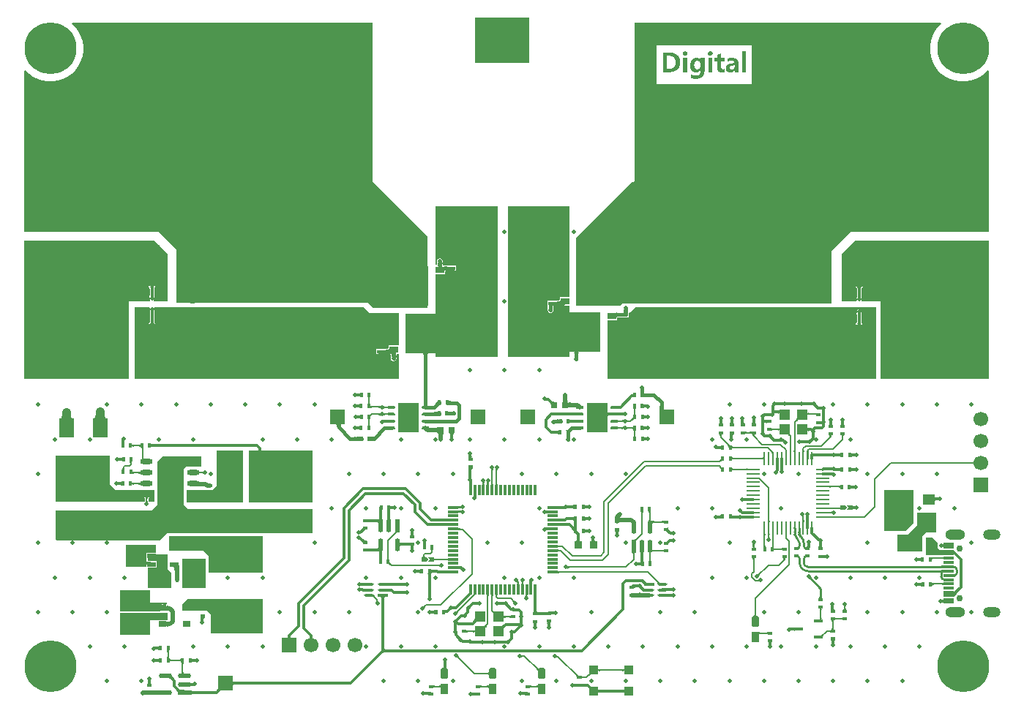
<source format=gtl>
G04*
G04 #@! TF.GenerationSoftware,Altium Limited,Altium Designer,24.7.2 (38)*
G04*
G04 Layer_Physical_Order=1*
G04 Layer_Color=255*
%FSLAX44Y44*%
%MOMM*%
G71*
G04*
G04 #@! TF.SameCoordinates,1A42ED2C-D2DC-4C4E-9266-FAA71F5D9F86*
G04*
G04*
G04 #@! TF.FilePolarity,Positive*
G04*
G01*
G75*
%ADD14C,0.2000*%
%ADD16C,1.0000*%
%ADD22O,0.2500X1.5500*%
%ADD23O,1.5500X0.2500*%
%ADD24R,0.5000X0.4000*%
%ADD25R,1.3000X1.2000*%
%ADD26R,0.4000X0.5000*%
%ADD27R,1.3500X1.2000*%
%ADD28R,0.8500X1.8000*%
%ADD29R,1.1500X0.3000*%
%ADD30R,1.1481X0.2997*%
%ADD31R,0.9140X1.2190*%
%ADD32R,1.0000X0.4500*%
%ADD33R,0.8890X1.2700*%
G04:AMPARAMS|DCode=34|XSize=1.27mm|YSize=0.889mm|CornerRadius=0mm|HoleSize=0mm|Usage=FLASHONLY|Rotation=90.000|XOffset=0mm|YOffset=0mm|HoleType=Round|Shape=Octagon|*
%AMOCTAGOND34*
4,1,8,0.2223,0.6350,-0.2223,0.6350,-0.4445,0.4128,-0.4445,-0.4128,-0.2223,-0.6350,0.2223,-0.6350,0.4445,-0.4128,0.4445,0.4128,0.2223,0.6350,0.0*
%
%ADD34OCTAGOND34*%

%ADD35R,1.1000X1.0000*%
%ADD36R,0.5721X1.5052*%
G04:AMPARAMS|DCode=37|XSize=1.5052mm|YSize=0.5721mm|CornerRadius=0.2861mm|HoleSize=0mm|Usage=FLASHONLY|Rotation=270.000|XOffset=0mm|YOffset=0mm|HoleType=Round|Shape=RoundedRectangle|*
%AMROUNDEDRECTD37*
21,1,1.5052,0.0000,0,0,270.0*
21,1,0.9331,0.5721,0,0,270.0*
1,1,0.5721,0.0000,-0.4666*
1,1,0.5721,0.0000,0.4666*
1,1,0.5721,0.0000,0.4666*
1,1,0.5721,0.0000,-0.4666*
%
%ADD37ROUNDEDRECTD37*%
%ADD38R,1.1640X0.3358*%
G04:AMPARAMS|DCode=39|XSize=1.164mm|YSize=0.3358mm|CornerRadius=0.1679mm|HoleSize=0mm|Usage=FLASHONLY|Rotation=180.000|XOffset=0mm|YOffset=0mm|HoleType=Round|Shape=RoundedRectangle|*
%AMROUNDEDRECTD39*
21,1,1.1640,0.0000,0,0,180.0*
21,1,0.8281,0.3358,0,0,180.0*
1,1,0.3358,-0.4141,0.0000*
1,1,0.3358,0.4141,0.0000*
1,1,0.3358,0.4141,0.0000*
1,1,0.3358,-0.4141,0.0000*
%
%ADD39ROUNDEDRECTD39*%
%ADD40R,0.8890X0.8890*%
%ADD41R,0.7620X0.7620*%
%ADD42R,1.2000X0.3000*%
%ADD43R,0.3000X1.2000*%
G04:AMPARAMS|DCode=44|XSize=1.5052mm|YSize=0.5721mm|CornerRadius=0.2861mm|HoleSize=0mm|Usage=FLASHONLY|Rotation=180.000|XOffset=0mm|YOffset=0mm|HoleType=Round|Shape=RoundedRectangle|*
%AMROUNDEDRECTD44*
21,1,1.5052,0.0000,0,0,180.0*
21,1,0.9331,0.5721,0,0,180.0*
1,1,0.5721,-0.4666,0.0000*
1,1,0.5721,0.4666,0.0000*
1,1,0.5721,0.4666,0.0000*
1,1,0.5721,-0.4666,0.0000*
%
%ADD44ROUNDEDRECTD44*%
%ADD45R,1.5052X0.5721*%
%ADD46R,0.9500X0.6500*%
%ADD47R,1.8000X1.4000*%
%ADD48R,1.2700X0.8890*%
%ADD49R,1.1800X4.7000*%
%ADD50R,1.0500X0.6000*%
%ADD51R,2.3000X2.3000*%
%ADD52O,1.4500X0.6000*%
%ADD53R,1.5748X1.3970*%
%ADD54R,1.7500X2.2000*%
%ADD55R,3.2000X1.6500*%
%ADD56R,6.3500X5.2800*%
%ADD57R,5.3300X5.5900*%
%ADD58R,1.0000X0.8000*%
%ADD61R,2.4500X3.3800*%
%ADD62C,0.3150*%
%ADD63R,1.7000X1.7000*%
%ADD64C,1.7000*%
%ADD65C,0.7500*%
%ADD66O,2.0000X1.2000*%
%ADD67O,2.3000X1.2000*%
%ADD68R,1.7000X1.7000*%
%ADD69C,10.0000*%
%ADD70R,2.5000X2.5000*%
%ADD71C,2.5000*%
%ADD72C,6.0000*%
%ADD73C,0.3000*%
%ADD74C,0.2840*%
%AMCUSTOMSHAPE75*
4,1,5,0.2400,0.2750,-0.2400,0.2750,-0.2400,-0.2750,0.2400,-0.2750,0.5150,0.0000,0.2400,0.2750,0.0*%
%ADD75CUSTOMSHAPE75*%

%AMCUSTOMSHAPE76*
4,1,5,-0.5250,-0.2750,0.2400,-0.2750,0.2400,0.2750,-0.5050,0.2750,-0.2400,0.0100,-0.5250,-0.2750,0.0*%
%ADD76CUSTOMSHAPE76*%

%AMCUSTOMSHAPE77*
4,1,16,2.2500,-2.3000,2.2500,2.3000,-2.2500,2.3000,-2.2500,1.5000,-1.4000,1.5000,-1.4000,1.0300,-2.2500,1.0300,-2.2500,0.2300,-1.4000,0.2300,-1.4000,-0.2400,-2.2500,-0.2400,-2.2500,-1.0400,-1.4000,-1.0400,-1.4000,-1.5100,-2.2500,-1.5100,-2.2500,-2.3000,2.2500,-2.3000,0.0*%
%ADD77CUSTOMSHAPE77*%

%AMCUSTOMSHAPE78*
4,1,16,-2.2500,2.3000,-2.2500,-2.3000,2.2500,-2.3000,2.2500,-1.5000,1.4000,-1.5000,1.4000,-1.0300,2.2500,-1.0300,2.2500,-0.2300,1.4000,-0.2300,1.4000,0.2400,2.2500,0.2400,2.2500,1.0400,1.4000,1.0400,1.4000,1.5100,2.2500,1.5100,2.2500,2.3000,-2.2500,2.3000,0.0*%
%ADD78CUSTOMSHAPE78*%

%ADD79C,0.5000*%
%ADD80C,0.4000*%
%ADD81C,0.5000*%
%ADD82C,0.6000*%
G36*
X484918Y677000D02*
X485235Y676235D01*
X486000Y675918D01*
X486082D01*
X549000Y613000D01*
Y530000D01*
X486000Y530000D01*
X480000Y536000D01*
X258000D01*
Y598000D01*
X238000Y618000D01*
X82597D01*
Y804796D01*
X83867Y805293D01*
X87745Y801415D01*
X92584Y797899D01*
X97913Y795184D01*
X103602Y793336D01*
X109509Y792400D01*
X115491D01*
X121398Y793336D01*
X127087Y795184D01*
X132416Y797899D01*
X137255Y801415D01*
X141485Y805645D01*
X145000Y810484D01*
X147716Y815813D01*
X149564Y821502D01*
X150500Y827409D01*
Y833391D01*
X149564Y839298D01*
X147716Y844987D01*
X145000Y850316D01*
X141485Y855155D01*
X137607Y859033D01*
X138104Y860303D01*
X484918D01*
Y677000D01*
D02*
G37*
G36*
X564960Y581504D02*
X565020Y580818D01*
X565120Y580214D01*
X565260Y579690D01*
X565440Y579247D01*
X565660Y578884D01*
X565920Y578602D01*
X566220Y578400D01*
X566560Y578279D01*
X566940Y578239D01*
X558940D01*
X559320Y578279D01*
X559660Y578400D01*
X559960Y578602D01*
X560220Y578884D01*
X560440Y579247D01*
X560620Y579690D01*
X560760Y580214D01*
X560860Y580818D01*
X560920Y581504D01*
X560940Y582270D01*
X564940D01*
X564960Y581504D01*
D02*
G37*
G36*
X571850Y578259D02*
Y574259D01*
X571090Y574239D01*
X570410Y574179D01*
X569809Y574079D01*
X569290Y573939D01*
X568849Y573759D01*
X568489Y573539D01*
X568209Y573279D01*
X568009Y572979D01*
X567890Y572639D01*
X567850Y572259D01*
Y578270D01*
X571850Y578259D01*
D02*
G37*
G36*
X232715Y554940D02*
X232460Y554849D01*
X232235Y554697D01*
X232040Y554485D01*
X231875Y554212D01*
X231740Y553879D01*
X231635Y553485D01*
X231560Y553030D01*
X231515Y552515D01*
X231500Y551939D01*
X228500D01*
X228485Y552515D01*
X228440Y553030D01*
X228365Y553485D01*
X228260Y553879D01*
X228125Y554212D01*
X227960Y554485D01*
X227765Y554697D01*
X227540Y554849D01*
X227285Y554940D01*
X227000Y554970D01*
X233000D01*
X232715Y554940D01*
D02*
G37*
G36*
X1050715Y554440D02*
X1050460Y554349D01*
X1050235Y554197D01*
X1050040Y553985D01*
X1049875Y553712D01*
X1049740Y553379D01*
X1049635Y552985D01*
X1049560Y552530D01*
X1049515Y552015D01*
X1049500Y551439D01*
X1046500D01*
X1046485Y552015D01*
X1046440Y552530D01*
X1046365Y552985D01*
X1046260Y553379D01*
X1046125Y553712D01*
X1045960Y553985D01*
X1045765Y554197D01*
X1045540Y554349D01*
X1045285Y554440D01*
X1045000Y554470D01*
X1051000D01*
X1050715Y554440D01*
D02*
G37*
G36*
X231502Y544218D02*
X231562Y543336D01*
X231590Y543177D01*
X231623Y543043D01*
X231660Y542932D01*
X231702Y542847D01*
X231750Y542785D01*
X228250D01*
X228298Y542847D01*
X228340Y542932D01*
X228377Y543043D01*
X228410Y543177D01*
X228438Y543336D01*
X228477Y543728D01*
X228498Y544218D01*
X228500Y544500D01*
X231500D01*
X231502Y544218D01*
D02*
G37*
G36*
X1049502Y543218D02*
X1049563Y542337D01*
X1049590Y542177D01*
X1049622Y542043D01*
X1049660Y541932D01*
X1049703Y541847D01*
X1049750Y541785D01*
X1046250D01*
X1046298Y541847D01*
X1046340Y541932D01*
X1046377Y542043D01*
X1046410Y542177D01*
X1046438Y542337D01*
X1046478Y542728D01*
X1046497Y543218D01*
X1046500Y543500D01*
X1049500D01*
X1049502Y543218D01*
D02*
G37*
G36*
X248000Y593000D02*
Y538000D01*
X232296D01*
X231935Y538876D01*
X231851Y539270D01*
X232355Y540024D01*
X232549Y541000D01*
Y542101D01*
X232650Y542345D01*
X232824Y542650D01*
X232805Y542719D01*
X232832Y542785D01*
X232698Y543110D01*
X232683Y543163D01*
X232680Y543211D01*
X232685Y543281D01*
X232673Y543315D01*
X232672Y543327D01*
X232663Y543347D01*
X232651Y543397D01*
X232639Y543466D01*
X232584Y544260D01*
X232582Y544510D01*
X232549Y544588D01*
Y551837D01*
X232582Y551911D01*
X232596Y552454D01*
X232635Y552895D01*
X232694Y553257D01*
X232768Y553535D01*
X232846Y553726D01*
X232910Y553832D01*
X232945Y553871D01*
X232952Y553875D01*
X232957Y553877D01*
X233114Y553894D01*
X233432Y554066D01*
X233765Y554204D01*
X233789Y554261D01*
X233842Y554290D01*
X233944Y554636D01*
X234083Y554970D01*
X234059Y555026D01*
X234076Y555084D01*
X233904Y555401D01*
X233765Y555735D01*
X233709Y555759D01*
X233680Y555812D01*
X233334Y555914D01*
X233000Y556052D01*
X232549D01*
Y562455D01*
X232689Y563159D01*
X232495Y564134D01*
X231942Y564961D01*
X231115Y565514D01*
X230140Y565708D01*
X229165Y565514D01*
X228338Y564961D01*
X228198Y564821D01*
X227645Y563994D01*
X227451Y563019D01*
Y556052D01*
X227000D01*
X226666Y555914D01*
X226320Y555812D01*
X226291Y555759D01*
X226235Y555735D01*
X226096Y555401D01*
X225924Y555084D01*
X225941Y555026D01*
X225917Y554970D01*
X226056Y554636D01*
X226158Y554290D01*
X226211Y554261D01*
X226235Y554204D01*
X226569Y554066D01*
X226886Y553894D01*
X227043Y553877D01*
X227048Y553875D01*
X227055Y553871D01*
X227090Y553832D01*
X227154Y553726D01*
X227232Y553535D01*
X227306Y553257D01*
X227365Y552895D01*
X227404Y552454D01*
X227418Y551911D01*
X227451Y551837D01*
Y544588D01*
X227418Y544510D01*
X227415Y544245D01*
X227397Y543806D01*
X227365Y543484D01*
X227349Y543397D01*
X227337Y543347D01*
X227328Y543327D01*
X227327Y543315D01*
X227315Y543281D01*
X227320Y543211D01*
X227317Y543163D01*
X227302Y543110D01*
X227168Y542785D01*
X227195Y542719D01*
X227176Y542650D01*
X227350Y542345D01*
X227451Y542101D01*
Y541000D01*
X227645Y540024D01*
X228149Y539270D01*
X228065Y538876D01*
X227704Y538000D01*
X203000D01*
Y448000D01*
X82597D01*
Y608000D01*
X233000D01*
X248000Y593000D01*
D02*
G37*
G36*
X702691Y533501D02*
X698690Y533511D01*
Y537511D01*
X699451Y537531D01*
X700130Y537591D01*
X700731Y537691D01*
X701251Y537831D01*
X701691Y538011D01*
X702050Y538231D01*
X702330Y538491D01*
X702531Y538791D01*
X702651Y539131D01*
X702691Y539511D01*
Y533501D01*
D02*
G37*
G36*
X1143093Y859033D02*
X1139215Y855155D01*
X1135699Y850316D01*
X1132984Y844987D01*
X1131136Y839298D01*
X1130200Y833391D01*
Y827409D01*
X1131136Y821502D01*
X1132984Y815813D01*
X1135699Y810484D01*
X1139215Y805645D01*
X1143445Y801415D01*
X1148284Y797899D01*
X1153613Y795184D01*
X1159302Y793336D01*
X1165209Y792400D01*
X1171191D01*
X1177098Y793336D01*
X1182787Y795184D01*
X1188116Y797899D01*
X1192955Y801415D01*
X1196833Y805293D01*
X1198103Y804796D01*
Y618000D01*
X1038000D01*
X1016000Y596000D01*
Y535000D01*
X774000D01*
X772000Y533000D01*
X721000Y533000D01*
X721000Y611000D01*
X785918Y675918D01*
X787000D01*
X787765Y676235D01*
X788082Y677000D01*
Y860303D01*
X1142596D01*
X1143093Y859033D01*
D02*
G37*
G36*
X693515Y533501D02*
X693423Y533381D01*
X693341Y533181D01*
X693270Y532901D01*
X693211Y532541D01*
X693162Y532101D01*
X693096Y530981D01*
X693075Y529541D01*
X689075D01*
X689071Y530301D01*
X688881Y533181D01*
X688822Y533381D01*
X688755Y533501D01*
X688680Y533541D01*
X693619D01*
X693515Y533501D01*
D02*
G37*
G36*
X231842Y526812D02*
X231800Y526727D01*
X231763Y526616D01*
X231730Y526482D01*
X231702Y526322D01*
X231663Y525930D01*
X231642Y525441D01*
X231640Y525159D01*
X228640D01*
X228638Y525441D01*
X228577Y526322D01*
X228550Y526482D01*
X228517Y526616D01*
X228480Y526727D01*
X228438Y526812D01*
X228390Y526874D01*
X231890D01*
X231842Y526812D01*
D02*
G37*
G36*
X780005Y527709D02*
X780170Y525109D01*
X780231Y524829D01*
X780301Y524629D01*
X780381Y524509D01*
X780470Y524469D01*
X775531D01*
X775620Y524509D01*
X775700Y524629D01*
X775770Y524829D01*
X775832Y525109D01*
X775883Y525469D01*
X775958Y526429D01*
X776000Y528469D01*
X780000D01*
X780005Y527709D01*
D02*
G37*
G36*
X767280Y524848D02*
X767400Y524775D01*
X767599Y524710D01*
X767879Y524654D01*
X768240Y524607D01*
X769200Y524538D01*
X771239Y524499D01*
Y520499D01*
X770480Y520479D01*
X769799Y520419D01*
X769200Y520319D01*
X768680Y520179D01*
X768240Y519999D01*
X767879Y519779D01*
X767599Y519519D01*
X767400Y519219D01*
X767280Y518879D01*
X767240Y518499D01*
Y524930D01*
X767280Y524848D01*
D02*
G37*
G36*
X231655Y514303D02*
X231700Y513787D01*
X231775Y513333D01*
X231880Y512939D01*
X232015Y512606D01*
X232180Y512333D01*
X232375Y512121D01*
X232600Y511969D01*
X232855Y511878D01*
X233140Y511848D01*
X227140D01*
X227425Y511878D01*
X227680Y511969D01*
X227905Y512121D01*
X228100Y512333D01*
X228265Y512606D01*
X228400Y512939D01*
X228505Y513333D01*
X228580Y513787D01*
X228625Y514303D01*
X228640Y514878D01*
X231640D01*
X231655Y514303D01*
D02*
G37*
G36*
X482000Y524000D02*
X516000D01*
Y487669D01*
X515540Y486590D01*
X514730Y486590D01*
X503540D01*
Y483829D01*
X503494Y483744D01*
X503467Y483491D01*
X503435Y483399D01*
X503381Y483317D01*
X503274Y483218D01*
X503080Y483100D01*
X502784Y482978D01*
X502380Y482870D01*
X501874Y482785D01*
X501269Y482732D01*
X500542Y482713D01*
X500490Y482690D01*
X493029D01*
X492734Y482631D01*
X489529D01*
Y476631D01*
X492734D01*
X493029Y476572D01*
X500511D01*
X500568Y476548D01*
X504568Y476538D01*
X504569Y476539D01*
X504571Y476538D01*
X504652Y476572D01*
X505430D01*
X505658Y476548D01*
X505749Y476516D01*
X505830Y476461D01*
X505931Y476352D01*
X506050Y476156D01*
X506172Y475855D01*
X506281Y475448D01*
X506365Y474935D01*
X506419Y474325D01*
X506434Y473744D01*
X506000Y472696D01*
Y471304D01*
X506533Y470017D01*
X507517Y469033D01*
X508804Y468500D01*
X510196D01*
X511483Y469033D01*
X512467Y470017D01*
X513000Y471304D01*
Y472696D01*
X512604Y473653D01*
X512621Y474325D01*
X512675Y474935D01*
X512759Y475448D01*
X512868Y475855D01*
X512990Y476156D01*
X513109Y476352D01*
X513209Y476461D01*
X513291Y476516D01*
X513382Y476548D01*
X513634Y476575D01*
X513662Y476590D01*
X515540Y476590D01*
X516000Y475511D01*
Y448000D01*
X210198D01*
X210140Y448140D01*
Y531000D01*
X227170D01*
X227849Y529730D01*
X227785Y529634D01*
X227591Y528659D01*
Y527558D01*
X227490Y527314D01*
X227316Y527009D01*
X227335Y526940D01*
X227308Y526874D01*
X227442Y526549D01*
X227457Y526496D01*
X227460Y526448D01*
X227455Y526378D01*
X227467Y526344D01*
X227468Y526332D01*
X227477Y526312D01*
X227489Y526262D01*
X227501Y526193D01*
X227556Y525399D01*
X227558Y525149D01*
X227591Y525071D01*
Y514981D01*
X227558Y514907D01*
X227544Y514364D01*
X227505Y513923D01*
X227446Y513561D01*
X227372Y513283D01*
X227294Y513092D01*
X227230Y512986D01*
X227194Y512947D01*
X227188Y512943D01*
X227183Y512941D01*
X227026Y512924D01*
X226708Y512752D01*
X226375Y512613D01*
X226351Y512557D01*
X226298Y512528D01*
X226196Y512182D01*
X226057Y511848D01*
X226081Y511792D01*
X226064Y511734D01*
X226236Y511416D01*
X226375Y511082D01*
X226431Y511059D01*
X226460Y511006D01*
X226806Y510904D01*
X227140Y510766D01*
X227591D01*
Y503659D01*
X227785Y502683D01*
X228338Y501856D01*
X229165Y501304D01*
X230140Y501110D01*
X231115Y501304D01*
X231942Y501856D01*
X232495Y502683D01*
X232689Y503659D01*
Y510766D01*
X233140D01*
X233474Y510904D01*
X233820Y511006D01*
X233849Y511059D01*
X233905Y511082D01*
X234044Y511416D01*
X234216Y511734D01*
X234199Y511792D01*
X234223Y511848D01*
X234084Y512182D01*
X233982Y512528D01*
X233929Y512557D01*
X233905Y512613D01*
X233572Y512752D01*
X233254Y512924D01*
X233097Y512941D01*
X233092Y512943D01*
X233085Y512947D01*
X233050Y512986D01*
X232986Y513092D01*
X232908Y513283D01*
X232834Y513561D01*
X232775Y513923D01*
X232736Y514364D01*
X232722Y514907D01*
X232689Y514981D01*
Y525071D01*
X232722Y525149D01*
X232725Y525414D01*
X232743Y525853D01*
X232775Y526175D01*
X232791Y526262D01*
X232803Y526312D01*
X232812Y526332D01*
X232813Y526344D01*
X232825Y526378D01*
X232820Y526448D01*
X232823Y526496D01*
X232838Y526549D01*
X232972Y526874D01*
X232945Y526940D01*
X232964Y527009D01*
X232790Y527314D01*
X232689Y527558D01*
Y528659D01*
X232495Y529634D01*
X232431Y529730D01*
X233110Y531000D01*
X475000D01*
X482000Y524000D01*
D02*
G37*
G36*
X504571Y477621D02*
X500570Y477631D01*
Y481631D01*
X501330Y481651D01*
X502010Y481711D01*
X502611Y481811D01*
X503130Y481951D01*
X503571Y482131D01*
X503931Y482351D01*
X504211Y482611D01*
X504411Y482911D01*
X504530Y483251D01*
X504571Y483631D01*
Y477621D01*
D02*
G37*
G36*
X724620Y478853D02*
X724280Y478733D01*
X723980Y478533D01*
X723720Y478253D01*
X723500Y477893D01*
X723320Y477453D01*
X723180Y476933D01*
X723080Y476333D01*
X723020Y475653D01*
X723000Y474893D01*
X719000D01*
X718980Y475653D01*
X718920Y476333D01*
X718820Y476933D01*
X718680Y477453D01*
X718500Y477893D01*
X718280Y478253D01*
X718020Y478533D01*
X717720Y478733D01*
X717380Y478853D01*
X717000Y478893D01*
X725000D01*
X724620Y478853D01*
D02*
G37*
G36*
X550120Y477653D02*
X549780Y477534D01*
X549480Y477335D01*
X549220Y477057D01*
X549000Y476700D01*
X548820Y476264D01*
X548680Y475747D01*
X548580Y475152D01*
X548520Y474477D01*
X548500Y473723D01*
X544500D01*
X544480Y474477D01*
X544420Y475152D01*
X544320Y475747D01*
X544180Y476264D01*
X544000Y476700D01*
X543780Y477057D01*
X543520Y477335D01*
X543220Y477534D01*
X542880Y477653D01*
X542500Y477692D01*
X550500D01*
X550120Y477653D01*
D02*
G37*
G36*
X513140Y477611D02*
X512800Y477490D01*
X512500Y477288D01*
X512240Y477006D01*
X512020Y476643D01*
X511840Y476200D01*
X511700Y475676D01*
X511600Y475071D01*
X511540Y474386D01*
X511520Y473620D01*
X507520D01*
X507500Y474386D01*
X507440Y475071D01*
X507340Y475676D01*
X507200Y476200D01*
X507020Y476643D01*
X506800Y477006D01*
X506540Y477288D01*
X506240Y477490D01*
X505900Y477611D01*
X505520Y477651D01*
X513520D01*
X513140Y477611D01*
D02*
G37*
G36*
X713000Y542470D02*
X701660D01*
Y539709D01*
X701614Y539624D01*
X701587Y539371D01*
X701555Y539279D01*
X701501Y539197D01*
X701394Y539098D01*
X701200Y538980D01*
X700903Y538858D01*
X700500Y538750D01*
X699994Y538665D01*
X699389Y538612D01*
X698662Y538593D01*
X698610Y538570D01*
X691075D01*
X690779Y538511D01*
X687649D01*
Y533781D01*
X687649Y533667D01*
X687597Y533541D01*
X687649Y532511D01*
X687840D01*
X687989Y530263D01*
X687990Y529880D01*
X687500Y528696D01*
Y527304D01*
X688033Y526017D01*
X689017Y525033D01*
X690304Y524500D01*
X691696D01*
X692983Y525033D01*
X693967Y526017D01*
X694500Y527304D01*
Y528696D01*
X694157Y529525D01*
X694157Y529525D01*
X694178Y530941D01*
X694241Y532010D01*
X694283Y532393D01*
X694293Y532452D01*
X698631D01*
X698688Y532428D01*
X702688Y532418D01*
X702689Y532419D01*
X702691Y532418D01*
X702773Y532452D01*
X705701D01*
X705701Y532452D01*
X705791Y532470D01*
X713000D01*
Y473000D01*
X642000D01*
Y648000D01*
X713000D01*
Y542470D01*
D02*
G37*
G36*
X630000Y473000D02*
X558000D01*
Y569300D01*
X568880D01*
Y572061D01*
X568926Y572146D01*
X568953Y572399D01*
X568985Y572491D01*
X569039Y572573D01*
X569146Y572672D01*
X569340Y572790D01*
X569636Y572912D01*
X570040Y573020D01*
X570546Y573105D01*
X571152Y573158D01*
X571878Y573177D01*
X571930Y573200D01*
X578121D01*
X578416Y573259D01*
X581621D01*
Y579259D01*
X578416D01*
X578121Y579318D01*
X571909D01*
X571852Y579342D01*
X567852Y579352D01*
X567851Y579351D01*
X567850Y579352D01*
X567767Y579318D01*
X567030D01*
X566802Y579342D01*
X566711Y579375D01*
X566629Y579429D01*
X566529Y579538D01*
X566410Y579734D01*
X566288Y580035D01*
X566179Y580442D01*
X566095Y580955D01*
X566041Y581565D01*
X566026Y582159D01*
X566500Y583304D01*
Y584696D01*
X565967Y585983D01*
X564983Y586967D01*
X563696Y587500D01*
X562304D01*
X561017Y586967D01*
X560033Y585983D01*
X559500Y584696D01*
Y583304D01*
X559881Y582383D01*
Y582350D01*
X559858Y582298D01*
X559839Y581565D01*
X559785Y580955D01*
X559711Y580508D01*
X559620Y580374D01*
X559270Y580222D01*
X558172Y580822D01*
X558000Y581076D01*
Y648000D01*
X630000D01*
Y473000D01*
D02*
G37*
G36*
X1198103Y448000D02*
X1073000D01*
Y538000D01*
X1051198D01*
X1050867Y538402D01*
X1050404Y539270D01*
X1050549Y540000D01*
Y541101D01*
X1050650Y541344D01*
X1050824Y541650D01*
X1050805Y541719D01*
X1050832Y541785D01*
X1050698Y542110D01*
X1050683Y542163D01*
X1050680Y542211D01*
X1050685Y542281D01*
X1050673Y542315D01*
X1050672Y542327D01*
X1050663Y542347D01*
X1050650Y542397D01*
X1050639Y542466D01*
X1050585Y543260D01*
X1050582Y543510D01*
X1050549Y543588D01*
Y551337D01*
X1050582Y551411D01*
X1050596Y551954D01*
X1050635Y552395D01*
X1050694Y552757D01*
X1050769Y553035D01*
X1050846Y553226D01*
X1050910Y553332D01*
X1050946Y553371D01*
X1050952Y553375D01*
X1050957Y553377D01*
X1051115Y553394D01*
X1051432Y553566D01*
X1051765Y553704D01*
X1051789Y553761D01*
X1051842Y553790D01*
X1051944Y554136D01*
X1052083Y554470D01*
X1052059Y554526D01*
X1052076Y554584D01*
X1051903Y554902D01*
X1051765Y555235D01*
X1051709Y555258D01*
X1051680Y555312D01*
X1051334Y555414D01*
X1051000Y555552D01*
X1050549D01*
Y562558D01*
X1050569Y562659D01*
X1050375Y563634D01*
X1049822Y564461D01*
X1048996Y565014D01*
X1048020Y565208D01*
X1047045Y565014D01*
X1046218Y564461D01*
X1046198Y564441D01*
X1045645Y563614D01*
X1045451Y562639D01*
Y555552D01*
X1045000D01*
X1044666Y555414D01*
X1044320Y555312D01*
X1044291Y555258D01*
X1044235Y555235D01*
X1044096Y554902D01*
X1043924Y554584D01*
X1043941Y554526D01*
X1043917Y554470D01*
X1044056Y554136D01*
X1044158Y553790D01*
X1044211Y553761D01*
X1044235Y553704D01*
X1044568Y553566D01*
X1044886Y553394D01*
X1045043Y553377D01*
X1045048Y553375D01*
X1045054Y553371D01*
X1045090Y553332D01*
X1045154Y553226D01*
X1045231Y553035D01*
X1045306Y552757D01*
X1045365Y552395D01*
X1045404Y551954D01*
X1045418Y551411D01*
X1045451Y551337D01*
Y543588D01*
X1045418Y543509D01*
X1045415Y543245D01*
X1045397Y542806D01*
X1045365Y542484D01*
X1045350Y542397D01*
X1045338Y542347D01*
X1045328Y542327D01*
X1045327Y542315D01*
X1045315Y542281D01*
X1045320Y542211D01*
X1045317Y542163D01*
X1045302Y542110D01*
X1045168Y541785D01*
X1045195Y541719D01*
X1045176Y541650D01*
X1045350Y541344D01*
X1045451Y541101D01*
Y540000D01*
X1045596Y539270D01*
X1045133Y538402D01*
X1044802Y538000D01*
X1028000D01*
Y593000D01*
X1043000Y608000D01*
X1198103D01*
Y448000D01*
D02*
G37*
G36*
X1068000D02*
X757000D01*
Y515960D01*
X768270D01*
Y518301D01*
X768316Y518386D01*
X768343Y518639D01*
X768375Y518731D01*
X768429Y518813D01*
X768537Y518912D01*
X768730Y519030D01*
X769026Y519152D01*
X769430Y519260D01*
X769936Y519345D01*
X770542Y519398D01*
X771268Y519417D01*
X771320Y519440D01*
X778001D01*
X778296Y519499D01*
X781501D01*
Y524343D01*
X781553Y524469D01*
X782707Y525000D01*
X783000D01*
X789000Y531000D01*
X1068000D01*
Y448000D01*
D02*
G37*
G36*
X470550Y427050D02*
X470520Y427185D01*
X470430Y427305D01*
X470280Y427412D01*
X470070Y427504D01*
X469800Y427582D01*
X469470Y427646D01*
X469080Y427696D01*
X468233Y427746D01*
X467694Y427709D01*
X467511Y427681D01*
X467352Y427646D01*
X467217Y427605D01*
X467106Y427558D01*
X467020Y427505D01*
X466957Y427445D01*
X466594Y430926D01*
X466647Y430894D01*
X466726Y430866D01*
X466830Y430841D01*
X466960Y430820D01*
X467296Y430786D01*
X467735Y430766D01*
X467813Y430765D01*
X468120Y430772D01*
X469080Y430870D01*
X469470Y430956D01*
X469800Y431067D01*
X470070Y431202D01*
X470280Y431362D01*
X470430Y431546D01*
X470520Y431755D01*
X470550Y431989D01*
Y427050D01*
D02*
G37*
G36*
X798890Y431731D02*
X799010Y431651D01*
X799210Y431581D01*
X799490Y431520D01*
X799850Y431468D01*
X800810Y431393D01*
X802850Y431351D01*
Y427351D01*
X802090Y427346D01*
X799490Y427182D01*
X799210Y427121D01*
X799010Y427050D01*
X798890Y426970D01*
X798850Y426881D01*
Y431820D01*
X798890Y431731D01*
D02*
G37*
G36*
X482805Y427030D02*
X482640Y426970D01*
X482494Y426870D01*
X482369Y426730D01*
X482262Y426550D01*
X482175Y426330D01*
X482107Y426070D01*
X482058Y425770D01*
X482029Y425430D01*
X482020Y425050D01*
X480020D01*
X480010Y425430D01*
X479981Y425770D01*
X479932Y426070D01*
X479864Y426330D01*
X479777Y426550D01*
X479670Y426730D01*
X479544Y426870D01*
X479399Y426970D01*
X479234Y427030D01*
X479050Y427050D01*
X482989D01*
X482805Y427030D01*
D02*
G37*
G36*
X686093Y426392D02*
X686178Y426334D01*
X686288Y426283D01*
X686421Y426239D01*
X686580Y426202D01*
X686762Y426171D01*
X687201Y426131D01*
X687456Y426121D01*
X687736Y426117D01*
X687145Y423117D01*
X686861Y423116D01*
X685614Y423041D01*
X685542Y423020D01*
X685496Y422997D01*
X686032Y426456D01*
X686093Y426392D01*
D02*
G37*
G36*
X710452Y425749D02*
X710644Y423499D01*
X710759Y422949D01*
X710900Y422499D01*
X711066Y422149D01*
X711258Y421899D01*
X711476Y421749D01*
X711719Y421699D01*
X704160D01*
X704403Y421749D01*
X704620Y421899D01*
X704812Y422149D01*
X704979Y422499D01*
X705119Y422949D01*
X705235Y423499D01*
X705324Y424149D01*
X705426Y425749D01*
X705439Y426699D01*
X710439D01*
X710452Y425749D01*
D02*
G37*
G36*
X482029Y420910D02*
X482058Y420569D01*
X482107Y420270D01*
X482175Y420009D01*
X482262Y419790D01*
X482369Y419609D01*
X482495Y419469D01*
X482640Y419370D01*
X482805Y419310D01*
X482990Y419290D01*
X479050D01*
X479235Y419310D01*
X479399Y419370D01*
X479545Y419469D01*
X479671Y419609D01*
X479777Y419790D01*
X479865Y420009D01*
X479932Y420270D01*
X479981Y420569D01*
X480010Y420910D01*
X480020Y421289D01*
X482020D01*
X482029Y420910D01*
D02*
G37*
G36*
X470051Y414351D02*
X470021Y414552D01*
X469931Y414733D01*
X469781Y414891D01*
X469571Y415029D01*
X469301Y415146D01*
X468971Y415241D01*
X468581Y415315D01*
X468131Y415368D01*
X467813Y415388D01*
X467266Y415355D01*
X467108Y415330D01*
X466974Y415301D01*
X466865Y415267D01*
X466781Y415230D01*
X466721Y415187D01*
X466847Y418685D01*
X466909Y418633D01*
X466996Y418586D01*
X467107Y418545D01*
X467242Y418509D01*
X467401Y418479D01*
X467585Y418454D01*
X467840Y418435D01*
X468581Y418490D01*
X468971Y418551D01*
X469301Y418630D01*
X469571Y418727D01*
X469781Y418842D01*
X469931Y418974D01*
X470021Y419123D01*
X470051Y419290D01*
Y414351D01*
D02*
G37*
G36*
X573199Y422915D02*
X573319Y422750D01*
X573519Y422604D01*
X573799Y422478D01*
X574159Y422372D01*
X574599Y422284D01*
X575119Y422216D01*
X576399Y422139D01*
X577159Y422129D01*
Y418129D01*
X573159Y418160D01*
Y423099D01*
X573199Y422915D01*
D02*
G37*
G36*
X691778Y423223D02*
X692884Y422284D01*
X693373Y421941D01*
X693819Y421683D01*
X694222Y421511D01*
X694581Y421423D01*
X694898Y421420D01*
X695172Y421502D01*
X695402Y421668D01*
X691190Y417456D01*
X691357Y417687D01*
X691439Y417960D01*
X691436Y418277D01*
X691348Y418637D01*
X691175Y419039D01*
X690917Y419485D01*
X690575Y419974D01*
X690147Y420506D01*
X689038Y421699D01*
X691160Y423820D01*
X691778Y423223D01*
D02*
G37*
G36*
X993756Y417250D02*
X993695Y417298D01*
X993609Y417340D01*
X993499Y417378D01*
X993364Y417410D01*
X993205Y417438D01*
X992813Y417477D01*
X992323Y417497D01*
X992041Y417500D01*
Y420500D01*
X992323Y420503D01*
X993205Y420563D01*
X993364Y420590D01*
X993499Y420622D01*
X993609Y420660D01*
X993695Y420703D01*
X993756Y420750D01*
Y417250D01*
D02*
G37*
G36*
X982847Y420703D02*
X982932Y420660D01*
X983043Y420622D01*
X983177Y420590D01*
X983336Y420563D01*
X983728Y420522D01*
X984218Y420503D01*
X984500Y420500D01*
Y417500D01*
X984218Y417497D01*
X983336Y417438D01*
X983177Y417410D01*
X983043Y417378D01*
X982932Y417340D01*
X982847Y417298D01*
X982785Y417250D01*
Y420750D01*
X982847Y420703D01*
D02*
G37*
G36*
X979215Y417250D02*
X979153Y417298D01*
X979068Y417340D01*
X978957Y417378D01*
X978823Y417410D01*
X978663Y417438D01*
X977782Y417497D01*
X977500Y417500D01*
Y420500D01*
X977782Y420503D01*
X978272Y420522D01*
X978663Y420563D01*
X978823Y420590D01*
X978957Y420622D01*
X979068Y420660D01*
X979153Y420703D01*
X979215Y420750D01*
Y417250D01*
D02*
G37*
G36*
X963847Y420703D02*
X963932Y420660D01*
X964043Y420622D01*
X964177Y420590D01*
X964337Y420563D01*
X964728Y420522D01*
X965218Y420503D01*
X965500Y420500D01*
Y417500D01*
X965218Y417497D01*
X964337Y417438D01*
X964177Y417410D01*
X964043Y417378D01*
X963932Y417340D01*
X963847Y417298D01*
X963785Y417250D01*
Y420750D01*
X963847Y420703D01*
D02*
G37*
G36*
X960215Y417250D02*
X960153Y417298D01*
X960068Y417340D01*
X959957Y417378D01*
X959823Y417410D01*
X959663Y417438D01*
X958782Y417497D01*
X958500Y417500D01*
Y420500D01*
X958782Y420503D01*
X959272Y420522D01*
X959663Y420563D01*
X959823Y420590D01*
X959957Y420622D01*
X960068Y420660D01*
X960153Y420703D01*
X960215Y420750D01*
Y417250D01*
D02*
G37*
G36*
X951847Y420703D02*
X951932Y420660D01*
X952043Y420622D01*
X952177Y420590D01*
X952337Y420563D01*
X952728Y420522D01*
X953218Y420503D01*
X953500Y420500D01*
Y417500D01*
X953218Y417497D01*
X952337Y417438D01*
X952177Y417410D01*
X952043Y417378D01*
X951932Y417340D01*
X951847Y417298D01*
X951785Y417250D01*
Y420750D01*
X951847Y420703D01*
D02*
G37*
G36*
X998051Y418898D02*
X998081Y418807D01*
X998133Y418703D01*
X998205Y418585D01*
X998298Y418453D01*
X998547Y418147D01*
X998879Y417787D01*
X999077Y417586D01*
X996955Y415465D01*
X996755Y415662D01*
X996088Y416243D01*
X995956Y416336D01*
X995838Y416408D01*
X995734Y416460D01*
X995643Y416490D01*
X995566Y416500D01*
X998041Y418975D01*
X998051Y418898D01*
D02*
G37*
G36*
X560482Y423055D02*
X560623Y422922D01*
X560642Y422700D01*
X560612Y422608D01*
X564160Y418161D01*
X563825Y418132D01*
X563467Y418047D01*
X563084Y417906D01*
X562676Y417708D01*
X562244Y417453D01*
X561788Y417142D01*
X561308Y416775D01*
X560274Y415869D01*
X559720Y415332D01*
X557392Y418661D01*
X558219Y419504D01*
X559975Y421502D01*
X560319Y421990D01*
X560541Y422389D01*
X560612Y422608D01*
X560220Y423100D01*
X560482Y423055D01*
D02*
G37*
G36*
X798880Y418874D02*
X798970Y418654D01*
X799120Y418460D01*
X799330Y418292D01*
X799600Y418149D01*
X799930Y418033D01*
X800320Y417942D01*
X800770Y417877D01*
X801276Y417839D01*
X802232Y417895D01*
X802333Y417916D01*
X802408Y417940D01*
X802458Y417967D01*
X802002Y414497D01*
X801941Y414560D01*
X801855Y414615D01*
X801745Y414665D01*
X801610Y414707D01*
X801451Y414743D01*
X801268Y414773D01*
X800988Y414798D01*
X799930Y414722D01*
X799600Y414664D01*
X799330Y414594D01*
X799120Y414510D01*
X798970Y414413D01*
X798880Y414304D01*
X798850Y414181D01*
Y419120D01*
X798880Y418874D01*
D02*
G37*
G36*
X482981Y417384D02*
X483043Y417214D01*
X483146Y417064D01*
X483288Y416934D01*
X483471Y416824D01*
X483694Y416734D01*
X483958Y416664D01*
X484262Y416614D01*
X484605Y416584D01*
X484990Y416574D01*
Y414574D01*
X484609Y414572D01*
X483310Y414493D01*
X483170Y414464D01*
X483069Y414431D01*
X483009Y414393D01*
X482990Y414351D01*
X482959Y417574D01*
X482981Y417384D01*
D02*
G37*
G36*
X711769Y421456D02*
X711919Y421238D01*
X712169Y421046D01*
X712519Y420880D01*
X712969Y420739D01*
X713519Y420624D01*
X714169Y420534D01*
X715769Y420432D01*
X716719Y420419D01*
Y415419D01*
X715769Y415406D01*
X713519Y415214D01*
X712969Y415099D01*
X712519Y414958D01*
X712169Y414792D01*
X711919Y414600D01*
X711769Y414383D01*
X711719Y414140D01*
Y421699D01*
X711769Y421456D01*
D02*
G37*
G36*
X493861Y413707D02*
X493748Y413871D01*
X493620Y414019D01*
X493476Y414149D01*
X493317Y414262D01*
X493142Y414357D01*
X492952Y414435D01*
X492747Y414496D01*
X492525Y414539D01*
X492289Y414565D01*
X492037Y414574D01*
X492558Y416574D01*
X492804Y416579D01*
X493274Y416623D01*
X493496Y416660D01*
X493711Y416709D01*
X493918Y416768D01*
X494116Y416838D01*
X494307Y416919D01*
X494490Y417011D01*
X494664Y417113D01*
X493861Y413707D01*
D02*
G37*
G36*
X768870Y413290D02*
X761572D01*
X761020Y413518D01*
X760598Y413940D01*
X760370Y414492D01*
Y414790D01*
Y415290D01*
Y415588D01*
X760598Y416140D01*
X761020Y416562D01*
X761572Y416790D01*
X761870D01*
Y416790D01*
X768870D01*
Y413290D01*
D02*
G37*
G36*
X727870Y416790D02*
X728168D01*
X728720Y416562D01*
X729142Y416140D01*
X729370Y415588D01*
Y415290D01*
Y414790D01*
Y414492D01*
X729142Y413940D01*
X728720Y413518D01*
X728168Y413290D01*
X720870D01*
Y416790D01*
X727870Y416790D01*
D02*
G37*
G36*
X550750Y413290D02*
X543452D01*
X542900Y413518D01*
X542478Y413940D01*
X542250Y414492D01*
Y414790D01*
Y415290D01*
Y415588D01*
X542478Y416140D01*
X542900Y416562D01*
X543452Y416790D01*
X543750D01*
Y416790D01*
X550750D01*
Y413290D01*
D02*
G37*
G36*
X509750Y416790D02*
X510048D01*
X510600Y416562D01*
X511022Y416140D01*
X511250Y415588D01*
Y415290D01*
Y414790D01*
Y414492D01*
X511022Y413940D01*
X510600Y413518D01*
X510048Y413290D01*
X502750D01*
Y416790D01*
X509750Y416790D01*
D02*
G37*
G36*
X497925Y416623D02*
X498089Y416496D01*
X498264Y416385D01*
X498449Y416288D01*
X498645Y416206D01*
X498851Y416139D01*
X499068Y416087D01*
X499296Y416050D01*
X499534Y416027D01*
X499782Y416020D01*
X499800Y414020D01*
X499551Y414012D01*
X499313Y413990D01*
X499086Y413952D01*
X498869Y413899D01*
X498664Y413831D01*
X498469Y413748D01*
X498285Y413650D01*
X498113Y413536D01*
X497951Y413408D01*
X497799Y413264D01*
X497771Y416764D01*
X497925Y416623D01*
D02*
G37*
G36*
X1004832Y412633D02*
X1004771Y412680D01*
X1004685Y412723D01*
X1004575Y412760D01*
X1004440Y412793D01*
X1004281Y412820D01*
X1003889Y412860D01*
X1003399Y412880D01*
X1003117Y412883D01*
Y415883D01*
X1003399Y415885D01*
X1004281Y415945D01*
X1004440Y415973D01*
X1004575Y416005D01*
X1004685Y416043D01*
X1004771Y416085D01*
X1004832Y416133D01*
Y412633D01*
D02*
G37*
G36*
X821520Y415705D02*
X821580Y415022D01*
X821680Y414418D01*
X821820Y413895D01*
X822000Y413452D01*
X822220Y413089D01*
X822480Y412806D01*
X822780Y412603D01*
X823120Y412481D01*
X823500Y412439D01*
X817531Y412469D01*
X817525Y412509D01*
X817520Y412630D01*
X817500Y416469D01*
X821500D01*
X821520Y415705D01*
D02*
G37*
G36*
X790166Y414161D02*
X790001Y414101D01*
X789856Y414001D01*
X789730Y413861D01*
X789623Y413681D01*
X789536Y413461D01*
X789468Y413201D01*
X789419Y412901D01*
X789390Y412561D01*
X789380Y412181D01*
X787380D01*
X787371Y412561D01*
X787342Y412901D01*
X787293Y413201D01*
X787225Y413461D01*
X787138Y413681D01*
X787032Y413861D01*
X786906Y414001D01*
X786760Y414101D01*
X786596Y414161D01*
X786411Y414181D01*
X790350D01*
X790166Y414161D01*
D02*
G37*
G36*
X1008597Y412841D02*
X1008577Y412769D01*
X1008559Y412670D01*
X1008543Y412545D01*
X1008511Y412011D01*
X1008500Y411238D01*
X1005500Y410646D01*
X1005497Y410926D01*
X1005446Y411620D01*
X1005415Y411803D01*
X1005378Y411961D01*
X1005334Y412095D01*
X1005283Y412205D01*
X1005226Y412290D01*
X1005161Y412351D01*
X1008620Y412886D01*
X1008597Y412841D01*
D02*
G37*
G36*
X757089Y409755D02*
X757180Y409500D01*
X757332Y409275D01*
X757544Y409080D01*
X757817Y408915D01*
X758150Y408780D01*
X758544Y408675D01*
X758998Y408600D01*
X759514Y408555D01*
X760089Y408540D01*
Y405540D01*
X759514Y405525D01*
X758998Y405480D01*
X758544Y405405D01*
X758150Y405300D01*
X757817Y405165D01*
X757544Y405000D01*
X757332Y404805D01*
X757180Y404580D01*
X757089Y404325D01*
X757059Y404040D01*
Y405536D01*
X756945Y405534D01*
X756365Y405486D01*
X756107Y405444D01*
X755870Y405390D01*
X755656Y405324D01*
X755462Y405246D01*
X755291Y405156D01*
X755141Y405054D01*
X755012Y404940D01*
Y409140D01*
X755141Y409026D01*
X755291Y408924D01*
X755462Y408834D01*
X755656Y408756D01*
X755870Y408690D01*
X756107Y408636D01*
X756365Y408594D01*
X756644Y408564D01*
X757059Y408548D01*
Y410040D01*
X757089Y409755D01*
D02*
G37*
G36*
X949530Y413930D02*
X949620Y413420D01*
X949770Y412970D01*
X949980Y412580D01*
X950250Y412250D01*
X950580Y411980D01*
X950970Y411770D01*
X951420Y411620D01*
X951930Y411530D01*
X952385Y411506D01*
X952600Y411510D01*
X953560Y411587D01*
X953951Y411655D01*
X954280Y411742D01*
X954550Y411849D01*
X954761Y411975D01*
X954911Y412121D01*
X955001Y412285D01*
X955031Y412469D01*
X955061Y407000D01*
X955029Y407285D01*
X954937Y407540D01*
X954785Y407765D01*
X954572Y407960D01*
X954299Y408125D01*
X953966Y408260D01*
X953572Y408365D01*
X953119Y408440D01*
X952605Y408485D01*
X952266Y408494D01*
X951930Y408485D01*
X951420Y408440D01*
X950970Y408365D01*
X950580Y408260D01*
X950250Y408125D01*
X949980Y407960D01*
X949770Y407765D01*
X949620Y407540D01*
X949530Y407285D01*
X949500Y407000D01*
X946500Y410000D01*
X949500Y414500D01*
X949530Y413930D01*
D02*
G37*
G36*
X484607Y406293D02*
X484269Y405951D01*
X483049Y404550D01*
X482981Y404425D01*
X482950Y404330D01*
X482958Y404266D01*
X481666Y406558D01*
X481706Y406526D01*
X481771Y406527D01*
X481861Y406560D01*
X481976Y406626D01*
X482116Y406725D01*
X482281Y406856D01*
X482687Y407216D01*
X483193Y407707D01*
X484607Y406293D01*
D02*
G37*
G36*
X789390Y408040D02*
X789419Y407700D01*
X789468Y407399D01*
X789536Y407140D01*
X789623Y406920D01*
X789729Y406740D01*
X789855Y406600D01*
X790001Y406499D01*
X790165Y406440D01*
X790350Y406419D01*
X786411D01*
X786595Y406440D01*
X786760Y406499D01*
X786905Y406600D01*
X787031Y406740D01*
X787138Y406920D01*
X787225Y407140D01*
X787293Y407399D01*
X787342Y407700D01*
X787371Y408040D01*
X787380Y408419D01*
X789380D01*
X789390Y408040D01*
D02*
G37*
G36*
X470550Y401650D02*
X470520Y401823D01*
X470430Y401977D01*
X470280Y402114D01*
X470070Y402232D01*
X469800Y402332D01*
X469470Y402414D01*
X469080Y402478D01*
X468700Y402516D01*
X468380Y402493D01*
X468221Y402464D01*
X468086Y402429D01*
X467975Y402389D01*
X467889Y402344D01*
X467827Y402293D01*
X467820Y402551D01*
X467550Y402560D01*
Y405560D01*
X467749Y405563D01*
X467743Y405792D01*
X467803Y405748D01*
X467888Y405708D01*
X467998Y405673D01*
X468132Y405643D01*
X468290Y405618D01*
X468474Y405600D01*
X469080Y405652D01*
X469470Y405724D01*
X469800Y405817D01*
X470070Y405930D01*
X470280Y406064D01*
X470430Y406218D01*
X470520Y406393D01*
X470550Y406589D01*
Y401650D01*
D02*
G37*
G36*
X573010Y410381D02*
X573130Y410301D01*
X573330Y410231D01*
X573610Y410170D01*
X573970Y410118D01*
X574930Y410043D01*
X576970Y410000D01*
Y406000D01*
X576210Y405996D01*
X573610Y405831D01*
X573330Y405770D01*
X573130Y405700D01*
X573010Y405620D01*
X572970Y405531D01*
Y410470D01*
X573010Y410381D01*
D02*
G37*
G36*
X988959Y409330D02*
X989020Y409160D01*
X989122Y409010D01*
X989264Y408880D01*
X989447Y408770D01*
X989670Y408680D01*
X989934Y408610D01*
X990239Y408560D01*
X990584Y408530D01*
X990969Y408520D01*
Y406520D01*
X990584Y406510D01*
X990239Y406480D01*
X989934Y406430D01*
X989670Y406360D01*
X989447Y406270D01*
X989264Y406160D01*
X989122Y406030D01*
X989020Y405880D01*
X988959Y405710D01*
X988939Y405520D01*
Y409520D01*
X988959Y409330D01*
D02*
G37*
G36*
X560531Y405531D02*
X560491Y405526D01*
X560371Y405520D01*
X556531Y405501D01*
Y409501D01*
X557291Y409510D01*
X559091Y409656D01*
X559531Y409743D01*
X559891Y409850D01*
X560171Y409976D01*
X560371Y410121D01*
X560491Y410286D01*
X560531Y410470D01*
Y405531D01*
D02*
G37*
G36*
X998531Y408470D02*
Y405500D01*
X998511Y405690D01*
X998450Y405860D01*
X998351Y406010D01*
X998211Y406140D01*
X998030Y406250D01*
X997811Y406340D01*
X997551Y406410D01*
X997251Y406460D01*
X996910Y406490D01*
X996531Y406500D01*
Y408500D01*
X998531Y408470D01*
D02*
G37*
G36*
X768870Y405290D02*
X761572D01*
X761020Y405518D01*
X760598Y405940D01*
X760370Y406492D01*
Y406790D01*
Y407290D01*
Y407588D01*
X760598Y408140D01*
X761020Y408562D01*
X761572Y408790D01*
X768870D01*
Y405290D01*
D02*
G37*
G36*
X728720Y408562D02*
X729142Y408140D01*
X729370Y407588D01*
Y407290D01*
Y406790D01*
Y406492D01*
X729142Y405940D01*
X728720Y405518D01*
X728168Y405290D01*
X720870D01*
Y408790D01*
X728168D01*
X728720Y408562D01*
D02*
G37*
G36*
X550750Y405290D02*
X543452D01*
X542900Y405518D01*
X542478Y405940D01*
X542250Y406492D01*
Y406790D01*
Y407290D01*
Y407588D01*
X542478Y408140D01*
X542900Y408562D01*
X543452Y408790D01*
X550750D01*
Y405290D01*
D02*
G37*
G36*
X510600Y408562D02*
X511022Y408140D01*
X511250Y407588D01*
Y407290D01*
Y406790D01*
Y406492D01*
X511022Y405940D01*
X510600Y405518D01*
X510048Y405290D01*
X502750D01*
Y408790D01*
X510048D01*
X510600Y408562D01*
D02*
G37*
G36*
X775201Y405264D02*
X775139Y405313D01*
X775053Y405356D01*
X774943Y405395D01*
X774808Y405428D01*
X774649Y405456D01*
X774257Y405497D01*
X773767Y405518D01*
X773485Y405520D01*
X773515Y408520D01*
X773797Y408522D01*
X774679Y408581D01*
X774838Y408608D01*
X774972Y408640D01*
X775082Y408676D01*
X775168Y408718D01*
X775229Y408764D01*
X775201Y405264D01*
D02*
G37*
G36*
X497925Y408623D02*
X498089Y408496D01*
X498264Y408385D01*
X498449Y408288D01*
X498645Y408206D01*
X498851Y408139D01*
X499068Y408087D01*
X499296Y408050D01*
X499534Y408027D01*
X499782Y408020D01*
X499800Y406020D01*
X499551Y406012D01*
X499313Y405990D01*
X499086Y405952D01*
X498869Y405899D01*
X498664Y405831D01*
X498469Y405748D01*
X498285Y405650D01*
X498113Y405536D01*
X497951Y405408D01*
X497799Y405264D01*
X497771Y408764D01*
X497925Y408623D01*
D02*
G37*
G36*
X494215Y405250D02*
X494062Y405392D01*
X493899Y405520D01*
X493725Y405633D01*
X493541Y405730D01*
X493346Y405812D01*
X493140Y405880D01*
X492923Y405933D01*
X492696Y405970D01*
X492458Y405993D01*
X492209Y406000D01*
Y408000D01*
X492458Y408008D01*
X492696Y408030D01*
X492923Y408068D01*
X493140Y408120D01*
X493346Y408187D01*
X493541Y408270D01*
X493725Y408368D01*
X493899Y408480D01*
X494062Y408607D01*
X494215Y408750D01*
Y405250D01*
D02*
G37*
G36*
X946260Y404846D02*
X946202Y404874D01*
X946104Y404899D01*
X945964Y404920D01*
X945560Y404955D01*
X944645Y404986D01*
X943829Y404991D01*
X944106Y407991D01*
X944387Y407995D01*
X945082Y408044D01*
X945265Y408073D01*
X945424Y408109D01*
X945558Y408152D01*
X945668Y408200D01*
X945754Y408256D01*
X945816Y408318D01*
X946260Y404846D01*
D02*
G37*
G36*
X940422Y404991D02*
X940141Y404988D01*
X939468Y404937D01*
X939301Y404906D01*
X939161Y404868D01*
X939051Y404823D01*
X938968Y404772D01*
X938914Y404713D01*
X938889Y404648D01*
X937071Y407473D01*
X939971Y407991D01*
X940422Y404991D01*
D02*
G37*
G36*
X175025Y408575D02*
X175222Y406175D01*
X175395Y405199D01*
X175618Y404374D01*
X175889Y403699D01*
X176210Y403174D01*
X176581Y402799D01*
X177001Y402574D01*
X177470Y402499D01*
X162530D01*
X162999Y402574D01*
X163419Y402799D01*
X163790Y403174D01*
X164111Y403699D01*
X164382Y404374D01*
X164605Y405199D01*
X164778Y406175D01*
X164901Y407300D01*
X165000Y410000D01*
X175000D01*
X175025Y408575D01*
D02*
G37*
G36*
X136015Y407765D02*
X136235Y404839D01*
X136368Y404124D01*
X136529Y403539D01*
X136721Y403084D01*
X136941Y402759D01*
X137191Y402564D01*
X137471Y402499D01*
X124529D01*
X124809Y402564D01*
X125059Y402759D01*
X125280Y403084D01*
X125471Y403539D01*
X125632Y404124D01*
X125765Y404839D01*
X125868Y405685D01*
X125985Y407765D01*
X126000Y409000D01*
X136000D01*
X136015Y407765D01*
D02*
G37*
G36*
X799379Y406239D02*
X799469Y406079D01*
X799619Y405937D01*
X799829Y405815D01*
X800099Y405711D01*
X800429Y405626D01*
X800819Y405560D01*
X801267Y405513D01*
X801645Y405539D01*
X801804Y405567D01*
X801939Y405601D01*
X802049Y405639D01*
X802135Y405683D01*
X802197Y405732D01*
X802199Y405480D01*
X802349Y405475D01*
Y402475D01*
X802230Y402472D01*
X802233Y402232D01*
X802172Y402278D01*
X802086Y402319D01*
X801976Y402356D01*
X801842Y402387D01*
X801683Y402414D01*
X801448Y402437D01*
X800819Y402385D01*
X800429Y402315D01*
X800099Y402226D01*
X799829Y402116D01*
X799619Y401987D01*
X799469Y401838D01*
X799379Y401669D01*
X799349Y401480D01*
Y406419D01*
X799379Y406239D01*
D02*
G37*
G36*
X788739Y401511D02*
X788608Y401643D01*
X788444Y401714D01*
X788246Y401723D01*
X788014Y401671D01*
X787748Y401558D01*
X787448Y401382D01*
X787114Y401146D01*
X786747Y400847D01*
X785910Y400066D01*
X784289Y401273D01*
X784800Y401798D01*
X785939Y403145D01*
X786187Y403517D01*
X786369Y403852D01*
X786486Y404148D01*
X786537Y404407D01*
X786522Y404627D01*
X786441Y404809D01*
X788739Y401511D01*
D02*
G37*
G36*
X937999Y403118D02*
X937940Y403055D01*
X937888Y402969D01*
X937841Y402858D01*
X937801Y402723D01*
X937767Y402564D01*
X937739Y402380D01*
X937702Y401940D01*
X937690Y401403D01*
X934690Y401756D01*
X934688Y402039D01*
X934627Y403073D01*
X934604Y403204D01*
X934577Y403309D01*
X934548Y403389D01*
X934514Y403443D01*
X937999Y403118D01*
D02*
G37*
G36*
X978859Y400531D02*
X978703Y400644D01*
X978520Y400700D01*
X978307D01*
X978067Y400644D01*
X977798Y400531D01*
X977501Y400361D01*
X977176Y400135D01*
X976823Y399852D01*
X976031Y399116D01*
X974616Y400531D01*
X975012Y400941D01*
X975635Y401676D01*
X975861Y402001D01*
X976031Y402298D01*
X976144Y402567D01*
X976200Y402807D01*
Y403019D01*
X976144Y403203D01*
X976031Y403359D01*
X978859Y400531D01*
D02*
G37*
G36*
X1008503Y401218D02*
X1008562Y400336D01*
X1008590Y400177D01*
X1008623Y400043D01*
X1008660Y399932D01*
X1008702Y399847D01*
X1008750Y399785D01*
X1005250D01*
X1005297Y399847D01*
X1005340Y399932D01*
X1005378Y400043D01*
X1005410Y400177D01*
X1005437Y400336D01*
X1005478Y400728D01*
X1005498Y401218D01*
X1005500Y401500D01*
X1008500D01*
X1008503Y401218D01*
D02*
G37*
G36*
X482805Y401630D02*
X482640Y401570D01*
X482494Y401470D01*
X482369Y401330D01*
X482262Y401150D01*
X482175Y400930D01*
X482107Y400670D01*
X482058Y400370D01*
X482029Y400030D01*
X482020Y399650D01*
X480020D01*
X480010Y400030D01*
X479981Y400370D01*
X479932Y400670D01*
X479864Y400930D01*
X479777Y401150D01*
X479670Y401330D01*
X479544Y401470D01*
X479399Y401570D01*
X479234Y401630D01*
X479050Y401650D01*
X482989D01*
X482805Y401630D01*
D02*
G37*
G36*
X768870Y397290D02*
X761572D01*
X761020Y397518D01*
X760598Y397940D01*
X760370Y398492D01*
Y398790D01*
Y399290D01*
Y399588D01*
X760598Y400140D01*
X761020Y400562D01*
X761572Y400790D01*
X768870D01*
Y397290D01*
D02*
G37*
G36*
X728720Y400562D02*
X729142Y400140D01*
X729370Y399588D01*
Y399290D01*
Y398790D01*
Y398492D01*
X729142Y397940D01*
X728720Y397518D01*
X728168Y397290D01*
X720870D01*
Y400790D01*
X728168D01*
X728720Y400562D01*
D02*
G37*
G36*
X550750Y397290D02*
X543452D01*
X542900Y397518D01*
X542478Y397940D01*
X542250Y398492D01*
Y398790D01*
Y399290D01*
Y399588D01*
X542478Y400140D01*
X542900Y400562D01*
X543452Y400790D01*
X550750D01*
Y397290D01*
D02*
G37*
G36*
X510600Y400562D02*
X511022Y400140D01*
X511250Y399588D01*
Y399290D01*
Y398790D01*
Y398492D01*
X511022Y397940D01*
X510600Y397518D01*
X510048Y397290D01*
X502750D01*
Y400790D01*
X510048D01*
X510600Y400562D01*
D02*
G37*
G36*
X775201Y397264D02*
X775050Y397408D01*
X774887Y397536D01*
X774715Y397650D01*
X774531Y397748D01*
X774336Y397831D01*
X774131Y397899D01*
X773914Y397952D01*
X773687Y397990D01*
X773449Y398012D01*
X773200Y398020D01*
X773218Y400020D01*
X773466Y400027D01*
X773704Y400050D01*
X773932Y400087D01*
X774149Y400139D01*
X774355Y400206D01*
X774551Y400288D01*
X774736Y400385D01*
X774911Y400496D01*
X775075Y400623D01*
X775229Y400764D01*
X775201Y397264D01*
D02*
G37*
G36*
X778938Y400607D02*
X779101Y400480D01*
X779275Y400368D01*
X779459Y400270D01*
X779654Y400187D01*
X779860Y400120D01*
X780077Y400067D01*
X780304Y400030D01*
X780543Y400008D01*
X780791Y400000D01*
Y398000D01*
X780543Y397993D01*
X780304Y397970D01*
X780077Y397933D01*
X779860Y397880D01*
X779654Y397812D01*
X779459Y397730D01*
X779275Y397632D01*
X779101Y397520D01*
X778938Y397393D01*
X778785Y397250D01*
Y400750D01*
X778938Y400607D01*
D02*
G37*
G36*
X499957Y397540D02*
X499678Y397536D01*
X498997Y397478D01*
X498823Y397443D01*
X498676Y397400D01*
X498555Y397350D01*
X498461Y397291D01*
X498393Y397225D01*
X498352Y397151D01*
X496918Y400325D01*
X499773Y400540D01*
X499957Y397540D01*
D02*
G37*
G36*
X927702Y401153D02*
X927660Y401068D01*
X927623Y400957D01*
X927590Y400823D01*
X927562Y400663D01*
X927523Y400272D01*
X927503Y399782D01*
X927501Y399658D01*
X927510Y399170D01*
X927587Y398209D01*
X927655Y397820D01*
X927742Y397490D01*
X927849Y397220D01*
X927975Y397010D01*
X928120Y396860D01*
X928285Y396769D01*
X928469Y396740D01*
X923531D01*
X923715Y396769D01*
X923879Y396860D01*
X924025Y397010D01*
X924151Y397220D01*
X924258Y397490D01*
X924345Y397820D01*
X924413Y398209D01*
X924461Y398660D01*
X924498Y399692D01*
X924498Y399782D01*
X924437Y400663D01*
X924410Y400823D01*
X924378Y400957D01*
X924340Y401068D01*
X924297Y401153D01*
X924250Y401215D01*
X927750D01*
X927702Y401153D01*
D02*
G37*
G36*
X902602Y400080D02*
X902544Y400018D01*
X902493Y399931D01*
X902448Y399820D01*
X902409Y399685D01*
X902375Y399526D01*
X902348Y399342D01*
X902321Y399012D01*
X902423Y397820D01*
X902492Y397490D01*
X902577Y397220D01*
X902677Y397010D01*
X902793Y396860D01*
X902923Y396769D01*
X903070Y396740D01*
X898130D01*
X898353Y396769D01*
X898551Y396860D01*
X898727Y397010D01*
X898879Y397220D01*
X899008Y397490D01*
X899113Y397820D01*
X899195Y398209D01*
X899253Y398660D01*
X899286Y399139D01*
X899233Y399986D01*
X899208Y400117D01*
X899180Y400224D01*
X899148Y400305D01*
X899113Y400360D01*
X902602Y400080D01*
D02*
G37*
G36*
X941531Y396530D02*
X941501Y396619D01*
X941411Y396699D01*
X941261Y396769D01*
X941051Y396830D01*
X940781Y396882D01*
X940451Y396924D01*
X939611Y396980D01*
X938531Y396999D01*
Y399999D01*
X939101Y400004D01*
X940781Y400117D01*
X941051Y400168D01*
X941261Y400229D01*
X941411Y400300D01*
X941501Y400379D01*
X941531Y400469D01*
Y396530D01*
D02*
G37*
G36*
X713019Y401155D02*
X713109Y400990D01*
X713259Y400844D01*
X713469Y400718D01*
X713739Y400611D01*
X714069Y400524D01*
X714459Y400456D01*
X714909Y400408D01*
X715989Y400369D01*
Y397369D01*
X715419Y397360D01*
X714459Y397282D01*
X714069Y397214D01*
X713739Y397127D01*
X713469Y397020D01*
X713259Y396894D01*
X713109Y396749D01*
X713019Y396584D01*
X712989Y396400D01*
Y401339D01*
X713019Y401155D01*
D02*
G37*
G36*
X700550Y396400D02*
X700510Y396489D01*
X700390Y396569D01*
X700190Y396639D01*
X699910Y396700D01*
X699550Y396752D01*
X698590Y396827D01*
X696550Y396869D01*
Y400869D01*
X697310Y400874D01*
X699910Y401038D01*
X700190Y401099D01*
X700390Y401170D01*
X700510Y401250D01*
X700550Y401339D01*
Y396400D01*
D02*
G37*
G36*
X914815Y400265D02*
X914780Y400182D01*
X914750Y400075D01*
X914723Y399942D01*
X914701Y399785D01*
X914668Y399394D01*
X914656Y398902D01*
X914661Y398670D01*
X914750Y397710D01*
X914829Y397320D01*
X914929Y396990D01*
X915052Y396720D01*
X915198Y396510D01*
X915366Y396360D01*
X915556Y396270D01*
X915769Y396240D01*
X910830D01*
X910985Y396270D01*
X911125Y396360D01*
X911248Y396510D01*
X911354Y396720D01*
X911445Y396990D01*
X911518Y397320D01*
X911576Y397710D01*
X911617Y398160D01*
X911636Y398807D01*
X911577Y399558D01*
X911545Y399718D01*
X911508Y399853D01*
X911464Y399964D01*
X911415Y400051D01*
X911360Y400113D01*
X914854Y400322D01*
X914815Y400265D01*
D02*
G37*
G36*
X889714Y400180D02*
X889663Y400118D01*
X889619Y400032D01*
X889579Y399921D01*
X889545Y399786D01*
X889516Y399626D01*
X889473Y399234D01*
X889456Y398835D01*
X889459Y398670D01*
X889532Y397710D01*
X889597Y397320D01*
X889679Y396990D01*
X889781Y396720D01*
X889900Y396510D01*
X890038Y396360D01*
X890194Y396270D01*
X890369Y396240D01*
X885430D01*
X885623Y396270D01*
X885797Y396360D01*
X885950Y396510D01*
X886082Y396720D01*
X886195Y396990D01*
X886286Y397320D01*
X886358Y397710D01*
X886409Y398160D01*
X886439Y398670D01*
X886443Y398884D01*
X886391Y399702D01*
X886365Y399861D01*
X886334Y399995D01*
X886299Y400105D01*
X886259Y400190D01*
X886214Y400250D01*
X889714Y400180D01*
D02*
G37*
G36*
X1030740Y399204D02*
X1030691Y399143D01*
X1030648Y399057D01*
X1030610Y398947D01*
X1030577Y398812D01*
X1030549Y398652D01*
X1030508Y398260D01*
X1030493Y397893D01*
X1030495Y397779D01*
X1030571Y396819D01*
X1030638Y396429D01*
X1030724Y396099D01*
X1030829Y395829D01*
X1030953Y395619D01*
X1031096Y395469D01*
X1031259Y395379D01*
X1031440Y395349D01*
X1026501D01*
X1026688Y395379D01*
X1026856Y395469D01*
X1027003Y395619D01*
X1027131Y395829D01*
X1027239Y396099D01*
X1027328Y396429D01*
X1027397Y396819D01*
X1027446Y397269D01*
X1027471Y397965D01*
X1027424Y398675D01*
X1027397Y398834D01*
X1027365Y398968D01*
X1027328Y399078D01*
X1027286Y399164D01*
X1027240Y399225D01*
X1030740Y399204D01*
D02*
G37*
G36*
X1016703Y399154D02*
X1016660Y399068D01*
X1016623Y398958D01*
X1016590Y398823D01*
X1016563Y398664D01*
X1016523Y398272D01*
X1016508Y397906D01*
X1016510Y397779D01*
X1016588Y396819D01*
X1016656Y396429D01*
X1016743Y396099D01*
X1016850Y395829D01*
X1016976Y395619D01*
X1017121Y395469D01*
X1017286Y395379D01*
X1017470Y395349D01*
X1012531D01*
X1012715Y395379D01*
X1012880Y395469D01*
X1013026Y395619D01*
X1013151Y395829D01*
X1013258Y396099D01*
X1013345Y396429D01*
X1013413Y396819D01*
X1013462Y397269D01*
X1013486Y397953D01*
X1013438Y398663D01*
X1013410Y398822D01*
X1013378Y398957D01*
X1013340Y399067D01*
X1013298Y399153D01*
X1013250Y399214D01*
X1016750Y399215D01*
X1016703Y399154D01*
D02*
G37*
G36*
X1003499Y399381D02*
X1003589Y399301D01*
X1003739Y399231D01*
X1003949Y399170D01*
X1004219Y399118D01*
X1004388Y399096D01*
X1004519Y399129D01*
X1004652Y399176D01*
X1004760Y399230D01*
X1004843Y399290D01*
X1004901Y399358D01*
X1004964Y399048D01*
X1005389Y399020D01*
X1006469Y399001D01*
Y396276D01*
X1008456Y395968D01*
X1008392Y395907D01*
X1008334Y395822D01*
X1008283Y395713D01*
X1008239Y395579D01*
X1008202Y395420D01*
X1008171Y395238D01*
X1008131Y394799D01*
X1008121Y394544D01*
X1008117Y394264D01*
X1005117Y394855D01*
X1005116Y395139D01*
X1005068Y395940D01*
X1004219Y395883D01*
X1003949Y395832D01*
X1003739Y395771D01*
X1003589Y395700D01*
X1003499Y395620D01*
X1003469Y395531D01*
Y398015D01*
X1003209Y399001D01*
X1003469Y399004D01*
Y399470D01*
X1003499Y399381D01*
D02*
G37*
G36*
X482029Y395509D02*
X482058Y395169D01*
X482107Y394869D01*
X482175Y394609D01*
X482262Y394389D01*
X482369Y394210D01*
X482495Y394070D01*
X482640Y393969D01*
X482805Y393909D01*
X482990Y393890D01*
X479050D01*
X479235Y393909D01*
X479399Y393969D01*
X479545Y394070D01*
X479671Y394210D01*
X479777Y394389D01*
X479865Y394609D01*
X479932Y394869D01*
X479981Y395169D01*
X480010Y395509D01*
X480020Y395890D01*
X482020D01*
X482029Y395509D01*
D02*
G37*
G36*
X470051Y388951D02*
X470021Y389095D01*
X469931Y389225D01*
X469781Y389338D01*
X469571Y389437D01*
X469301Y389521D01*
X468971Y389589D01*
X468581Y389642D01*
X467962Y389681D01*
X467664Y389662D01*
X467481Y389634D01*
X467322Y389601D01*
X467186Y389562D01*
X467075Y389516D01*
X466989Y389464D01*
X466926Y389407D01*
X466632Y392894D01*
X466687Y392859D01*
X466768Y392828D01*
X466874Y392800D01*
X467005Y392776D01*
X467343Y392740D01*
X467646Y392725D01*
X468581Y392817D01*
X468971Y392899D01*
X469301Y393005D01*
X469571Y393135D01*
X469781Y393289D01*
X469931Y393466D01*
X470021Y393666D01*
X470051Y393890D01*
Y388951D01*
D02*
G37*
G36*
X449404Y395614D02*
X449117Y395503D01*
X448864Y395319D01*
X448644Y395061D01*
X448459Y394729D01*
X448307Y394323D01*
X448189Y393844D01*
X448104Y393291D01*
X448054Y392664D01*
X448037Y391963D01*
X444037D01*
X444020Y392664D01*
X443969Y393291D01*
X443885Y393844D01*
X443767Y394323D01*
X443615Y394729D01*
X443429Y395061D01*
X443210Y395319D01*
X442957Y395503D01*
X442670Y395614D01*
X442350Y395650D01*
X449724D01*
X449404Y395614D01*
D02*
G37*
G36*
X798880Y393512D02*
X798970Y393326D01*
X799120Y393162D01*
X799330Y393020D01*
X799600Y392899D01*
X799930Y392801D01*
X800320Y392724D01*
X800770Y392669D01*
X801136Y392646D01*
X801922Y392702D01*
X802055Y392729D01*
X802163Y392761D01*
X802246Y392797D01*
X802305Y392837D01*
X802129Y389342D01*
X802067Y389396D01*
X801980Y389444D01*
X801869Y389486D01*
X801734Y389523D01*
X801574Y389554D01*
X801390Y389580D01*
X801087Y389603D01*
X800320Y389549D01*
X799930Y389490D01*
X799600Y389414D01*
X799330Y389322D01*
X799120Y389212D01*
X798970Y389085D01*
X798880Y388942D01*
X798850Y388781D01*
Y393720D01*
X798880Y393512D01*
D02*
G37*
G36*
X778855Y392702D02*
X779024Y392581D01*
X779203Y392474D01*
X779392Y392382D01*
X779590Y392303D01*
X779799Y392239D01*
X780017Y392189D01*
X780246Y392154D01*
X780484Y392132D01*
X780732Y392125D01*
X780842Y390125D01*
X780592Y390118D01*
X780355Y390094D01*
X780128Y390055D01*
X779914Y390000D01*
X779711Y389930D01*
X779520Y389843D01*
X779340Y389741D01*
X779172Y389624D01*
X779016Y389491D01*
X778871Y389342D01*
X778695Y392837D01*
X778855Y392702D01*
D02*
G37*
G36*
X768870Y389290D02*
X761870Y389290D01*
X761572D01*
X761020Y389518D01*
X760598Y389940D01*
X760370Y390492D01*
Y390790D01*
Y391290D01*
Y391588D01*
X760598Y392140D01*
X761020Y392562D01*
X761572Y392790D01*
X768870D01*
Y389290D01*
D02*
G37*
G36*
X728720Y392562D02*
X729142Y392140D01*
X729370Y391588D01*
Y391290D01*
Y390790D01*
Y390492D01*
X729142Y389940D01*
X728720Y389518D01*
X728168Y389290D01*
X727870D01*
Y389290D01*
X720870D01*
Y392790D01*
X728168D01*
X728720Y392562D01*
D02*
G37*
G36*
X550750Y389290D02*
X543750Y389290D01*
X543452D01*
X542900Y389518D01*
X542478Y389940D01*
X542250Y390492D01*
Y390790D01*
Y391290D01*
Y391588D01*
X542478Y392140D01*
X542900Y392562D01*
X543452Y392790D01*
X550750D01*
Y389290D01*
D02*
G37*
G36*
X510600Y392562D02*
X511022Y392140D01*
X511250Y391588D01*
Y391290D01*
Y390790D01*
Y390492D01*
X511022Y389940D01*
X510600Y389518D01*
X510048Y389290D01*
X509750D01*
Y389290D01*
X502750D01*
Y392790D01*
X510048D01*
X510600Y392562D01*
D02*
G37*
G36*
X775201Y389264D02*
X775050Y389408D01*
X774887Y389536D01*
X774715Y389650D01*
X774531Y389748D01*
X774336Y389831D01*
X774131Y389899D01*
X773914Y389952D01*
X773687Y389990D01*
X773449Y390013D01*
X773200Y390020D01*
X773218Y392020D01*
X773466Y392028D01*
X773704Y392050D01*
X773932Y392087D01*
X774149Y392139D01*
X774355Y392206D01*
X774551Y392288D01*
X774736Y392385D01*
X774911Y392496D01*
X775075Y392623D01*
X775229Y392764D01*
X775201Y389264D01*
D02*
G37*
G36*
X786442Y389125D02*
X786422Y389315D01*
X786361Y389485D01*
X786259Y389635D01*
X786117Y389765D01*
X785934Y389875D01*
X785711Y389965D01*
X785447Y390035D01*
X785142Y390085D01*
X784797Y390115D01*
X784411Y390125D01*
Y392125D01*
X784797Y392135D01*
X785142Y392165D01*
X785447Y392215D01*
X785711Y392285D01*
X785934Y392375D01*
X786117Y392485D01*
X786259Y392615D01*
X786361Y392765D01*
X786422Y392935D01*
X786442Y393125D01*
Y389125D01*
D02*
G37*
G36*
X997767Y389888D02*
X997570Y389687D01*
X997128Y389180D01*
X997030Y389044D01*
X996958Y388923D01*
X996910Y388820D01*
X996888Y388732D01*
X996890Y388660D01*
X996917Y388605D01*
X993649Y389103D01*
X995245Y391609D01*
X997767Y389888D01*
D02*
G37*
G36*
X946489Y391285D02*
X946550Y391120D01*
X946649Y390975D01*
X946789Y390849D01*
X946970Y390742D01*
X947189Y390655D01*
X947449Y390587D01*
X947749Y390539D01*
X948090Y390510D01*
X948469Y390500D01*
Y388500D01*
X948090Y388490D01*
X947749Y388461D01*
X947449Y388413D01*
X947189Y388345D01*
X946970Y388258D01*
X946789Y388151D01*
X946649Y388025D01*
X946550Y387879D01*
X946489Y387715D01*
X946469Y387531D01*
Y391469D01*
X946489Y391285D01*
D02*
G37*
G36*
X955061Y387500D02*
X955041Y387690D01*
X954980Y387860D01*
X954878Y388010D01*
X954736Y388140D01*
X954553Y388250D01*
X954330Y388340D01*
X954066Y388410D01*
X953762Y388460D01*
X953416Y388490D01*
X953030Y388500D01*
Y390500D01*
X953416Y390510D01*
X953762Y390540D01*
X954066Y390590D01*
X954330Y390660D01*
X954553Y390750D01*
X954736Y390860D01*
X954878Y390990D01*
X954980Y391140D01*
X955041Y391310D01*
X955061Y391500D01*
Y387500D01*
D02*
G37*
G36*
X790166Y388761D02*
X790001Y388701D01*
X789856Y388601D01*
X789730Y388461D01*
X789623Y388281D01*
X789536Y388061D01*
X789468Y387801D01*
X789419Y387501D01*
X789390Y387161D01*
X789380Y386781D01*
X787380D01*
X787371Y387161D01*
X787342Y387501D01*
X787293Y387801D01*
X787225Y388061D01*
X787138Y388281D01*
X787032Y388461D01*
X786906Y388601D01*
X786760Y388701D01*
X786596Y388761D01*
X786411Y388781D01*
X790350D01*
X790166Y388761D01*
D02*
G37*
G36*
X988969Y392215D02*
X989060Y391960D01*
X989212Y391735D01*
X989424Y391540D01*
X989697Y391375D01*
X990030Y391240D01*
X990424Y391135D01*
X990879Y391060D01*
X991394Y391015D01*
X991970Y391000D01*
Y388000D01*
X991394Y387985D01*
X990879Y387940D01*
X990424Y387865D01*
X990030Y387760D01*
X989697Y387625D01*
X989424Y387460D01*
X989212Y387265D01*
X989060Y387040D01*
X988969Y386785D01*
X988939Y386500D01*
Y392500D01*
X988969Y392215D01*
D02*
G37*
G36*
X937693Y387569D02*
X937753Y386688D01*
X937780Y386528D01*
X937813Y386394D01*
X937850Y386283D01*
X937893Y386198D01*
X937940Y386137D01*
X934440D01*
X934488Y386198D01*
X934530Y386283D01*
X934568Y386394D01*
X934600Y386528D01*
X934628Y386688D01*
X934668Y387080D01*
X934688Y387569D01*
X934690Y387851D01*
X937690D01*
X937693Y387569D01*
D02*
G37*
G36*
X715818Y388139D02*
X714991Y387296D01*
X713235Y385299D01*
X712891Y384810D01*
X712669Y384411D01*
X712598Y384192D01*
X709051Y388639D01*
X709385Y388668D01*
X709743Y388753D01*
X710126Y388894D01*
X710534Y389092D01*
X710966Y389347D01*
X711422Y389658D01*
X711902Y390025D01*
X712936Y390930D01*
X713490Y391468D01*
X715818Y388139D01*
D02*
G37*
G36*
X923530Y383801D02*
X923510Y383985D01*
X923450Y384150D01*
X923350Y384296D01*
X923210Y384422D01*
X923030Y384528D01*
X922810Y384616D01*
X922550Y384684D01*
X922250Y384732D01*
X921910Y384761D01*
X921530Y384771D01*
Y386771D01*
X921910Y386781D01*
X922250Y386810D01*
X922550Y386858D01*
X922810Y386926D01*
X923030Y387013D01*
X923210Y387120D01*
X923350Y387246D01*
X923450Y387391D01*
X923510Y387556D01*
X923530Y387740D01*
Y383801D01*
D02*
G37*
G36*
X915789Y387556D02*
X915849Y387391D01*
X915949Y387246D01*
X916089Y387120D01*
X916269Y387013D01*
X916489Y386926D01*
X916749Y386858D01*
X917049Y386810D01*
X917389Y386781D01*
X917769Y386771D01*
Y384771D01*
X917389Y384761D01*
X917049Y384732D01*
X916749Y384684D01*
X916489Y384616D01*
X916269Y384528D01*
X916089Y384422D01*
X915949Y384296D01*
X915849Y384150D01*
X915789Y383985D01*
X915769Y383801D01*
Y387740D01*
X915789Y387556D01*
D02*
G37*
G36*
X700051Y383701D02*
X700021Y383885D01*
X699931Y384050D01*
X699781Y384196D01*
X699571Y384322D01*
X699301Y384428D01*
X698971Y384516D01*
X698581Y384584D01*
X698131Y384632D01*
X697051Y384671D01*
Y387671D01*
X697621Y387681D01*
X698581Y387758D01*
X698971Y387826D01*
X699301Y387913D01*
X699571Y388020D01*
X699781Y388146D01*
X699931Y388291D01*
X700021Y388456D01*
X700051Y388640D01*
Y383701D01*
D02*
G37*
G36*
X712990Y383700D02*
X712728Y383745D01*
X712587Y383878D01*
X712568Y384100D01*
X712598Y384192D01*
X712990Y383700D01*
D02*
G37*
G36*
X996702Y385153D02*
X996660Y385068D01*
X996622Y384957D01*
X996590Y384823D01*
X996562Y384663D01*
X996523Y384272D01*
X996503Y383782D01*
X996500Y383500D01*
X993500D01*
X993497Y383782D01*
X993438Y384663D01*
X993410Y384823D01*
X993378Y384957D01*
X993340Y385068D01*
X993298Y385153D01*
X993250Y385215D01*
X996750D01*
X996702Y385153D01*
D02*
G37*
G36*
X579715Y385102D02*
X579460Y385011D01*
X579235Y384859D01*
X579040Y384647D01*
X578875Y384374D01*
X578740Y384041D01*
X578635Y383647D01*
X578560Y383192D01*
X578515Y382677D01*
X578500Y382101D01*
X575500D01*
X575485Y382677D01*
X575440Y383192D01*
X575365Y383647D01*
X575260Y384041D01*
X575125Y384374D01*
X574960Y384647D01*
X574765Y384859D01*
X574540Y385011D01*
X574285Y385102D01*
X574000Y385132D01*
X580000D01*
X579715Y385102D01*
D02*
G37*
G36*
X967913Y384999D02*
X967896Y384912D01*
X967918Y384797D01*
X967981Y384655D01*
X968083Y384484D01*
X968225Y384287D01*
X968407Y384062D01*
X968890Y383530D01*
X969191Y383223D01*
X967777Y381809D01*
X967402Y382178D01*
X966216Y383216D01*
X965998Y383366D01*
X965812Y383473D01*
X965657Y383536D01*
X965533Y383555D01*
X965441Y383531D01*
X967970Y385060D01*
X967913Y384999D01*
D02*
G37*
G36*
X927809Y383811D02*
X927639Y383750D01*
X927489Y383649D01*
X927359Y383507D01*
X927249Y383324D01*
X927159Y383101D01*
X927089Y382837D01*
X927039Y382532D01*
X927009Y382187D01*
X926999Y381801D01*
X924999D01*
X924989Y382187D01*
X924959Y382532D01*
X924909Y382837D01*
X924839Y383101D01*
X924749Y383324D01*
X924639Y383507D01*
X924509Y383649D01*
X924359Y383750D01*
X924189Y383811D01*
X923999Y383832D01*
X927999D01*
X927809Y383811D01*
D02*
G37*
G36*
X889709D02*
X889539Y383750D01*
X889389Y383649D01*
X889259Y383507D01*
X889149Y383324D01*
X889059Y383101D01*
X888989Y382837D01*
X888939Y382532D01*
X888909Y382187D01*
X888899Y381801D01*
X886899D01*
X886889Y382187D01*
X886859Y382532D01*
X886809Y382837D01*
X886739Y383101D01*
X886649Y383324D01*
X886539Y383507D01*
X886409Y383649D01*
X886259Y383750D01*
X886089Y383811D01*
X885899Y383832D01*
X889899D01*
X889709Y383811D01*
D02*
G37*
G36*
X789390Y382640D02*
X789419Y382299D01*
X789468Y382000D01*
X789536Y381740D01*
X789623Y381520D01*
X789729Y381339D01*
X789855Y381199D01*
X790001Y381100D01*
X790165Y381040D01*
X790350Y381020D01*
X786411D01*
X786595Y381040D01*
X786760Y381100D01*
X786905Y381199D01*
X787031Y381339D01*
X787138Y381520D01*
X787225Y381740D01*
X787293Y382000D01*
X787342Y382299D01*
X787371Y382640D01*
X787380Y383019D01*
X789380D01*
X789390Y382640D01*
D02*
G37*
G36*
X1030781Y382920D02*
X1030611Y382859D01*
X1030461Y382757D01*
X1030331Y382615D01*
X1030221Y382433D01*
X1030131Y382209D01*
X1030061Y381945D01*
X1030011Y381641D01*
X1029981Y381296D01*
X1029971Y380910D01*
X1027971D01*
X1027961Y381296D01*
X1027931Y381641D01*
X1027881Y381945D01*
X1027811Y382209D01*
X1027721Y382433D01*
X1027611Y382615D01*
X1027481Y382757D01*
X1027331Y382859D01*
X1027161Y382920D01*
X1026971Y382940D01*
X1030971D01*
X1030781Y382920D01*
D02*
G37*
G36*
X1016811D02*
X1016641Y382859D01*
X1016491Y382757D01*
X1016361Y382615D01*
X1016251Y382433D01*
X1016161Y382209D01*
X1016091Y381945D01*
X1016041Y381641D01*
X1016011Y381296D01*
X1016001Y380910D01*
X1014001D01*
X1013991Y381296D01*
X1013961Y381641D01*
X1013911Y381945D01*
X1013841Y382209D01*
X1013751Y382433D01*
X1013641Y382615D01*
X1013511Y382757D01*
X1013361Y382859D01*
X1013191Y382920D01*
X1013001Y382940D01*
X1017001D01*
X1016811Y382920D01*
D02*
G37*
G36*
X560221Y385101D02*
X567780D01*
X567537Y385051D01*
X567320Y384901D01*
X567128Y384651D01*
X566961Y384301D01*
X566821Y383851D01*
X566706Y383301D01*
X566616Y382651D01*
X566514Y381051D01*
X566501Y380101D01*
X561501D01*
X561488Y381051D01*
X561296Y383301D01*
X561181Y383851D01*
X561040Y384301D01*
X560874Y384651D01*
X560682Y384901D01*
X560464Y385051D01*
X560221Y385101D01*
X560171Y385344D01*
X560021Y385562D01*
X559771Y385754D01*
X559421Y385920D01*
X558971Y386061D01*
X558421Y386176D01*
X557771Y386266D01*
X556171Y386368D01*
X555221Y386381D01*
Y391381D01*
X556171Y391394D01*
X558421Y391586D01*
X558971Y391701D01*
X559421Y391841D01*
X559771Y392008D01*
X560021Y392200D01*
X560171Y392417D01*
X560221Y392660D01*
Y385101D01*
D02*
G37*
G36*
X943056Y379867D02*
X942995Y379915D01*
X942909Y379957D01*
X942799Y379995D01*
X942664Y380027D01*
X942505Y380055D01*
X942113Y380095D01*
X941623Y380115D01*
X941341Y380117D01*
Y383117D01*
X941623Y383120D01*
X942505Y383180D01*
X942664Y383207D01*
X942799Y383240D01*
X942909Y383277D01*
X942995Y383320D01*
X943056Y383367D01*
Y379867D01*
D02*
G37*
G36*
X578500Y381500D02*
X578503Y381218D01*
X578563Y380336D01*
X578590Y380177D01*
X578623Y380042D01*
X578660Y379932D01*
X578703Y379846D01*
X578750Y379785D01*
X575250Y379786D01*
X575298Y379847D01*
X575340Y379933D01*
X575378Y380043D01*
X575410Y380178D01*
X575438Y380337D01*
X575478Y380729D01*
X575498Y381219D01*
X575500Y381500D01*
X578500Y381500D01*
D02*
G37*
G36*
X902828Y383771D02*
X902612Y383681D01*
X902421Y383531D01*
X902256Y383321D01*
X902117Y383051D01*
X902003Y382721D01*
X901914Y382331D01*
X901850Y381881D01*
X901812Y381371D01*
X901803Y380930D01*
X901874Y379793D01*
X901897Y379690D01*
X901923Y379614D01*
X901951Y379563D01*
X898477Y379982D01*
X898538Y380044D01*
X898593Y380130D01*
X898641Y380240D01*
X898683Y380375D01*
X898719Y380534D01*
X898748Y380717D01*
X898787Y381157D01*
X898792Y381382D01*
X898692Y382721D01*
X898632Y383051D01*
X898558Y383321D01*
X898471Y383531D01*
X898371Y383681D01*
X898257Y383771D01*
X898130Y383801D01*
X903069D01*
X902828Y383771D01*
D02*
G37*
G36*
X947351Y381515D02*
X947382Y381425D01*
X947433Y381320D01*
X947505Y381202D01*
X947598Y381070D01*
X947847Y380765D01*
X948180Y380404D01*
X948377Y380203D01*
X946256Y378082D01*
X946055Y378279D01*
X945389Y378860D01*
X945257Y378953D01*
X945138Y379026D01*
X945034Y379077D01*
X944943Y379108D01*
X944866Y379118D01*
X947341Y381592D01*
X947351Y381515D01*
D02*
G37*
G36*
X799379Y380877D02*
X799469Y380751D01*
X799619Y380639D01*
X799829Y380542D01*
X800099Y380461D01*
X800429Y380394D01*
X800819Y380342D01*
X801220Y380317D01*
X801326Y380324D01*
X801510Y380351D01*
X801669Y380385D01*
X801804Y380425D01*
X801915Y380471D01*
X802002Y380523D01*
X802064Y380582D01*
X802092Y380278D01*
X802349Y380275D01*
Y377438D01*
X802380Y377096D01*
X802325Y377130D01*
X802245Y377160D01*
X802140Y377187D01*
X802009Y377210D01*
X801671Y377246D01*
X801631Y377248D01*
X800819Y377167D01*
X800429Y377083D01*
X800099Y376976D01*
X799829Y376844D01*
X799619Y376689D01*
X799469Y376510D01*
X799379Y376307D01*
X799349Y376080D01*
Y381019D01*
X799379Y380877D01*
D02*
G37*
G36*
X483026Y381100D02*
X483138Y381020D01*
X483324Y380949D01*
X483586Y380888D01*
X483921Y380837D01*
X484817Y380761D01*
X486719Y380719D01*
Y376719D01*
X486010Y376715D01*
X483586Y376550D01*
X483324Y376489D01*
X483138Y376419D01*
X483026Y376339D01*
X482989Y376250D01*
Y381189D01*
X483026Y381100D01*
D02*
G37*
G36*
X470550Y376250D02*
X470510Y376366D01*
X470390Y376469D01*
X470190Y376561D01*
X469910Y376640D01*
X469550Y376707D01*
X469110Y376762D01*
X467990Y376835D01*
X466550Y376860D01*
Y380860D01*
X467310Y380863D01*
X470390Y381070D01*
X470510Y381126D01*
X470550Y381189D01*
Y376250D01*
D02*
G37*
G36*
X994536Y376414D02*
X994338Y376213D01*
X993757Y375547D01*
X993664Y375415D01*
X993592Y375297D01*
X993540Y375193D01*
X993510Y375102D01*
X993500Y375025D01*
X991025Y377500D01*
X991102Y377510D01*
X991193Y377540D01*
X991297Y377592D01*
X991415Y377664D01*
X991547Y377757D01*
X991853Y378006D01*
X992213Y378338D01*
X992414Y378535D01*
X994536Y376414D01*
D02*
G37*
G36*
X961787Y377338D02*
X962453Y376757D01*
X962585Y376664D01*
X962703Y376592D01*
X962807Y376540D01*
X962898Y376510D01*
X962975Y376500D01*
X960500Y374025D01*
X960490Y374102D01*
X960460Y374193D01*
X960408Y374297D01*
X960336Y374415D01*
X960243Y374547D01*
X959994Y374853D01*
X959662Y375213D01*
X959464Y375414D01*
X961586Y377536D01*
X961787Y377338D01*
D02*
G37*
G36*
X989215Y373250D02*
X989153Y373298D01*
X989068Y373340D01*
X988957Y373377D01*
X988823Y373410D01*
X988663Y373438D01*
X988271Y373478D01*
X987782Y373498D01*
X987500Y373500D01*
Y376500D01*
X987782Y376502D01*
X988663Y376562D01*
X988823Y376590D01*
X988957Y376623D01*
X989068Y376660D01*
X989153Y376702D01*
X989215Y376750D01*
Y373250D01*
D02*
G37*
G36*
X980847Y376702D02*
X980932Y376660D01*
X981043Y376623D01*
X981177Y376590D01*
X981337Y376562D01*
X981728Y376522D01*
X982218Y376502D01*
X982500Y376500D01*
Y373500D01*
X982218Y373498D01*
X981337Y373438D01*
X981177Y373410D01*
X981043Y373377D01*
X980932Y373340D01*
X980847Y373298D01*
X980785Y373250D01*
Y376750D01*
X980847Y376702D01*
D02*
G37*
G36*
X198647Y377119D02*
X198593Y377057D01*
X198544Y376970D01*
X198501Y376859D01*
X198463Y376724D01*
X198432Y376564D01*
X198406Y376381D01*
X198372Y375940D01*
X198365Y375610D01*
X198479Y373680D01*
X198521Y373470D01*
X198571Y373320D01*
X198627Y373229D01*
X198689Y373200D01*
X194750D01*
X194866Y373229D01*
X194970Y373320D01*
X195061Y373470D01*
X195141Y373680D01*
X195208Y373950D01*
X195263Y374280D01*
X195305Y374669D01*
X195354Y375630D01*
X195357Y375910D01*
X195285Y376934D01*
X195259Y377067D01*
X195227Y377175D01*
X195192Y377257D01*
X195153Y377315D01*
X198647Y377119D01*
D02*
G37*
G36*
X888380Y366090D02*
X888350Y366316D01*
X888260Y366518D01*
X888110Y366697D01*
X887900Y366851D01*
X887630Y366982D01*
X887300Y367089D01*
X886910Y367173D01*
X886460Y367232D01*
X885950Y367268D01*
X885380Y367280D01*
Y367871D01*
X885314Y367280D01*
X885031Y367278D01*
X883996Y367215D01*
X883865Y367191D01*
X883759Y367164D01*
X883679Y367134D01*
X883624Y367099D01*
X883933Y370586D01*
X883995Y370528D01*
X884082Y370476D01*
X884193Y370430D01*
X884328Y370390D01*
X884487Y370356D01*
X884671Y370329D01*
X885111Y370292D01*
X885550Y370282D01*
X885950Y370287D01*
X887300Y370400D01*
X887630Y370467D01*
X887900Y370549D01*
X888110Y370647D01*
X888260Y370759D01*
X888350Y370886D01*
X888380Y371029D01*
Y366090D01*
D02*
G37*
G36*
X216811Y368730D02*
X216791Y368920D01*
X216730Y369090D01*
X216628Y369240D01*
X216486Y369370D01*
X216303Y369480D01*
X216080Y369570D01*
X215816Y369640D01*
X215511Y369690D01*
X215166Y369720D01*
X214781Y369730D01*
Y371730D01*
X215166Y371740D01*
X215511Y371770D01*
X215816Y371820D01*
X216080Y371890D01*
X216303Y371980D01*
X216486Y372090D01*
X216628Y372220D01*
X216730Y372370D01*
X216791Y372540D01*
X216811Y372730D01*
Y368730D01*
D02*
G37*
G36*
X207179Y372540D02*
X207240Y372370D01*
X207342Y372220D01*
X207484Y372090D01*
X207667Y371980D01*
X207890Y371890D01*
X208154Y371820D01*
X208459Y371770D01*
X208804Y371740D01*
X209189Y371730D01*
Y369730D01*
X208804Y369720D01*
X208459Y369690D01*
X208154Y369640D01*
X207890Y369570D01*
X207667Y369480D01*
X207484Y369370D01*
X207342Y369240D01*
X207240Y369090D01*
X207179Y368920D01*
X207159Y368730D01*
Y372730D01*
X207179Y372540D01*
D02*
G37*
G36*
X229249Y373015D02*
X229340Y372850D01*
X229489Y372705D01*
X229699Y372579D01*
X229970Y372472D01*
X230299Y372385D01*
X230690Y372317D01*
X231140Y372269D01*
X232220Y372230D01*
Y369230D01*
X231649Y369220D01*
X230690Y369143D01*
X230299Y369075D01*
X229970Y368988D01*
X229699Y368881D01*
X229489Y368755D01*
X229340Y368610D01*
X229249Y368445D01*
X229219Y368260D01*
Y373200D01*
X229249Y373015D01*
D02*
G37*
G36*
X897292Y372044D02*
X898032Y371415D01*
X898358Y371186D01*
X898655Y371013D01*
X898923Y370897D01*
X899163Y370838D01*
X899374Y370835D01*
X899555Y370888D01*
X899708Y370998D01*
X896910Y368200D01*
X897020Y368353D01*
X897074Y368535D01*
X897071Y368745D01*
X897011Y368985D01*
X896895Y369253D01*
X896722Y369551D01*
X896493Y369877D01*
X896207Y370232D01*
X895465Y371029D01*
X896880Y372443D01*
X897292Y372044D01*
D02*
G37*
G36*
X900808Y370369D02*
X900869Y370199D01*
X900971Y370049D01*
X901113Y369919D01*
X901296Y369809D01*
X901519Y369719D01*
X901783Y369649D01*
X902088Y369599D01*
X902433Y369569D01*
X902819Y369559D01*
Y367559D01*
X902433Y367549D01*
X902088Y367519D01*
X901783Y367469D01*
X901519Y367399D01*
X901296Y367309D01*
X901113Y367199D01*
X900971Y367069D01*
X900869Y366919D01*
X900808Y366749D01*
X900788Y366559D01*
Y370559D01*
X900808Y370369D01*
D02*
G37*
G36*
X220720Y368260D02*
X220650Y368241D01*
X220588Y368181D01*
X220534Y368080D01*
X220486Y367940D01*
X220446Y367761D01*
X220413Y367541D01*
X220370Y366981D01*
X220355Y366260D01*
X218355D01*
X218345Y366645D01*
X218315Y366988D01*
X218265Y367292D01*
X218195Y367556D01*
X218105Y367779D01*
X217995Y367962D01*
X217865Y368104D01*
X217715Y368207D01*
X217545Y368269D01*
X217355Y368291D01*
X220720Y368260D01*
D02*
G37*
G36*
X989580Y365039D02*
X989633Y362960D01*
X987335D01*
X987382Y363049D01*
X987423Y363172D01*
X987460Y363326D01*
X987492Y363514D01*
X987541Y363987D01*
X987570Y364591D01*
X987580Y365326D01*
X989580Y365039D01*
D02*
G37*
G36*
X984485Y364800D02*
X984604Y363022D01*
X984633Y362960D01*
X982335D01*
X982364Y363022D01*
X982389Y363120D01*
X982411Y363253D01*
X982447Y363627D01*
X982478Y364454D01*
X982484Y365182D01*
X984484D01*
X984485Y364800D01*
D02*
G37*
G36*
X974485D02*
X974604Y363022D01*
X974633Y362960D01*
X972335D01*
X972364Y363022D01*
X972389Y363120D01*
X972411Y363253D01*
X972447Y363627D01*
X972478Y364454D01*
X972484Y365182D01*
X974484D01*
X974485Y364800D01*
D02*
G37*
G36*
X969485D02*
X969604Y363022D01*
X969633Y362960D01*
X967335D01*
X967364Y363022D01*
X967389Y363120D01*
X967411Y363253D01*
X967447Y363627D01*
X967478Y364454D01*
X967484Y365182D01*
X969484D01*
X969485Y364800D01*
D02*
G37*
G36*
X964391Y364942D02*
X964476Y363514D01*
X964508Y363326D01*
X964545Y363172D01*
X964586Y363049D01*
X964633Y362960D01*
X962335D01*
X962345Y362995D01*
X962354Y363069D01*
X962369Y363331D01*
X962388Y365039D01*
X964388Y365326D01*
X964391Y364942D01*
D02*
G37*
G36*
X947554Y364830D02*
X948896Y363657D01*
X948960Y363633D01*
X947271Y360899D01*
X947352Y361081D01*
X947382Y361286D01*
X947363Y361513D01*
X947294Y361762D01*
X947174Y362034D01*
X947005Y362328D01*
X946785Y362644D01*
X946516Y362983D01*
X945826Y363727D01*
X947283Y365099D01*
X947554Y364830D01*
D02*
G37*
G36*
X1017215Y358250D02*
X1017153Y358298D01*
X1017068Y358340D01*
X1016957Y358377D01*
X1016823Y358410D01*
X1016663Y358438D01*
X1016272Y358478D01*
X1015782Y358498D01*
X1015500Y358500D01*
Y361500D01*
X1015782Y361502D01*
X1016663Y361562D01*
X1016823Y361590D01*
X1016957Y361623D01*
X1017068Y361660D01*
X1017153Y361702D01*
X1017215Y361750D01*
Y358250D01*
D02*
G37*
G36*
X1020959Y361573D02*
X1021046Y361523D01*
X1021157Y361479D01*
X1021292Y361441D01*
X1021452Y361409D01*
X1021636Y361382D01*
X1022076Y361347D01*
X1022613Y361335D01*
X1022365Y358335D01*
X1022083Y358333D01*
X1021045Y358264D01*
X1020913Y358238D01*
X1020806Y358208D01*
X1020723Y358174D01*
X1020666Y358136D01*
X1020897Y361629D01*
X1020959Y361573D01*
D02*
G37*
G36*
X1039279Y361987D02*
X1039370Y361850D01*
X1039520Y361729D01*
X1039730Y361625D01*
X1039999Y361536D01*
X1040330Y361464D01*
X1040720Y361407D01*
X1041170Y361367D01*
X1041822Y361348D01*
X1042364Y361382D01*
X1042548Y361408D01*
X1042708Y361441D01*
X1042843Y361479D01*
X1042954Y361523D01*
X1043040Y361573D01*
X1043103Y361628D01*
X1043334Y358136D01*
X1043277Y358174D01*
X1043195Y358208D01*
X1043088Y358237D01*
X1042955Y358263D01*
X1042798Y358285D01*
X1042408Y358317D01*
X1041919Y358328D01*
X1041680Y358324D01*
X1040720Y358233D01*
X1040330Y358153D01*
X1039999Y358051D01*
X1039730Y357927D01*
X1039520Y357779D01*
X1039370Y357609D01*
X1039279Y357416D01*
X1039249Y357201D01*
Y362140D01*
X1039279Y361987D01*
D02*
G37*
G36*
X599866Y360321D02*
X599835Y360241D01*
X599808Y360135D01*
X599785Y360004D01*
X599749Y359666D01*
X599744Y359561D01*
X599827Y358719D01*
X599910Y358330D01*
X600017Y357999D01*
X600148Y357729D01*
X600303Y357519D01*
X600481Y357369D01*
X600684Y357280D01*
X600910Y357249D01*
X595970D01*
X596113Y357280D01*
X596240Y357369D01*
X596353Y357519D01*
X596450Y357729D01*
X596533Y357999D01*
X596600Y358330D01*
X596653Y358719D01*
X596681Y359177D01*
X596671Y359329D01*
X596643Y359513D01*
X596610Y359673D01*
X596570Y359808D01*
X596524Y359919D01*
X596472Y360005D01*
X596414Y360068D01*
X596718Y360094D01*
X596720Y360249D01*
X598473D01*
X599900Y360376D01*
X599866Y360321D01*
D02*
G37*
G36*
X1026311Y357201D02*
X1026281Y357417D01*
X1026191Y357610D01*
X1026041Y357780D01*
X1025831Y357927D01*
X1025561Y358052D01*
X1025231Y358154D01*
X1024841Y358233D01*
X1024391Y358290D01*
X1023881Y358324D01*
X1023311Y358335D01*
Y361335D01*
X1023881Y361343D01*
X1024841Y361408D01*
X1025231Y361464D01*
X1025561Y361537D01*
X1025831Y361625D01*
X1026041Y361730D01*
X1026191Y361851D01*
X1026281Y361987D01*
X1026311Y362140D01*
Y357201D01*
D02*
G37*
G36*
X994617Y362701D02*
X994716Y362449D01*
X994876Y362227D01*
X995098Y362034D01*
X995382Y361871D01*
X995727Y361737D01*
X996135Y361633D01*
X996604Y361559D01*
X997135Y361515D01*
X997727Y361500D01*
Y358500D01*
X997146Y358485D01*
X996627Y358440D01*
X996170Y358365D01*
X995774Y358260D01*
X995440Y358125D01*
X995168Y357960D01*
X994957Y357765D01*
X994809Y357540D01*
X994722Y357285D01*
X994697Y357000D01*
X994581Y362983D01*
X994617Y362701D01*
D02*
G37*
G36*
X195151Y352121D02*
X195121Y352344D01*
X195030Y352543D01*
X194881Y352719D01*
X194671Y352872D01*
X194401Y353001D01*
X194070Y353107D01*
X193680Y353189D01*
X193230Y353248D01*
X192800Y353278D01*
X192010Y353228D01*
X191878Y353204D01*
X191772Y353176D01*
X191691Y353145D01*
X191636Y353110D01*
X191923Y356598D01*
X191985Y356540D01*
X192072Y356489D01*
X192183Y356443D01*
X192318Y356404D01*
X192477Y356371D01*
X192661Y356343D01*
X192935Y356321D01*
X194070Y356417D01*
X194401Y356486D01*
X194671Y356570D01*
X194881Y356670D01*
X195030Y356784D01*
X195121Y356914D01*
X195151Y357060D01*
Y352121D01*
D02*
G37*
G36*
X220365Y356638D02*
X220395Y356276D01*
X220445Y355959D01*
X220515Y355688D01*
X220605Y355462D01*
X220715Y355282D01*
X220845Y355147D01*
X220995Y355057D01*
X221165Y355013D01*
X221355Y355015D01*
X217374Y354537D01*
X217560Y354583D01*
X217727Y354672D01*
X217874Y354805D01*
X218002Y354982D01*
X218110Y355203D01*
X218198Y355468D01*
X218267Y355776D01*
X218316Y356129D01*
X218345Y356525D01*
X218355Y356965D01*
X220355Y357045D01*
X220365Y356638D01*
D02*
G37*
G36*
X937271Y353859D02*
X937251Y354049D01*
X937190Y354219D01*
X937088Y354369D01*
X936946Y354499D01*
X936764Y354609D01*
X936540Y354699D01*
X936276Y354769D01*
X935972Y354819D01*
X935626Y354849D01*
X935241Y354859D01*
Y356859D01*
X935626Y356869D01*
X935972Y356899D01*
X936276Y356949D01*
X936540Y357019D01*
X936764Y357109D01*
X936946Y357219D01*
X937088Y357349D01*
X937190Y357499D01*
X937251Y357669D01*
X937271Y357859D01*
Y353859D01*
D02*
G37*
G36*
X900808Y357669D02*
X900869Y357499D01*
X900971Y357349D01*
X901113Y357219D01*
X901296Y357109D01*
X901519Y357019D01*
X901783Y356949D01*
X902088Y356899D01*
X902433Y356869D01*
X902819Y356859D01*
Y354859D01*
X902433Y354849D01*
X902088Y354819D01*
X901783Y354769D01*
X901519Y354699D01*
X901296Y354609D01*
X901113Y354499D01*
X900971Y354369D01*
X900869Y354219D01*
X900808Y354049D01*
X900788Y353859D01*
Y357859D01*
X900808Y357669D01*
D02*
G37*
G36*
X890708Y353420D02*
X890577Y353553D01*
X890413Y353623D01*
X890215Y353633D01*
X889983Y353580D01*
X889717Y353467D01*
X889417Y353292D01*
X889083Y353055D01*
X888716Y352757D01*
X887880Y351975D01*
X886965Y353890D01*
X887342Y354280D01*
X887941Y354990D01*
X888163Y355308D01*
X888333Y355603D01*
X888452Y355874D01*
X888519Y356121D01*
X888534Y356344D01*
X888498Y356543D01*
X888410Y356718D01*
X890708Y353420D01*
D02*
G37*
G36*
X207405Y352100D02*
X207241Y352040D01*
X207095Y351940D01*
X206969Y351800D01*
X206862Y351620D01*
X206775Y351400D01*
X206707Y351141D01*
X206659Y350840D01*
X206630Y350500D01*
X206620Y350121D01*
X204620D01*
X204610Y350500D01*
X204581Y350840D01*
X204533Y351141D01*
X204465Y351400D01*
X204378Y351620D01*
X204271Y351800D01*
X204145Y351940D01*
X204000Y352040D01*
X203835Y352100D01*
X203650Y352121D01*
X207589D01*
X207405Y352100D01*
D02*
G37*
G36*
X198004Y344710D02*
X198064Y343810D01*
X198100Y343590D01*
X198144Y343410D01*
X198196Y343270D01*
X198256Y343170D01*
X198324Y343110D01*
X198400Y343089D01*
X195000Y343059D01*
X195190Y343081D01*
X195360Y343143D01*
X195510Y343246D01*
X195640Y343388D01*
X195750Y343571D01*
X195840Y343794D01*
X195910Y344058D01*
X195960Y344361D01*
X195990Y344705D01*
X196000Y345089D01*
X198000D01*
X198004Y344710D01*
D02*
G37*
G36*
X888315Y346622D02*
X889083Y345964D01*
X889417Y345727D01*
X889717Y345552D01*
X889983Y345438D01*
X890215Y345386D01*
X890413Y345395D01*
X890577Y345466D01*
X890708Y345598D01*
X888410Y342300D01*
X888498Y342475D01*
X888534Y342674D01*
X888519Y342897D01*
X888452Y343144D01*
X888333Y343415D01*
X888163Y343710D01*
X887941Y344029D01*
X887667Y344371D01*
X886965Y345129D01*
X887880Y347043D01*
X888315Y346622D01*
D02*
G37*
G36*
X918758Y342085D02*
X918707Y342106D01*
X918618Y342125D01*
X918493Y342142D01*
X918133Y342169D01*
X916591Y342197D01*
X916480Y344197D01*
X916862Y344198D01*
X918578Y344316D01*
X918685Y344347D01*
X918758Y344383D01*
Y342085D01*
D02*
G37*
G36*
X960000Y343532D02*
X960061Y342650D01*
X960089Y342491D01*
X960122Y342356D01*
X960160Y342245D01*
X960203Y342159D01*
X960251Y342098D01*
X956751Y342079D01*
X956798Y342140D01*
X956840Y342226D01*
X956877Y342336D01*
X956909Y342471D01*
X956936Y342630D01*
X956975Y343022D01*
X956995Y343512D01*
X956997Y343793D01*
X959997Y343813D01*
X960000Y343532D01*
D02*
G37*
G36*
X1017614Y341919D02*
X1017581Y341931D01*
X1017520Y341942D01*
X1017430Y341952D01*
X1016994Y341974D01*
X1016022Y341984D01*
X1015202Y344984D01*
X1015482Y344988D01*
X1016173Y345042D01*
X1016355Y345074D01*
X1016511Y345113D01*
X1016643Y345160D01*
X1016751Y345214D01*
X1016834Y345275D01*
X1016892Y345344D01*
X1017614Y341919D01*
D02*
G37*
G36*
X1021318Y344975D02*
X1021392Y344909D01*
X1021492Y344851D01*
X1021618Y344801D01*
X1021769Y344758D01*
X1021946Y344723D01*
X1022149Y344696D01*
X1022631Y344665D01*
X1022911Y344661D01*
X1022855Y341661D01*
X1020094Y341752D01*
X1021269Y345049D01*
X1021318Y344975D01*
D02*
G37*
G36*
X630358Y343298D02*
X630195Y343180D01*
X630049Y343046D01*
X629920Y342898D01*
X629809Y342736D01*
X629714Y342558D01*
X629637Y342366D01*
X629577Y342158D01*
X629534Y341936D01*
X629509Y341699D01*
X629500Y341448D01*
X627500Y341897D01*
X627494Y342144D01*
X627449Y342613D01*
X627408Y342835D01*
X627357Y343050D01*
X627294Y343256D01*
X627220Y343453D01*
X627134Y343643D01*
X627037Y343825D01*
X626928Y343998D01*
X630358Y343298D01*
D02*
G37*
G36*
X624963Y343825D02*
X624866Y343643D01*
X624780Y343453D01*
X624706Y343256D01*
X624643Y343050D01*
X624591Y342835D01*
X624552Y342613D01*
X624523Y342383D01*
X624500Y341897D01*
X622500Y341448D01*
X622491Y341699D01*
X622466Y341936D01*
X622423Y342158D01*
X622363Y342366D01*
X622286Y342558D01*
X622191Y342736D01*
X622080Y342898D01*
X621951Y343046D01*
X621805Y343180D01*
X621642Y343298D01*
X625072Y343998D01*
X624963Y343825D01*
D02*
G37*
G36*
X600683Y344281D02*
X600481Y344191D01*
X600302Y344041D01*
X600148Y343831D01*
X600017Y343561D01*
X599910Y343231D01*
X599827Y342841D01*
X599767Y342391D01*
X599731Y341881D01*
X599720Y341311D01*
X596720D01*
X596712Y341881D01*
X596600Y343231D01*
X596532Y343561D01*
X596450Y343831D01*
X596352Y344041D01*
X596240Y344191D01*
X596112Y344281D01*
X595970Y344311D01*
X600909D01*
X600683Y344281D01*
D02*
G37*
G36*
X1039279Y345430D02*
X1039370Y345252D01*
X1039520Y345094D01*
X1039730Y344958D01*
X1039999Y344842D01*
X1040330Y344748D01*
X1040720Y344674D01*
X1041170Y344622D01*
X1041680Y344590D01*
X1041910Y344586D01*
X1042726Y344637D01*
X1042885Y344661D01*
X1043018Y344691D01*
X1043128Y344725D01*
X1043212Y344763D01*
X1043271Y344806D01*
X1043159Y341308D01*
X1043097Y341360D01*
X1043011Y341406D01*
X1042900Y341447D01*
X1042765Y341482D01*
X1042605Y341512D01*
X1042421Y341536D01*
X1041981Y341569D01*
X1041794Y341573D01*
X1041680Y341571D01*
X1040720Y341500D01*
X1040330Y341438D01*
X1039999Y341358D01*
X1039730Y341260D01*
X1039520Y341144D01*
X1039370Y341011D01*
X1039279Y340859D01*
X1039249Y340690D01*
Y345630D01*
X1039279Y345430D01*
D02*
G37*
G36*
X900808Y345007D02*
X900869Y344837D01*
X900971Y344687D01*
X901113Y344557D01*
X901296Y344447D01*
X901519Y344357D01*
X901783Y344287D01*
X902088Y344237D01*
X902433Y344207D01*
X902819Y344197D01*
Y342197D01*
X902433Y342187D01*
X902088Y342157D01*
X901783Y342107D01*
X901519Y342037D01*
X901296Y341947D01*
X901113Y341837D01*
X900971Y341707D01*
X900869Y341557D01*
X900808Y341387D01*
X900788Y341197D01*
Y345197D01*
X900808Y345007D01*
D02*
G37*
G36*
X1026311Y340691D02*
X1026281Y340876D01*
X1026191Y341040D01*
X1026041Y341186D01*
X1025831Y341312D01*
X1025561Y341418D01*
X1025231Y341506D01*
X1024841Y341574D01*
X1024391Y341622D01*
X1023311Y341661D01*
Y344661D01*
X1023881Y344670D01*
X1024841Y344748D01*
X1025231Y344816D01*
X1025561Y344903D01*
X1025831Y345010D01*
X1026041Y345136D01*
X1026191Y345281D01*
X1026281Y345446D01*
X1026311Y345630D01*
Y340691D01*
D02*
G37*
G36*
X207390Y341160D02*
X207453Y340990D01*
X207555Y340840D01*
X207698Y340710D01*
X207881Y340600D01*
X208104Y340510D01*
X208367Y340440D01*
X208671Y340390D01*
X209015Y340360D01*
X209399Y340350D01*
Y338350D01*
X209019Y338348D01*
X207579Y338252D01*
X207479Y338222D01*
X207419Y338188D01*
X207399Y338150D01*
X207368Y341350D01*
X207390Y341160D01*
D02*
G37*
G36*
X289457Y338033D02*
X289289Y338155D01*
X289112Y338264D01*
X288926Y338360D01*
X288732Y338444D01*
X288528Y338515D01*
X288316Y338572D01*
X288095Y338617D01*
X287866Y338649D01*
X287627Y338669D01*
X287380Y338675D01*
X287093Y340675D01*
X287344Y340683D01*
X287581Y340708D01*
X287805Y340750D01*
X288016Y340807D01*
X288213Y340882D01*
X288398Y340973D01*
X288569Y341081D01*
X288727Y341205D01*
X288871Y341346D01*
X289002Y341503D01*
X289457Y338033D01*
D02*
G37*
G36*
X283845Y341465D02*
X283951Y341300D01*
X284107Y341153D01*
X284315Y341026D01*
X284573Y340919D01*
X284882Y340831D01*
X285242Y340763D01*
X285652Y340714D01*
X286113Y340685D01*
X286625Y340675D01*
X286866Y338675D01*
X286369Y338665D01*
X285542Y338587D01*
X285212Y338518D01*
X284937Y338430D01*
X284717Y338322D01*
X284553Y338194D01*
X284445Y338047D01*
X284391Y337880D01*
X284394Y337694D01*
X283789Y341651D01*
X283845Y341465D01*
D02*
G37*
G36*
X216776Y337369D02*
X216750Y337555D01*
X216671Y337722D01*
X216540Y337869D01*
X216357Y337997D01*
X216122Y338105D01*
X215834Y338193D01*
X215494Y338262D01*
X215102Y338311D01*
X214657Y338340D01*
X214160Y338350D01*
Y340350D01*
X214657Y340360D01*
X215494Y340438D01*
X215834Y340507D01*
X216122Y340595D01*
X216357Y340703D01*
X216540Y340831D01*
X216671Y340978D01*
X216750Y341145D01*
X216776Y341331D01*
Y337369D01*
D02*
G37*
G36*
X1018046Y339311D02*
X1016670Y336094D01*
X1016627Y336168D01*
X1016557Y336234D01*
X1016461Y336293D01*
X1016339Y336344D01*
X1016190Y336386D01*
X1016015Y336422D01*
X1015814Y336449D01*
X1015334Y336480D01*
X1015054Y336484D01*
X1015202Y339484D01*
X1018046Y339311D01*
D02*
G37*
G36*
X599720Y334315D02*
X599721Y334031D01*
X599785Y332996D01*
X599808Y332865D01*
X599835Y332760D01*
X599866Y332680D01*
X599900Y332625D01*
X596414Y332932D01*
X596472Y332995D01*
X596524Y333081D01*
X596570Y333192D01*
X596609Y333327D01*
X596643Y333487D01*
X596671Y333670D01*
X596707Y334110D01*
X596720Y334647D01*
X599720Y334315D01*
D02*
G37*
G36*
X933407Y333646D02*
X933458Y333559D01*
X933537Y333449D01*
X933775Y333159D01*
X934338Y332553D01*
X934849Y332033D01*
X933477Y330576D01*
X933094Y330946D01*
X932394Y331535D01*
X932078Y331755D01*
X931784Y331924D01*
X931512Y332044D01*
X931263Y332113D01*
X931036Y332132D01*
X930831Y332102D01*
X930649Y332021D01*
X933383Y333710D01*
X933407Y333646D01*
D02*
G37*
G36*
X194711Y324180D02*
X194681Y324398D01*
X194590Y324593D01*
X194440Y324764D01*
X194230Y324913D01*
X193960Y325039D01*
X193631Y325142D01*
X193241Y325222D01*
X192791Y325279D01*
X192281Y325313D01*
X192011Y325319D01*
X191036Y325255D01*
X190904Y325229D01*
X190797Y325200D01*
X190715Y325167D01*
X190658Y325129D01*
X190903Y328621D01*
X190966Y328564D01*
X191053Y328514D01*
X191164Y328470D01*
X191299Y328431D01*
X191458Y328399D01*
X191642Y328372D01*
X192083Y328337D01*
X192267Y328333D01*
X192281Y328333D01*
X193631Y328452D01*
X193960Y328524D01*
X194230Y328611D01*
X194440Y328714D01*
X194590Y328834D01*
X194681Y328969D01*
X194711Y329119D01*
Y324180D01*
D02*
G37*
G36*
X600058Y329566D02*
X600046Y329503D01*
X600035Y329412D01*
X600018Y329147D01*
X600000Y328000D01*
X597000Y327209D01*
X596996Y327489D01*
X596943Y328181D01*
X596911Y328362D01*
X596871Y328519D01*
X596825Y328651D01*
X596771Y328759D01*
X596710Y328842D01*
X596642Y328901D01*
X600072Y329601D01*
X600058Y329566D01*
D02*
G37*
G36*
X629505Y326850D02*
X629575Y325950D01*
X629617Y325729D01*
X629669Y325550D01*
X629730Y325410D01*
X629800Y325309D01*
X629880Y325249D01*
X629969Y325229D01*
X627030D01*
X627120Y325249D01*
X627200Y325309D01*
X627270Y325410D01*
X627331Y325550D01*
X627383Y325729D01*
X627425Y325950D01*
X627458Y326209D01*
X627495Y326850D01*
X627500Y327229D01*
X629500D01*
X629505Y326850D01*
D02*
G37*
G36*
X624505D02*
X624575Y325950D01*
X624617Y325729D01*
X624669Y325550D01*
X624730Y325410D01*
X624800Y325309D01*
X624880Y325249D01*
X624969Y325229D01*
X622030D01*
X622120Y325249D01*
X622200Y325309D01*
X622270Y325410D01*
X622331Y325550D01*
X622383Y325729D01*
X622425Y325950D01*
X622458Y326209D01*
X622495Y326850D01*
X622500Y327229D01*
X624500D01*
X624505Y326850D01*
D02*
G37*
G36*
X620563Y328049D02*
X620408Y327912D01*
X620270Y327763D01*
X620148Y327601D01*
X620042Y327427D01*
X619953Y327240D01*
X619880Y327040D01*
X619823Y326828D01*
X619782Y326603D01*
X619772Y326506D01*
X619829Y325550D01*
X619858Y325410D01*
X619891Y325309D01*
X619928Y325249D01*
X619969Y325229D01*
X617030D01*
X617167Y325249D01*
X617290Y325309D01*
X617397Y325410D01*
X617491Y325550D01*
X617570Y325729D01*
X617635Y325950D01*
X617685Y326209D01*
X617721Y326510D01*
X617733Y326701D01*
X617723Y326821D01*
X617690Y327050D01*
X617643Y327270D01*
X617583Y327481D01*
X617509Y327683D01*
X617422Y327876D01*
X617321Y328059D01*
X617207Y328233D01*
X617080Y328399D01*
X620563Y328049D01*
D02*
G37*
G36*
X614793Y328233D02*
X614679Y328059D01*
X614578Y327876D01*
X614491Y327683D01*
X614417Y327481D01*
X614357Y327270D01*
X614310Y327050D01*
X614277Y326821D01*
X614268Y326723D01*
X614315Y326209D01*
X614365Y325950D01*
X614430Y325729D01*
X614509Y325550D01*
X614603Y325410D01*
X614711Y325309D01*
X614833Y325249D01*
X614969Y325229D01*
X612030D01*
X612072Y325249D01*
X612109Y325309D01*
X612142Y325410D01*
X612171Y325550D01*
X612195Y325729D01*
X612230Y326209D01*
X612235Y326436D01*
X612217Y326603D01*
X612177Y326828D01*
X612120Y327040D01*
X612047Y327240D01*
X611958Y327427D01*
X611852Y327601D01*
X611730Y327763D01*
X611592Y327912D01*
X611437Y328049D01*
X614920Y328399D01*
X614793Y328233D01*
D02*
G37*
G36*
X216776Y324669D02*
X216750Y324855D01*
X216671Y325022D01*
X216540Y325169D01*
X216357Y325297D01*
X216122Y325405D01*
X215834Y325493D01*
X215494Y325562D01*
X215102Y325611D01*
X214657Y325640D01*
X214160Y325650D01*
Y327650D01*
X214657Y327660D01*
X215494Y327738D01*
X215834Y327807D01*
X216122Y327895D01*
X216357Y328003D01*
X216540Y328131D01*
X216671Y328278D01*
X216750Y328445D01*
X216776Y328631D01*
Y324669D01*
D02*
G37*
G36*
X207139Y328460D02*
X207200Y328290D01*
X207302Y328140D01*
X207444Y328010D01*
X207627Y327900D01*
X207850Y327810D01*
X208114Y327740D01*
X208419Y327690D01*
X208764Y327660D01*
X209149Y327650D01*
Y325650D01*
X208764Y325640D01*
X208419Y325610D01*
X208114Y325560D01*
X207850Y325490D01*
X207627Y325400D01*
X207444Y325290D01*
X207302Y325160D01*
X207200Y325010D01*
X207139Y324840D01*
X207119Y324650D01*
Y328650D01*
X207139Y328460D01*
D02*
G37*
G36*
X283578Y329190D02*
X283791Y329141D01*
X284097Y329098D01*
X284986Y329030D01*
X287875Y328961D01*
X288829Y328959D01*
X288222Y323959D01*
X282735Y323757D01*
X283458Y329244D01*
X283578Y329190D01*
D02*
G37*
G36*
X1013299Y324336D02*
X1013421Y324295D01*
X1013576Y324258D01*
X1013764Y324226D01*
X1014237Y324178D01*
X1014841Y324148D01*
X1015576Y324138D01*
X1015289Y322138D01*
X1013210Y322085D01*
Y324383D01*
X1013299Y324336D01*
D02*
G37*
G36*
X1038780Y325141D02*
X1038870Y324990D01*
X1039020Y324856D01*
X1039230Y324741D01*
X1039500Y324643D01*
X1039830Y324563D01*
X1040220Y324501D01*
X1040670Y324456D01*
X1041015Y324445D01*
X1041606Y324488D01*
X1041765Y324518D01*
X1041900Y324554D01*
X1042011Y324594D01*
X1042098Y324641D01*
X1042160Y324692D01*
X1042271Y321194D01*
X1042212Y321237D01*
X1042127Y321275D01*
X1042018Y321310D01*
X1041884Y321339D01*
X1041726Y321364D01*
X1041335Y321400D01*
X1041147Y321407D01*
X1040220Y321326D01*
X1039830Y321253D01*
X1039500Y321158D01*
X1039230Y321043D01*
X1039020Y320906D01*
X1038870Y320749D01*
X1038780Y320571D01*
X1038750Y320371D01*
Y325310D01*
X1038780Y325141D01*
D02*
G37*
G36*
X1026342Y321138D02*
X1026321Y321328D01*
X1026261Y321498D01*
X1026159Y321648D01*
X1026017Y321778D01*
X1025834Y321888D01*
X1025611Y321978D01*
X1025347Y322048D01*
X1025042Y322098D01*
X1024697Y322128D01*
X1024311Y322138D01*
Y324138D01*
X1024697Y324148D01*
X1025042Y324178D01*
X1025347Y324228D01*
X1025611Y324298D01*
X1025834Y324388D01*
X1026017Y324498D01*
X1026159Y324628D01*
X1026261Y324778D01*
X1026321Y324948D01*
X1026342Y325138D01*
Y321138D01*
D02*
G37*
G36*
X605000Y313000D02*
X605072Y311399D01*
X601642Y312099D01*
X601710Y312158D01*
X601771Y312241D01*
X601825Y312349D01*
X601871Y312481D01*
X601911Y312638D01*
X601943Y312819D01*
X601968Y313025D01*
X601996Y313511D01*
X602000Y313791D01*
X605000Y313000D01*
D02*
G37*
G36*
X225810Y310965D02*
X225640Y310904D01*
X225490Y310803D01*
X225360Y310660D01*
X225250Y310478D01*
X225160Y310254D01*
X225090Y309990D01*
X225040Y309686D01*
X225010Y309341D01*
X225000Y308955D01*
X223000D01*
X222990Y309341D01*
X222960Y309686D01*
X222910Y309990D01*
X222840Y310254D01*
X222750Y310478D01*
X222640Y310660D01*
X222510Y310803D01*
X222360Y310904D01*
X222190Y310965D01*
X222000Y310985D01*
X226000D01*
X225810Y310965D01*
D02*
G37*
G36*
X1135529Y311715D02*
X1135620Y311460D01*
X1135772Y311235D01*
X1135984Y311040D01*
X1136257Y310875D01*
X1136590Y310740D01*
X1136984Y310635D01*
X1137439Y310560D01*
X1137954Y310515D01*
X1137962Y310515D01*
X1138663Y310562D01*
X1138823Y310590D01*
X1138957Y310623D01*
X1139068Y310660D01*
X1139153Y310702D01*
X1139215Y310750D01*
Y307250D01*
X1139153Y307297D01*
X1139068Y307340D01*
X1138957Y307377D01*
X1138823Y307410D01*
X1138663Y307437D01*
X1138272Y307477D01*
X1138036Y307487D01*
X1137954Y307485D01*
X1137439Y307440D01*
X1136984Y307365D01*
X1136590Y307260D01*
X1136257Y307125D01*
X1135984Y306960D01*
X1135772Y306765D01*
X1135620Y306540D01*
X1135529Y306285D01*
X1135499Y306000D01*
Y312000D01*
X1135529Y311715D01*
D02*
G37*
G36*
X914760Y309791D02*
X914844Y309754D01*
X914952Y309722D01*
X915085Y309694D01*
X915243Y309671D01*
X915634Y309636D01*
X916124Y309619D01*
X916407Y309617D01*
X916583Y306617D01*
X916302Y306614D01*
X915420Y306547D01*
X915261Y306516D01*
X915125Y306479D01*
X915014Y306437D01*
X914928Y306389D01*
X914865Y306336D01*
X914702Y309832D01*
X914760Y309791D01*
D02*
G37*
G36*
X181000Y326000D02*
X188000Y319000D01*
X233000D01*
Y306000D01*
X226217D01*
X226202Y306034D01*
X226162Y306157D01*
X226129Y306293D01*
X226104Y306443D01*
X226088Y306610D01*
X226082Y306824D01*
X226039Y306919D01*
Y308831D01*
X226082Y308927D01*
X226091Y309280D01*
X226115Y309551D01*
X226150Y309764D01*
X226189Y309912D01*
X226208Y309960D01*
X226432Y310082D01*
X226765Y310220D01*
X226789Y310276D01*
X226842Y310306D01*
X226944Y310652D01*
X227083Y310985D01*
X227059Y311042D01*
X227076Y311100D01*
X226903Y311418D01*
X226765Y311751D01*
X226709Y311774D01*
X226680Y311828D01*
X226334Y311930D01*
X226039Y312052D01*
Y314000D01*
X225884Y314780D01*
X225442Y315442D01*
X224780Y315884D01*
X224000Y316039D01*
X223220Y315884D01*
X222558Y315442D01*
X222116Y314780D01*
X221961Y314000D01*
Y312052D01*
X221667Y311930D01*
X221320Y311828D01*
X221291Y311774D01*
X221235Y311751D01*
X221096Y311417D01*
X220924Y311100D01*
X220941Y311042D01*
X220917Y310985D01*
X221056Y310652D01*
X221158Y310306D01*
X221211Y310276D01*
X221235Y310220D01*
X221568Y310082D01*
X221792Y309960D01*
X221811Y309912D01*
X221850Y309764D01*
X221885Y309551D01*
X221909Y309280D01*
X221918Y308927D01*
X221961Y308831D01*
Y306919D01*
X221918Y306824D01*
X221912Y306610D01*
X221896Y306443D01*
X221871Y306293D01*
X221838Y306157D01*
X221798Y306034D01*
X221784Y306000D01*
X119000D01*
Y359000D01*
X181000D01*
Y326000D01*
D02*
G37*
G36*
X416000Y305000D02*
X342000D01*
Y365000D01*
X416000D01*
Y305000D01*
D02*
G37*
G36*
X335000D02*
X270000D01*
Y319000D01*
X300000D01*
X305000Y324000D01*
Y365000D01*
X335000D01*
Y305000D01*
D02*
G37*
G36*
X225007Y306542D02*
X225030Y306304D01*
X225068Y306077D01*
X225120Y305860D01*
X225187Y305654D01*
X225270Y305459D01*
X225368Y305275D01*
X225480Y305101D01*
X225607Y304938D01*
X225750Y304785D01*
X222250D01*
X222393Y304938D01*
X222520Y305101D01*
X222633Y305275D01*
X222730Y305459D01*
X222812Y305654D01*
X222880Y305860D01*
X222932Y306077D01*
X222970Y306304D01*
X222992Y306542D01*
X223000Y306791D01*
X225000D01*
X225007Y306542D01*
D02*
G37*
G36*
X587601Y297688D02*
X587427Y297797D01*
X587246Y297894D01*
X587056Y297980D01*
X586858Y298054D01*
X586652Y298117D01*
X586438Y298169D01*
X586216Y298209D01*
X585985Y298237D01*
X585905Y298241D01*
X585190Y298185D01*
X584969Y298143D01*
X584790Y298091D01*
X584650Y298030D01*
X584549Y297959D01*
X584490Y297880D01*
X584469Y297791D01*
Y300730D01*
X584490Y300640D01*
X584549Y300560D01*
X584650Y300490D01*
X584790Y300429D01*
X584969Y300377D01*
X585190Y300335D01*
X585449Y300302D01*
X585550Y300296D01*
X585761Y300337D01*
X585968Y300397D01*
X586161Y300474D01*
X586339Y300569D01*
X586501Y300680D01*
X586649Y300809D01*
X586782Y300955D01*
X586901Y301118D01*
X587601Y297688D01*
D02*
G37*
G36*
X710853Y301695D02*
X710939Y301652D01*
X711050Y301614D01*
X711184Y301581D01*
X711344Y301554D01*
X711736Y301513D01*
X712225Y301493D01*
X712507Y301490D01*
X712493Y298490D01*
X712211Y298488D01*
X711329Y298429D01*
X711170Y298401D01*
X711036Y298369D01*
X710925Y298332D01*
X710840Y298290D01*
X710779Y298243D01*
X710792Y301743D01*
X710853Y301695D01*
D02*
G37*
G36*
X730669Y302267D02*
X730760Y302104D01*
X730910Y301960D01*
X731120Y301835D01*
X731389Y301730D01*
X731720Y301644D01*
X732110Y301576D01*
X732560Y301528D01*
X733045Y301511D01*
X733656Y301553D01*
X733815Y301581D01*
X733950Y301614D01*
X734060Y301652D01*
X734146Y301695D01*
X734208Y301743D01*
X734222Y298243D01*
X734161Y298290D01*
X734075Y298332D01*
X733965Y298369D01*
X733830Y298401D01*
X733671Y298428D01*
X733279Y298468D01*
X733037Y298477D01*
X732110Y298402D01*
X731720Y298333D01*
X731389Y298245D01*
X731120Y298137D01*
X730910Y298010D01*
X730760Y297863D01*
X730669Y297697D01*
X730639Y297511D01*
Y302449D01*
X730669Y302267D01*
D02*
G37*
G36*
X707813Y297800D02*
X705112Y297760D01*
X705118Y300760D01*
X705398Y300764D01*
X706085Y300821D01*
X706264Y300856D01*
X706417Y300898D01*
X706545Y300948D01*
X706647Y301005D01*
X706725Y301070D01*
X706777Y301143D01*
X707813Y297800D01*
D02*
G37*
G36*
X717701Y297511D02*
X717671Y297697D01*
X717581Y297864D01*
X717431Y298011D01*
X717221Y298138D01*
X716951Y298246D01*
X716621Y298334D01*
X716231Y298402D01*
X715781Y298451D01*
X714701Y298490D01*
Y301490D01*
X715271Y301500D01*
X716231Y301577D01*
X716621Y301644D01*
X716951Y301730D01*
X717221Y301836D01*
X717431Y301961D01*
X717581Y302105D01*
X717671Y302268D01*
X717701Y302450D01*
Y297511D01*
D02*
G37*
G36*
X505499Y301285D02*
X505589Y301120D01*
X505739Y300974D01*
X505949Y300848D01*
X506219Y300742D01*
X506549Y300655D01*
X506939Y300587D01*
X507389Y300538D01*
X507995Y300517D01*
X508663Y300562D01*
X508822Y300590D01*
X508957Y300622D01*
X509067Y300660D01*
X509153Y300702D01*
X509214Y300750D01*
X509215Y297250D01*
X509154Y297297D01*
X509068Y297340D01*
X508958Y297377D01*
X508823Y297410D01*
X508664Y297437D01*
X508272Y297477D01*
X507941Y297491D01*
X507899Y297490D01*
X506939Y297412D01*
X506549Y297344D01*
X506219Y297257D01*
X505949Y297150D01*
X505739Y297024D01*
X505589Y296879D01*
X505499Y296714D01*
X505469Y296530D01*
X505450Y296500D01*
X505433Y296410D01*
X505418Y296260D01*
X505386Y295450D01*
X505370Y293530D01*
X502370D01*
X502361Y294100D01*
X502294Y295060D01*
X502235Y295450D01*
X502160Y295780D01*
X502067Y296050D01*
X501958Y296260D01*
X501832Y296410D01*
X501689Y296500D01*
X501530Y296530D01*
X505469D01*
Y301469D01*
X505499Y301285D01*
D02*
G37*
G36*
X1013272Y299354D02*
X1013370Y299329D01*
X1013503Y299307D01*
X1013877Y299271D01*
X1014704Y299240D01*
X1015433Y299234D01*
Y297234D01*
X1015050Y297232D01*
X1013272Y297113D01*
X1013210Y297085D01*
Y299383D01*
X1013272Y299354D01*
D02*
G37*
G36*
X1040257Y301196D02*
X1040347Y300989D01*
X1040497Y300806D01*
X1040707Y300648D01*
X1040977Y300514D01*
X1041307Y300405D01*
X1041697Y300319D01*
X1042147Y300259D01*
X1042197Y300255D01*
X1042288Y300261D01*
X1042471Y300290D01*
X1042630Y300326D01*
X1042765Y300367D01*
X1042876Y300415D01*
X1042962Y300470D01*
X1043024Y300531D01*
X1043061Y300214D01*
X1043227Y300210D01*
Y298790D01*
X1043430Y297055D01*
X1043378Y297084D01*
X1043301Y297111D01*
X1043198Y297134D01*
X1043069Y297154D01*
X1042734Y297185D01*
X1042582Y297190D01*
X1041697Y297101D01*
X1041307Y297015D01*
X1040977Y296906D01*
X1040707Y296772D01*
X1040497Y296614D01*
X1040347Y296431D01*
X1040257Y296224D01*
X1040227Y295993D01*
Y301427D01*
X1040257Y301196D01*
D02*
G37*
G36*
X1026723Y296234D02*
X1026703Y296424D01*
X1026642Y296594D01*
X1026541Y296744D01*
X1026399Y296874D01*
X1026216Y296984D01*
X1025993Y297074D01*
X1025729Y297144D01*
X1025424Y297194D01*
X1025079Y297224D01*
X1024693Y297234D01*
Y299234D01*
X1025079Y299244D01*
X1025424Y299274D01*
X1025729Y299324D01*
X1025993Y299394D01*
X1026216Y299484D01*
X1026399Y299594D01*
X1026541Y299724D01*
X1026642Y299874D01*
X1026703Y300044D01*
X1026723Y300234D01*
Y296234D01*
D02*
G37*
G36*
X586901Y292402D02*
X586782Y292565D01*
X586649Y292711D01*
X586501Y292840D01*
X586339Y292951D01*
X586161Y293046D01*
X585968Y293123D01*
X585761Y293183D01*
X585589Y293216D01*
X585190Y293185D01*
X584969Y293143D01*
X584790Y293091D01*
X584650Y293030D01*
X584549Y292959D01*
X584490Y292880D01*
X584469Y292791D01*
Y295730D01*
X584490Y295640D01*
X584549Y295560D01*
X584650Y295490D01*
X584790Y295429D01*
X584969Y295377D01*
X585190Y295335D01*
X585449Y295302D01*
X585869Y295278D01*
X586216Y295311D01*
X586438Y295352D01*
X586652Y295403D01*
X586858Y295466D01*
X587056Y295540D01*
X587246Y295626D01*
X587427Y295723D01*
X587601Y295832D01*
X586901Y292402D01*
D02*
G37*
G36*
X1017059Y291425D02*
X1016921Y291579D01*
X1016771Y291716D01*
X1016608Y291838D01*
X1016433Y291943D01*
X1016246Y292032D01*
X1016046Y292104D01*
X1015833Y292161D01*
X1015608Y292202D01*
X1015370Y292226D01*
X1015154Y292233D01*
X1015050Y292232D01*
X1013272Y292113D01*
X1013210Y292085D01*
Y294383D01*
X1013272Y294354D01*
X1013370Y294329D01*
X1013503Y294307D01*
X1013877Y294271D01*
X1014704Y294240D01*
X1015350Y294235D01*
X1015573Y294241D01*
X1015812Y294261D01*
X1016041Y294295D01*
X1016261Y294342D01*
X1016472Y294403D01*
X1016673Y294477D01*
X1016865Y294565D01*
X1017048Y294666D01*
X1017222Y294781D01*
X1017386Y294909D01*
X1017059Y291425D01*
D02*
G37*
G36*
X496855Y296500D02*
X496753Y296410D01*
X496663Y296260D01*
X496585Y296050D01*
X496519Y295780D01*
X496465Y295450D01*
X496423Y295060D01*
X496376Y294100D01*
X496370Y293530D01*
X493370D01*
X493366Y294100D01*
X493247Y296050D01*
X493203Y296260D01*
X493152Y296410D01*
X493094Y296500D01*
X493030Y296530D01*
X496969D01*
X496855Y296500D01*
D02*
G37*
G36*
X807359Y294510D02*
X807260Y294450D01*
X807173Y294350D01*
X807098Y294210D01*
X807034Y294030D01*
X806982Y293810D01*
X806942Y293550D01*
X806913Y293250D01*
X806890Y292530D01*
X804890D01*
X804880Y292910D01*
X804850Y293250D01*
X804800Y293550D01*
X804730Y293810D01*
X804640Y294030D01*
X804530Y294210D01*
X804400Y294350D01*
X804250Y294450D01*
X804080Y294510D01*
X803890Y294530D01*
X807469D01*
X807359Y294510D01*
D02*
G37*
G36*
X798784D02*
X798620Y294450D01*
X798474Y294350D01*
X798348Y294210D01*
X798242Y294030D01*
X798154Y293810D01*
X798086Y293550D01*
X798038Y293250D01*
X798009Y292910D01*
X797999Y292530D01*
X795999D01*
X795990Y292910D01*
X795960Y293250D01*
X795912Y293550D01*
X795844Y293810D01*
X795757Y294030D01*
X795650Y294210D01*
X795524Y294350D01*
X795379Y294450D01*
X795214Y294510D01*
X795030Y294530D01*
X798969D01*
X798784Y294510D01*
D02*
G37*
G36*
X912503Y295787D02*
X912532Y295722D01*
X912583Y295640D01*
X912655Y295541D01*
X912863Y295292D01*
X913335Y294788D01*
X913536Y294586D01*
X911414Y292465D01*
X911212Y292665D01*
X910360Y293417D01*
X910278Y293468D01*
X910213Y293497D01*
X910165Y293505D01*
X912495Y295835D01*
X912503Y295787D01*
D02*
G37*
G36*
X685647Y295895D02*
X685725Y295866D01*
X685829Y295841D01*
X685959Y295820D01*
X686296Y295787D01*
X686734Y295767D01*
X687275Y295760D01*
X687671Y292760D01*
X687390Y292757D01*
X686694Y292710D01*
X686511Y292681D01*
X686352Y292647D01*
X686217Y292606D01*
X686106Y292558D01*
X686020Y292505D01*
X685958Y292445D01*
X685594Y295926D01*
X685647Y295895D01*
D02*
G37*
G36*
X887880Y286080D02*
X887850Y286212D01*
X887760Y286331D01*
X887610Y286435D01*
X887401Y286525D01*
X887131Y286601D01*
X886801Y286664D01*
X886411Y286712D01*
X885451Y286768D01*
X885360Y286769D01*
X884703Y286724D01*
X884520Y286695D01*
X884361Y286660D01*
X884226Y286619D01*
X884115Y286572D01*
X884029Y286517D01*
X883967Y286457D01*
X883582Y289936D01*
X883634Y289905D01*
X883712Y289878D01*
X883816Y289854D01*
X883945Y289833D01*
X884281Y289801D01*
X884968Y289777D01*
X885451Y289787D01*
X886411Y289887D01*
X886801Y289974D01*
X887131Y290086D01*
X887401Y290223D01*
X887610Y290385D01*
X887760Y290571D01*
X887850Y290783D01*
X887880Y291019D01*
Y286080D01*
D02*
G37*
G36*
X990244Y289209D02*
X990196Y289148D01*
X990154Y289062D01*
X990116Y288951D01*
X990083Y288817D01*
X990055Y288657D01*
X990015Y288265D01*
X989995Y287776D01*
X989992Y287494D01*
X986992Y287506D01*
X986990Y287788D01*
X986930Y288669D01*
X986903Y288829D01*
X986871Y288963D01*
X986833Y289074D01*
X986791Y289159D01*
X986744Y289220D01*
X990244Y289209D01*
D02*
G37*
G36*
X911760Y289791D02*
X911844Y289754D01*
X911952Y289722D01*
X912085Y289694D01*
X912243Y289671D01*
X912634Y289636D01*
X913124Y289619D01*
X913407Y289617D01*
X913583Y286617D01*
X913302Y286614D01*
X912420Y286547D01*
X912261Y286516D01*
X912125Y286479D01*
X912014Y286437D01*
X911928Y286389D01*
X911865Y286336D01*
X911702Y289832D01*
X911760Y289791D01*
D02*
G37*
G36*
X908215Y286250D02*
X908153Y286297D01*
X908068Y286340D01*
X907957Y286378D01*
X907823Y286410D01*
X907663Y286437D01*
X907272Y286478D01*
X906782Y286497D01*
X906500Y286500D01*
Y289500D01*
X906782Y289503D01*
X907663Y289562D01*
X907823Y289590D01*
X907957Y289622D01*
X908068Y289660D01*
X908153Y289702D01*
X908215Y289750D01*
Y286250D01*
D02*
G37*
G36*
X900820Y290715D02*
X900912Y290460D01*
X901065Y290235D01*
X901277Y290040D01*
X901551Y289875D01*
X901884Y289740D01*
X902277Y289635D01*
X902731Y289560D01*
X903245Y289515D01*
X903819Y289500D01*
Y286500D01*
X903249Y286496D01*
X901569Y286395D01*
X901299Y286349D01*
X901089Y286294D01*
X900939Y286231D01*
X900849Y286159D01*
X900819Y286080D01*
X900788Y291000D01*
X900820Y290715D01*
D02*
G37*
G36*
X730669Y288294D02*
X730760Y288129D01*
X730910Y287983D01*
X731120Y287856D01*
X731389Y287749D01*
X731720Y287661D01*
X732110Y287593D01*
X732560Y287544D01*
X733059Y287526D01*
X733667Y287567D01*
X733826Y287595D01*
X733961Y287627D01*
X734071Y287664D01*
X734157Y287706D01*
X734218Y287754D01*
X734211Y284254D01*
X734150Y284301D01*
X734064Y284344D01*
X733954Y284382D01*
X733819Y284415D01*
X733660Y284442D01*
X733268Y284482D01*
X733030Y284492D01*
X732110Y284418D01*
X731720Y284351D01*
X731389Y284264D01*
X731120Y284158D01*
X730910Y284032D01*
X730760Y283888D01*
X730669Y283724D01*
X730639Y283540D01*
Y288479D01*
X730669Y288294D01*
D02*
G37*
G36*
X505383Y287908D02*
X505423Y287444D01*
X505490Y286994D01*
X505584Y286557D01*
X505705Y286133D01*
X505853Y285723D01*
X506027Y285327D01*
X506229Y284943D01*
X506457Y284573D01*
X506712Y284217D01*
X501768D01*
X501882Y284395D01*
X501984Y284616D01*
X502075Y284879D01*
X502153Y285186D01*
X502219Y285535D01*
X502315Y286361D01*
X502346Y286839D01*
X502370Y287922D01*
X505370Y288385D01*
X505383Y287908D01*
D02*
G37*
G36*
X984485Y284300D02*
X984604Y282522D01*
X984633Y282460D01*
X982335D01*
X982364Y282522D01*
X982389Y282620D01*
X982411Y282753D01*
X982447Y283127D01*
X982478Y283954D01*
X982484Y284683D01*
X984484D01*
X984485Y284300D01*
D02*
G37*
G36*
X944485D02*
X944604Y282522D01*
X944633Y282460D01*
X942335D01*
X942364Y282522D01*
X942389Y282620D01*
X942411Y282753D01*
X942447Y283127D01*
X942478Y283954D01*
X942484Y284683D01*
X944484D01*
X944485Y284300D01*
D02*
G37*
G36*
X479019Y285541D02*
X479109Y285461D01*
X479259Y285391D01*
X479469Y285330D01*
X479739Y285278D01*
X480069Y285236D01*
X480909Y285180D01*
X481989Y285161D01*
Y282161D01*
X481419Y282156D01*
X479739Y282043D01*
X479469Y281992D01*
X479259Y281931D01*
X479109Y281860D01*
X479019Y281780D01*
X478989Y281691D01*
Y285630D01*
X479019Y285541D01*
D02*
G37*
G36*
X496370Y288106D02*
X496378Y287565D01*
X496445Y286584D01*
X496504Y286144D01*
X496673Y285366D01*
X496782Y285028D01*
X496909Y284724D01*
X497052Y284453D01*
X497212Y284217D01*
X493433D01*
X491916Y280661D01*
X492001Y280946D01*
X492000Y281201D01*
X491912Y281426D01*
X491738Y281621D01*
X491478Y281786D01*
X491132Y281921D01*
X490700Y282026D01*
X490181Y282101D01*
X489576Y282146D01*
X488885Y282161D01*
X489038Y285161D01*
X489813Y285165D01*
X492900Y285368D01*
X492973Y285557D01*
X493094Y285952D01*
X493193Y286370D01*
X493270Y286813D01*
X493326Y287280D01*
X493370Y288285D01*
X496370Y288106D01*
D02*
G37*
G36*
X717701Y283541D02*
X721640D01*
X721551Y283511D01*
X721471Y283421D01*
X721401Y283271D01*
X721340Y283061D01*
X721288Y282791D01*
X721246Y282461D01*
X721190Y281621D01*
X721171Y280541D01*
X718171D01*
X718166Y281111D01*
X718054Y282791D01*
X718002Y283061D01*
X717941Y283271D01*
X717870Y283421D01*
X717791Y283511D01*
X717701Y283541D01*
X717671Y283725D01*
X717581Y283890D01*
X717431Y284036D01*
X717221Y284162D01*
X716951Y284268D01*
X716621Y284356D01*
X716231Y284424D01*
X715781Y284472D01*
X714701Y284511D01*
Y287511D01*
X715271Y287521D01*
X716231Y287598D01*
X716621Y287666D01*
X716951Y287753D01*
X717221Y287860D01*
X717431Y287986D01*
X717581Y288131D01*
X717671Y288296D01*
X717701Y288480D01*
Y283541D01*
D02*
G37*
G36*
X822030Y280421D02*
X822010Y280606D01*
X821950Y280770D01*
X821850Y280916D01*
X821710Y281042D01*
X821530Y281148D01*
X821310Y281236D01*
X821050Y281304D01*
X820750Y281352D01*
X820410Y281381D01*
X820030Y281391D01*
Y283391D01*
X820410Y283400D01*
X820750Y283430D01*
X821050Y283478D01*
X821310Y283546D01*
X821530Y283633D01*
X821710Y283740D01*
X821850Y283866D01*
X821950Y284011D01*
X822010Y284176D01*
X822030Y284360D01*
Y280421D01*
D02*
G37*
G36*
X806899Y285472D02*
X806978Y284635D01*
X807047Y284303D01*
X807135Y284028D01*
X807204Y283889D01*
X807304Y283851D01*
X807611Y283754D01*
X808290Y283595D01*
X808662Y283533D01*
X809472Y283442D01*
X810369Y283396D01*
X810851Y283391D01*
X811110Y281391D01*
X810623Y281381D01*
X809841Y281301D01*
X809546Y281231D01*
X809313Y281141D01*
X809144Y281031D01*
X809039Y280901D01*
X808997Y280751D01*
X809019Y280581D01*
X809104Y280391D01*
X807343Y283404D01*
X803914Y282717D01*
X804099Y282782D01*
X804265Y282898D01*
X804411Y283066D01*
X804538Y283286D01*
X804646Y283557D01*
X804733Y283880D01*
X804802Y284255D01*
X804850Y284681D01*
X804880Y285159D01*
X804890Y285689D01*
X806890Y285976D01*
X806899Y285472D01*
D02*
G37*
G36*
X721176Y276940D02*
X721288Y275260D01*
X721340Y274990D01*
X721401Y274780D01*
X721471Y274630D01*
X721551Y274540D01*
X721640Y274510D01*
X717701Y270268D01*
X717864Y270508D01*
X717943Y270789D01*
X717939Y271112D01*
X717852Y271474D01*
X717682Y271878D01*
X717428Y272323D01*
X717091Y272809D01*
X716671Y273335D01*
X715580Y274510D01*
X717701Y276632D01*
X718122Y276229D01*
X718138Y276216D01*
X718152Y276430D01*
X718171Y277510D01*
X721171D01*
X721176Y276940D01*
D02*
G37*
G36*
X474356Y277091D02*
X474547Y276973D01*
X474622Y276776D01*
X474600Y276619D01*
X478292Y273191D01*
X478052Y273354D01*
X477771Y273433D01*
X477449Y273429D01*
X477085Y273342D01*
X476682Y273172D01*
X476237Y272918D01*
X475751Y272581D01*
X475225Y272160D01*
X474050Y271070D01*
X471928Y273191D01*
X472659Y273940D01*
X474159Y275712D01*
X474428Y276146D01*
X474583Y276500D01*
X474600Y276619D01*
X474050Y277130D01*
X474356Y277091D01*
D02*
G37*
G36*
X584490Y275591D02*
X584549Y275467D01*
X584650Y275357D01*
X584790Y275263D01*
X584969Y275182D01*
X585190Y275117D01*
X585449Y275066D01*
X585750Y275029D01*
X586090Y275007D01*
X586469Y275000D01*
Y273000D01*
X586090Y272998D01*
X584650Y272897D01*
X584549Y272866D01*
X584490Y272830D01*
X584469Y272791D01*
Y275730D01*
X584490Y275591D01*
D02*
G37*
G36*
X685647Y275895D02*
X685725Y275866D01*
X685829Y275841D01*
X685959Y275820D01*
X686296Y275787D01*
X686734Y275767D01*
X687275Y275760D01*
X687671Y272760D01*
X687390Y272757D01*
X686694Y272710D01*
X686511Y272681D01*
X686352Y272647D01*
X686217Y272606D01*
X686106Y272558D01*
X686020Y272505D01*
X685958Y272445D01*
X685594Y275926D01*
X685647Y275895D01*
D02*
G37*
G36*
X473554Y270575D02*
X471209Y268829D01*
X470335Y272113D01*
X470406Y272086D01*
X470491Y272083D01*
X470590Y272106D01*
X470704Y272152D01*
X470832Y272224D01*
X470975Y272321D01*
X471133Y272442D01*
X471491Y272759D01*
X471692Y272955D01*
X473554Y270575D01*
D02*
G37*
G36*
X1111000Y281000D02*
X1102000Y272000D01*
X1077000D01*
Y319000D01*
X1111000D01*
Y281000D01*
D02*
G37*
G36*
X730669Y274321D02*
X730760Y274153D01*
X730910Y274005D01*
X731120Y273876D01*
X731389Y273767D01*
X731720Y273678D01*
X732110Y273609D01*
X732560Y273560D01*
X733073Y273541D01*
X733679Y273581D01*
X733838Y273608D01*
X733972Y273640D01*
X734082Y273676D01*
X734168Y273718D01*
X734229Y273764D01*
X734201Y270264D01*
X734139Y270313D01*
X734053Y270356D01*
X733943Y270395D01*
X733808Y270428D01*
X733649Y270456D01*
X733257Y270497D01*
X733022Y270507D01*
X732110Y270435D01*
X731720Y270368D01*
X731389Y270283D01*
X731120Y270178D01*
X730910Y270055D01*
X730760Y269912D01*
X730669Y269751D01*
X730639Y269571D01*
Y274510D01*
X730669Y274321D01*
D02*
G37*
G36*
X826418Y275353D02*
X826436Y275230D01*
X826590Y274876D01*
X826860Y274442D01*
X827245Y273930D01*
X827745Y273339D01*
X829090Y271921D01*
X826969Y269800D01*
X826358Y270389D01*
X825262Y271318D01*
X824776Y271658D01*
X824331Y271915D01*
X823927Y272089D01*
X823565Y272179D01*
X823244Y272187D01*
X822964Y272111D01*
X822726Y271952D01*
X826418Y275353D01*
X826396Y275506D01*
X826472Y275703D01*
X826663Y275821D01*
X826969Y275860D01*
X826418Y275353D01*
D02*
G37*
G36*
X770285Y271500D02*
X770120Y271411D01*
X769975Y271261D01*
X769849Y271050D01*
X769742Y270781D01*
X769655Y270450D01*
X769587Y270061D01*
X769542Y269639D01*
X769563Y269336D01*
X769590Y269177D01*
X769622Y269043D01*
X769660Y268932D01*
X769703Y268847D01*
X769750Y268785D01*
X769509D01*
X769500Y268531D01*
X766500D01*
X766496Y268785D01*
X766250D01*
X766298Y268847D01*
X766340Y268932D01*
X766377Y269043D01*
X766410Y269177D01*
X766438Y269336D01*
X766456Y269521D01*
X766413Y270061D01*
X766345Y270450D01*
X766258Y270781D01*
X766151Y271050D01*
X766025Y271261D01*
X765880Y271411D01*
X765715Y271500D01*
X765530Y271530D01*
X770470D01*
X770285Y271500D01*
D02*
G37*
G36*
X979577Y271593D02*
X979524Y271235D01*
X979539Y270824D01*
X979622Y270361D01*
X979772Y269846D01*
X979990Y269277D01*
X980275Y268656D01*
X981049Y267256D01*
X981537Y266477D01*
X979504Y264493D01*
X979004Y265273D01*
X977449Y267998D01*
X977432Y268126D01*
X977484Y268162D01*
X977605Y268105D01*
X979697Y271898D01*
X979577Y271593D01*
D02*
G37*
G36*
X974579Y273613D02*
X974520Y273071D01*
X974520Y272447D01*
X974578Y271742D01*
X974694Y270954D01*
X975103Y269134D01*
X975396Y268102D01*
X976157Y265791D01*
X973098Y265706D01*
X972920Y266218D01*
X972458Y267871D01*
X972452Y268020D01*
X972474Y268109D01*
X972525Y268137D01*
X972605Y268105D01*
X974697Y274074D01*
X974579Y273613D01*
D02*
G37*
G36*
X1137060Y292969D02*
Y270430D01*
X1125430D01*
X1121000Y266000D01*
Y248000D01*
X1092901D01*
X1092006Y248901D01*
X1092125Y268000D01*
X1104000Y268000D01*
X1115000Y279000D01*
Y293000D01*
X1137029D01*
X1137060Y292969D01*
D02*
G37*
G36*
X532702Y271153D02*
X532660Y271068D01*
X532622Y270957D01*
X532590Y270823D01*
X532562Y270663D01*
X532523Y270271D01*
X532509Y269941D01*
X532510Y269900D01*
X532587Y268939D01*
X532655Y268549D01*
X532742Y268220D01*
X532849Y267950D01*
X532975Y267740D01*
X533120Y267589D01*
X533285Y267500D01*
X533470Y267470D01*
X528531D01*
X528715Y267500D01*
X528880Y267589D01*
X529025Y267740D01*
X529151Y267950D01*
X529258Y268220D01*
X529345Y268549D01*
X529413Y268939D01*
X529461Y269389D01*
X529483Y269995D01*
X529437Y270663D01*
X529410Y270823D01*
X529378Y270957D01*
X529340Y271068D01*
X529297Y271153D01*
X529250Y271215D01*
X532750D01*
X532702Y271153D01*
D02*
G37*
G36*
X721598Y272032D02*
X721637Y271931D01*
X721726Y271787D01*
X721866Y271599D01*
X722296Y271095D01*
X723762Y269571D01*
X721640Y267450D01*
X721195Y267892D01*
X719281Y269575D01*
X719179Y269613D01*
X719121Y269602D01*
X721610Y272091D01*
X721598Y272032D01*
D02*
G37*
G36*
X964604Y268446D02*
X964579Y268348D01*
X964557Y268215D01*
X964521Y267841D01*
X964490Y267014D01*
X964484Y266285D01*
X962484D01*
X962483Y266668D01*
X962364Y268446D01*
X962335Y268508D01*
X964633D01*
X964604Y268446D01*
D02*
G37*
G36*
X949604D02*
X949579Y268348D01*
X949557Y268215D01*
X949521Y267841D01*
X949490Y267014D01*
X949484Y266285D01*
X947484D01*
X947483Y266668D01*
X947364Y268446D01*
X947335Y268508D01*
X949633D01*
X949604Y268446D01*
D02*
G37*
G36*
X944604D02*
X944579Y268348D01*
X944557Y268215D01*
X944521Y267841D01*
X944490Y267014D01*
X944484Y266285D01*
X942484D01*
X942483Y266668D01*
X942364Y268446D01*
X942335Y268508D01*
X944633D01*
X944604Y268446D01*
D02*
G37*
G36*
X939623Y268473D02*
X939614Y268400D01*
X939599Y268137D01*
X939580Y266429D01*
X937580Y266142D01*
X937577Y266526D01*
X937492Y267954D01*
X937460Y268142D01*
X937423Y268297D01*
X937382Y268419D01*
X937335Y268508D01*
X939633D01*
X939623Y268473D01*
D02*
G37*
G36*
X994618Y272165D02*
X994605Y271823D01*
X994657Y271457D01*
X994774Y271068D01*
X994956Y270656D01*
X995204Y270220D01*
X995517Y269760D01*
X995896Y269277D01*
X996340Y268771D01*
X996849Y268241D01*
X995129Y265714D01*
X993008Y267835D01*
X994697Y272483D01*
X994618Y272165D01*
D02*
G37*
G36*
X944492Y264900D02*
X944514Y264662D01*
X944552Y264435D01*
X944605Y264219D01*
X944674Y264014D01*
X944757Y263820D01*
X944856Y263636D01*
X944970Y263464D01*
X945099Y263303D01*
X945243Y263152D01*
X941744Y263106D01*
X941884Y263260D01*
X942010Y263425D01*
X942121Y263600D01*
X942217Y263786D01*
X942299Y263982D01*
X942366Y264189D01*
X942417Y264406D01*
X942454Y264634D01*
X942477Y264872D01*
X942484Y265120D01*
X944484Y265149D01*
X944492Y264900D01*
D02*
G37*
G36*
X791524Y262022D02*
X791128Y261612D01*
X790506Y260876D01*
X790280Y260551D01*
X790110Y260254D01*
X789997Y259985D01*
X789940Y259745D01*
Y259533D01*
X789997Y259349D01*
X790110Y259193D01*
X787282Y262022D01*
X787437Y261909D01*
X787621Y261852D01*
X787833D01*
X788074Y261909D01*
X788342Y262022D01*
X788639Y262192D01*
X788965Y262418D01*
X789318Y262701D01*
X790110Y263436D01*
X791524Y262022D01*
D02*
G37*
G36*
X473539Y263363D02*
X471650Y261009D01*
X471449Y261205D01*
X470931Y261643D01*
X470787Y261740D01*
X470657Y261812D01*
X470542Y261859D01*
X470440Y261882D01*
X470353Y261880D01*
X470280Y261853D01*
X471228Y265135D01*
X473539Y263363D01*
D02*
G37*
G36*
X287000Y346000D02*
X269000D01*
X267000Y344000D01*
Y302000D01*
X272000Y297000D01*
X416000Y297000D01*
Y269000D01*
X247000D01*
X239000Y261000D01*
X120000D01*
X119000Y262000D01*
Y296000D01*
X230000D01*
X236000Y302000D01*
Y352000D01*
X242000Y358000D01*
X287000D01*
Y346000D01*
D02*
G37*
G36*
X1001003Y264092D02*
X1001529Y263647D01*
X1001680Y263545D01*
X1001818Y263466D01*
X1001944Y263410D01*
X1002057Y263378D01*
X1002158Y263369D01*
X1002246Y263384D01*
X1000602Y260294D01*
X998672Y262175D01*
X1000802Y264287D01*
X1001003Y264092D01*
D02*
G37*
G36*
X741853Y262452D02*
X741976Y262469D01*
X741951Y262421D01*
X741927Y262346D01*
X741907Y262246D01*
X741889Y262119D01*
X741883Y262046D01*
X741900Y261854D01*
X741975Y261399D01*
X742080Y261005D01*
X742215Y260672D01*
X742380Y260399D01*
X742575Y260187D01*
X742800Y260035D01*
X743055Y259944D01*
X743340Y259914D01*
X737340D01*
X737625Y259944D01*
X737880Y260035D01*
X738105Y260187D01*
X738300Y260399D01*
X738465Y260672D01*
X738600Y261005D01*
X738705Y261399D01*
X738731Y261557D01*
X738721Y261602D01*
X738678Y261736D01*
X738628Y261846D01*
X738572Y261932D01*
X738509Y261993D01*
X738796Y262033D01*
X738825Y262369D01*
X738840Y262945D01*
X741840D01*
X741853Y262452D01*
D02*
G37*
G36*
X724415Y262369D02*
X724460Y261854D01*
X724535Y261399D01*
X724640Y261005D01*
X724775Y260672D01*
X724940Y260399D01*
X725135Y260187D01*
X725360Y260035D01*
X725615Y259944D01*
X725900Y259914D01*
X719900D01*
X720185Y259944D01*
X720440Y260035D01*
X720665Y260187D01*
X720860Y260399D01*
X721025Y260672D01*
X721160Y261005D01*
X721265Y261399D01*
X721340Y261854D01*
X721385Y262369D01*
X721400Y262945D01*
X724400D01*
X724415Y262369D01*
D02*
G37*
G36*
X831504Y258997D02*
X831458Y259020D01*
X831386Y259041D01*
X831288Y259058D01*
X831163Y259074D01*
X830628Y259107D01*
X829855Y259117D01*
X829264Y262117D01*
X829544Y262121D01*
X830238Y262171D01*
X830420Y262202D01*
X830579Y262239D01*
X830713Y262283D01*
X830822Y262334D01*
X830907Y262392D01*
X830968Y262456D01*
X831504Y258997D01*
D02*
G37*
G36*
X1004703Y259154D02*
X1004660Y259068D01*
X1004623Y258958D01*
X1004590Y258823D01*
X1004563Y258664D01*
X1004523Y258272D01*
X1004503Y257782D01*
X1004500Y257500D01*
X1001500Y257500D01*
X1001498Y257781D01*
X1001438Y258663D01*
X1001410Y258822D01*
X1001378Y258957D01*
X1001340Y259067D01*
X1001298Y259153D01*
X1001250Y259214D01*
X1004750Y259215D01*
X1004703Y259154D01*
D02*
G37*
G36*
X474661Y262261D02*
X475758Y261332D01*
X476244Y260992D01*
X476689Y260735D01*
X477093Y260561D01*
X477455Y260471D01*
X477776Y260464D01*
X478056Y260539D01*
X478294Y260698D01*
X474602Y257297D01*
X474584Y257420D01*
X474430Y257774D01*
X474160Y258208D01*
X473775Y258720D01*
X473275Y259311D01*
X471930Y260729D01*
X474051Y262850D01*
X474661Y262261D01*
D02*
G37*
G36*
X829592Y259469D02*
X827470Y257171D01*
X825173Y259469D01*
X825212Y259474D01*
X825293Y259525D01*
X825417Y259623D01*
X825791Y259955D01*
X827470Y261590D01*
X829592Y259469D01*
D02*
G37*
G36*
X474624Y257144D02*
X474548Y256947D01*
X474357Y256829D01*
X474051Y256790D01*
X474602Y257297D01*
X474624Y257144D01*
D02*
G37*
G36*
X546756Y259205D02*
X546717Y259120D01*
X546683Y259011D01*
X546653Y258877D01*
X546628Y258718D01*
X546591Y258327D01*
X546576Y257914D01*
X546576Y257890D01*
X546705Y256210D01*
X546765Y255940D01*
X546835Y255730D01*
X546916Y255580D01*
X547008Y255490D01*
X547110Y255460D01*
X543171D01*
X543247Y255490D01*
X543315Y255580D01*
X543375Y255730D01*
X543427Y255940D01*
X543471Y256210D01*
X543507Y256540D01*
X543563Y257802D01*
X543503Y258612D01*
X543473Y258771D01*
X543438Y258907D01*
X543398Y259018D01*
X543352Y259104D01*
X543301Y259166D01*
X546800Y259265D01*
X546756Y259205D01*
D02*
G37*
G36*
X991431Y256950D02*
X991350Y256879D01*
X991278Y256786D01*
X991215Y256669D01*
X991159Y256530D01*
X991113Y256367D01*
X991075Y256182D01*
X991045Y255974D01*
X991011Y255489D01*
X991007Y255212D01*
X990967Y255220D01*
X990921Y254491D01*
X990873Y254179D01*
X990814Y253923D01*
X990744Y253724D01*
X990663Y253582D01*
X990572Y253497D01*
X990470Y253469D01*
X986747Y253438D01*
X987017Y253469D01*
X987258Y253557D01*
X987471Y253701D01*
X987655Y253903D01*
X987812Y254162D01*
X987940Y254477D01*
X988039Y254850D01*
X988110Y255279D01*
X988152Y255765D01*
X988162Y256128D01*
X988099Y257128D01*
X988075Y257265D01*
X988046Y257377D01*
X988015Y257465D01*
X987979Y257528D01*
X991431Y256950D01*
D02*
G37*
G36*
X927646Y257095D02*
X927521Y256929D01*
X927411Y256753D01*
X927315Y256567D01*
X927234Y256370D01*
X927168Y256163D01*
X927117Y255946D01*
X927080Y255718D01*
X927058Y255480D01*
X927050Y255231D01*
X925050Y255187D01*
X925043Y255436D01*
X925020Y255674D01*
X924982Y255901D01*
X924928Y256117D01*
X924859Y256322D01*
X924775Y256516D01*
X924676Y256698D01*
X924561Y256870D01*
X924432Y257030D01*
X924286Y257180D01*
X927786Y257250D01*
X927646Y257095D01*
D02*
G37*
G36*
X516594Y259216D02*
X516685Y258961D01*
X516837Y258736D01*
X517049Y258541D01*
X517322Y258376D01*
X517655Y258241D01*
X518049Y258136D01*
X518504Y258061D01*
X519019Y258016D01*
X519595Y258001D01*
Y255001D01*
X519019Y254986D01*
X518504Y254941D01*
X518049Y254866D01*
X517655Y254761D01*
X517322Y254626D01*
X517049Y254461D01*
X516837Y254266D01*
X516685Y254041D01*
X516594Y253786D01*
X516564Y253501D01*
Y259501D01*
X516594Y259216D01*
D02*
G37*
G36*
X1004510Y255899D02*
X1004588Y254939D01*
X1004656Y254549D01*
X1004743Y254219D01*
X1004850Y253949D01*
X1004976Y253739D01*
X1005121Y253589D01*
X1005286Y253499D01*
X1005470Y253469D01*
X1000531D01*
X1000715Y253499D01*
X1000880Y253589D01*
X1001026Y253739D01*
X1001152Y253949D01*
X1001258Y254219D01*
X1001345Y254549D01*
X1001413Y254939D01*
X1001462Y255389D01*
X1001500Y256469D01*
X1004500D01*
X1004510Y255899D01*
D02*
G37*
G36*
X1144847Y256702D02*
X1144932Y256660D01*
X1145043Y256623D01*
X1145177Y256590D01*
X1145337Y256562D01*
X1145728Y256523D01*
X1146218Y256502D01*
X1146500Y256500D01*
Y253500D01*
X1146218Y253498D01*
X1145337Y253438D01*
X1145177Y253410D01*
X1145043Y253377D01*
X1144932Y253340D01*
X1144847Y253298D01*
X1144785Y253250D01*
Y256750D01*
X1144847Y256702D01*
D02*
G37*
G36*
X927060Y254723D02*
X927090Y254378D01*
X927140Y254073D01*
X927210Y253809D01*
X927300Y253586D01*
X927410Y253403D01*
X927540Y253261D01*
X927690Y253159D01*
X927860Y253099D01*
X928050Y253078D01*
X924050D01*
X924240Y253099D01*
X924410Y253159D01*
X924560Y253261D01*
X924690Y253403D01*
X924800Y253586D01*
X924890Y253809D01*
X924960Y254073D01*
X925010Y254378D01*
X925040Y254723D01*
X925050Y255109D01*
X927050D01*
X927060Y254723D01*
D02*
G37*
G36*
X949488Y254540D02*
X949576Y253420D01*
X949616Y253240D01*
X949663Y253100D01*
X949718Y253000D01*
X949781Y252940D01*
X949850Y252920D01*
X946484D01*
X946674Y252940D01*
X946844Y253000D01*
X946994Y253100D01*
X947124Y253240D01*
X947234Y253420D01*
X947324Y253640D01*
X947394Y253900D01*
X947444Y254200D01*
X947474Y254540D01*
X947484Y254920D01*
X949484D01*
X949488Y254540D01*
D02*
G37*
G36*
X939590D02*
X939620Y254200D01*
X939670Y253900D01*
X939740Y253640D01*
X939830Y253420D01*
X939940Y253240D01*
X940070Y253100D01*
X940220Y253000D01*
X940390Y252940D01*
X940580Y252920D01*
X937411D01*
X937443Y252940D01*
X937472Y253000D01*
X937497Y253100D01*
X937519Y253240D01*
X937538Y253420D01*
X937573Y254200D01*
X937580Y254920D01*
X939580D01*
X939590Y254540D01*
D02*
G37*
G36*
X699490Y255640D02*
X699549Y255560D01*
X699650Y255490D01*
X699790Y255429D01*
X699969Y255377D01*
X700190Y255335D01*
X700450Y255302D01*
X701089Y255265D01*
X701469Y255260D01*
Y253260D01*
X701089Y253255D01*
X700190Y253185D01*
X699969Y253143D01*
X699790Y253091D01*
X699650Y253030D01*
X699549Y252959D01*
X699490Y252880D01*
X699470Y252791D01*
Y255730D01*
X699490Y255640D01*
D02*
G37*
G36*
X528530Y254531D02*
X533469D01*
X533285Y254501D01*
X533120Y254411D01*
X532974Y254261D01*
X532849Y254051D01*
X532742Y253781D01*
X532655Y253451D01*
X532587Y253061D01*
X532538Y252611D01*
X532517Y252005D01*
X532562Y251337D01*
X532590Y251178D01*
X532622Y251043D01*
X532660Y250933D01*
X532702Y250847D01*
X532750Y250786D01*
X529250Y250785D01*
X529297Y250846D01*
X529340Y250932D01*
X529377Y251042D01*
X529410Y251177D01*
X529437Y251336D01*
X529477Y251728D01*
X529491Y252059D01*
X529490Y252101D01*
X529412Y253061D01*
X529344Y253451D01*
X529257Y253781D01*
X529150Y254051D01*
X529024Y254261D01*
X528879Y254411D01*
X528714Y254501D01*
X528530Y254531D01*
X528500Y254620D01*
X528410Y254700D01*
X528260Y254771D01*
X528050Y254832D01*
X527780Y254883D01*
X527450Y254926D01*
X526610Y254982D01*
X525530Y255001D01*
Y258001D01*
X526100Y258006D01*
X527780Y258118D01*
X528050Y258170D01*
X528260Y258231D01*
X528410Y258301D01*
X528500Y258381D01*
X528530Y258470D01*
Y254531D01*
D02*
G37*
G36*
X959191Y249170D02*
X959171Y249289D01*
X959111Y249395D01*
X959011Y249489D01*
X958871Y249570D01*
X958691Y249639D01*
X958471Y249695D01*
X958211Y249739D01*
X957911Y249770D01*
X957191Y249795D01*
Y251795D01*
X957576Y251805D01*
X957920Y251835D01*
X958223Y251885D01*
X958487Y251955D01*
X958710Y252045D01*
X958893Y252155D01*
X959035Y252285D01*
X959138Y252435D01*
X959200Y252605D01*
X959222Y252795D01*
X959191Y249170D01*
D02*
G37*
G36*
X949840Y252605D02*
X949901Y252435D01*
X950003Y252285D01*
X950145Y252155D01*
X950328Y252045D01*
X950551Y251955D01*
X950815Y251885D01*
X951119Y251835D01*
X951464Y251805D01*
X951850Y251795D01*
Y249795D01*
X951464Y249785D01*
X951119Y249755D01*
X950815Y249705D01*
X950551Y249635D01*
X950328Y249545D01*
X950145Y249435D01*
X950003Y249305D01*
X949901Y249155D01*
X949840Y248985D01*
X949820Y248795D01*
Y252795D01*
X949840Y252605D01*
D02*
G37*
G36*
X555426Y250501D02*
X555261Y250441D01*
X555116Y250341D01*
X554990Y250201D01*
X554883Y250021D01*
X554796Y249801D01*
X554728Y249541D01*
X554680Y249241D01*
X554650Y248901D01*
X554641Y248521D01*
X552641D01*
X552631Y248901D01*
X552602Y249241D01*
X552554Y249541D01*
X552486Y249801D01*
X552398Y250021D01*
X552292Y250201D01*
X552166Y250341D01*
X552020Y250441D01*
X551856Y250501D01*
X551671Y250521D01*
X555610D01*
X555426Y250501D01*
D02*
G37*
G36*
X479020Y252139D02*
X479110Y252060D01*
X479260Y251989D01*
X479470Y251928D01*
X479740Y251877D01*
X480070Y251834D01*
X480910Y251778D01*
X481990Y251759D01*
Y248759D01*
X481420Y248755D01*
X479740Y248642D01*
X479470Y248590D01*
X479260Y248529D01*
X479110Y248459D01*
X479020Y248379D01*
X478990Y248290D01*
Y252229D01*
X479020Y252139D01*
D02*
G37*
G36*
X699490Y250640D02*
X699549Y250560D01*
X699650Y250490D01*
X699790Y250429D01*
X699969Y250377D01*
X700190Y250335D01*
X700450Y250302D01*
X701089Y250265D01*
X701469Y250260D01*
Y248260D01*
X701089Y248255D01*
X700190Y248185D01*
X699969Y248143D01*
X699790Y248091D01*
X699650Y248030D01*
X699549Y247959D01*
X699490Y247880D01*
X699470Y247791D01*
Y250730D01*
X699490Y250640D01*
D02*
G37*
G36*
X809055Y250809D02*
X809062Y250639D01*
X809124Y250489D01*
X809243Y250359D01*
X809418Y250249D01*
X809649Y250159D01*
X809937Y250089D01*
X810280Y250039D01*
X810679Y250009D01*
X811135Y249999D01*
X810419Y247999D01*
X810047Y247993D01*
X809370Y247944D01*
X809065Y247901D01*
X808783Y247847D01*
X808523Y247779D01*
X808286Y247700D01*
X808070Y247608D01*
X807878Y247505D01*
X807707Y247388D01*
X807822Y247685D01*
X807768Y247663D01*
X807621Y247540D01*
X807494Y247363D01*
X807386Y247131D01*
X807297Y246845D01*
X807229Y246504D01*
X807180Y246108D01*
X807150Y245658D01*
X807140Y245154D01*
X805140Y245269D01*
X805131Y245779D01*
X805053Y246643D01*
X804984Y246996D01*
X804896Y247297D01*
X804789Y247546D01*
X804662Y247743D01*
X804516Y247887D01*
X804350Y247979D01*
X804165Y248018D01*
X807852Y247764D01*
X809104Y250999D01*
X809055Y250809D01*
D02*
G37*
G36*
X822531Y247030D02*
X822511Y247214D01*
X822451Y247379D01*
X822351Y247524D01*
X822211Y247650D01*
X822031Y247757D01*
X821811Y247844D01*
X821551Y247912D01*
X821251Y247960D01*
X820911Y247990D01*
X820531Y247999D01*
Y249999D01*
X820911Y250009D01*
X821251Y250038D01*
X821551Y250086D01*
X821811Y250154D01*
X822031Y250242D01*
X822211Y250348D01*
X822351Y250474D01*
X822451Y250620D01*
X822511Y250784D01*
X822531Y250969D01*
Y247030D01*
D02*
G37*
G36*
X493394Y250021D02*
X497212D01*
X497005Y249725D01*
X496819Y249403D01*
X496655Y249058D01*
X496513Y248688D01*
X496393Y248294D01*
X496295Y247875D01*
X496219Y247432D01*
X496164Y246965D01*
X496120Y245957D01*
X493120Y246124D01*
X493112Y246665D01*
X493044Y247645D01*
X492984Y248085D01*
X492843Y248729D01*
X490856Y248757D01*
X489169Y248759D01*
X488885Y251759D01*
X489585Y251774D01*
X490719Y251894D01*
X491154Y251999D01*
X491501Y252134D01*
X491760Y252299D01*
X491931Y252494D01*
X492014Y252719D01*
X492009Y252974D01*
X491916Y253259D01*
X493394Y250021D01*
D02*
G37*
G36*
X789090Y247041D02*
X788920Y246980D01*
X788770Y246878D01*
X788640Y246736D01*
X788530Y246553D01*
X788440Y246330D01*
X788370Y246066D01*
X788320Y245761D01*
X788290Y245416D01*
X788280Y245030D01*
X786280D01*
X786270Y245416D01*
X786240Y245761D01*
X786190Y246066D01*
X786120Y246330D01*
X786030Y246553D01*
X785920Y246736D01*
X785790Y246878D01*
X785640Y246980D01*
X785470Y247041D01*
X785280Y247061D01*
X789280D01*
X789090Y247041D01*
D02*
G37*
G36*
X1157341Y249941D02*
X1157437Y249812D01*
X1157596Y249623D01*
X1158868Y248271D01*
X1160491Y246630D01*
X1158370Y244509D01*
X1157689Y245169D01*
X1156468Y246222D01*
X1155929Y246615D01*
X1155437Y246919D01*
X1154992Y247134D01*
X1154595Y247260D01*
X1154244Y247296D01*
X1153941Y247244D01*
X1153686Y247102D01*
X1157309Y250011D01*
X1157341Y249941D01*
D02*
G37*
G36*
X799067Y248165D02*
X798902Y247868D01*
X798756Y247542D01*
X798630Y247187D01*
X798523Y246803D01*
X798436Y246389D01*
X798367Y245947D01*
X798290Y244974D01*
X798280Y244444D01*
X795280D01*
X795270Y244974D01*
X795192Y245947D01*
X795124Y246389D01*
X795037Y246803D01*
X794930Y247187D01*
X794804Y247542D01*
X794658Y247868D01*
X794493Y248165D01*
X794308Y248433D01*
X799252D01*
X799067Y248165D01*
D02*
G37*
G36*
X1139000Y258000D02*
Y252000D01*
X1141000Y250000D01*
X1147802D01*
X1148133Y249598D01*
X1148596Y248730D01*
X1148451Y248000D01*
Y246000D01*
X1148596Y245270D01*
X1148133Y244402D01*
X1147802Y244000D01*
X1126250D01*
X1126106Y243856D01*
X1125000Y244546D01*
Y264000D01*
X1133000D01*
X1139000Y258000D01*
D02*
G37*
G36*
X545660Y243351D02*
X545690Y243006D01*
X545740Y242701D01*
X545810Y242437D01*
X545900Y242214D01*
X546010Y242031D01*
X546140Y241889D01*
X546290Y241788D01*
X546460Y241727D01*
X546650Y241707D01*
X542650D01*
X542840Y241727D01*
X543010Y241788D01*
X543160Y241889D01*
X543290Y242031D01*
X543400Y242214D01*
X543490Y242437D01*
X543560Y242701D01*
X543610Y243006D01*
X543640Y243351D01*
X543650Y243737D01*
X545650D01*
X545660Y243351D01*
D02*
G37*
G36*
X1119531Y236531D02*
X1119501Y236715D01*
X1119411Y236880D01*
X1119261Y237026D01*
X1119051Y237152D01*
X1118781Y237258D01*
X1118451Y237345D01*
X1118061Y237413D01*
X1117611Y237462D01*
X1117005Y237483D01*
X1116337Y237438D01*
X1116178Y237410D01*
X1116043Y237378D01*
X1115933Y237340D01*
X1115847Y237298D01*
X1115786Y237250D01*
X1115785Y240750D01*
X1115846Y240703D01*
X1115932Y240660D01*
X1116042Y240623D01*
X1116177Y240590D01*
X1116336Y240563D01*
X1116728Y240523D01*
X1117059Y240509D01*
X1117101Y240510D01*
X1118061Y240588D01*
X1118451Y240656D01*
X1118781Y240743D01*
X1119051Y240850D01*
X1119261Y240976D01*
X1119411Y241121D01*
X1119501Y241286D01*
X1119531Y241470D01*
Y236531D01*
D02*
G37*
G36*
X1005499Y244333D02*
X1005590Y244210D01*
X1005740Y244103D01*
X1005949Y244009D01*
X1006219Y243930D01*
X1006550Y243865D01*
X1006939Y243815D01*
X1007899Y243757D01*
X1008049Y243755D01*
X1009162Y243833D01*
X1009266Y243859D01*
X1009345Y243888D01*
X1009399Y243920D01*
X1009049Y240437D01*
X1008986Y240497D01*
X1008900Y240550D01*
X1008789Y240597D01*
X1008654Y240637D01*
X1008495Y240672D01*
X1008311Y240700D01*
X1007872Y240737D01*
X1007768Y240740D01*
X1005590Y240609D01*
X1005499Y240572D01*
X1005470Y240530D01*
Y244470D01*
X1005499Y244333D01*
D02*
G37*
G36*
X1145871Y239070D02*
X1145851Y239159D01*
X1145790Y239239D01*
X1145690Y239309D01*
X1145551Y239370D01*
X1145370Y239422D01*
X1145151Y239464D01*
X1144890Y239497D01*
X1144250Y239535D01*
X1143870Y239539D01*
Y241539D01*
X1144250Y241544D01*
X1145151Y241615D01*
X1145370Y241657D01*
X1145551Y241709D01*
X1145690Y241770D01*
X1145790Y241840D01*
X1145851Y241920D01*
X1145871Y242009D01*
Y239070D01*
D02*
G37*
G36*
X963471Y240680D02*
X963301Y240619D01*
X963151Y240517D01*
X963021Y240375D01*
X962911Y240193D01*
X962821Y239969D01*
X962751Y239705D01*
X962701Y239401D01*
X962671Y239056D01*
X962661Y238670D01*
X960661D01*
X960651Y239056D01*
X960621Y239401D01*
X960571Y239705D01*
X960501Y239969D01*
X960411Y240193D01*
X960301Y240375D01*
X960171Y240517D01*
X960021Y240619D01*
X959851Y240680D01*
X959661Y240700D01*
X963661D01*
X963471Y240680D01*
D02*
G37*
G36*
X927911D02*
X927741Y240619D01*
X927591Y240517D01*
X927461Y240375D01*
X927351Y240193D01*
X927261Y239969D01*
X927191Y239705D01*
X927141Y239401D01*
X927111Y239056D01*
X927101Y238670D01*
X925101D01*
X925091Y239056D01*
X925061Y239401D01*
X925011Y239705D01*
X924941Y239969D01*
X924851Y240193D01*
X924741Y240375D01*
X924611Y240517D01*
X924461Y240619D01*
X924291Y240680D01*
X924101Y240700D01*
X928101D01*
X927911Y240680D01*
D02*
G37*
G36*
X1133970Y239539D02*
X1133586Y239529D01*
X1133243Y239499D01*
X1132939Y239449D01*
X1132676Y239379D01*
X1132453Y239289D01*
X1132270Y239179D01*
X1132127Y239049D01*
X1132024Y238899D01*
X1131962Y238729D01*
X1131940Y238539D01*
X1131970Y241470D01*
X1131990Y241483D01*
X1132050Y241495D01*
X1132150Y241506D01*
X1132690Y241528D01*
X1133970Y241539D01*
Y239539D01*
D02*
G37*
G36*
X504011Y240090D02*
X504040Y239750D01*
X504088Y239450D01*
X504156Y239190D01*
X504243Y238970D01*
X504350Y238790D01*
X504476Y238650D01*
X504621Y238550D01*
X504786Y238490D01*
X504970Y238470D01*
X501031D01*
X501216Y238490D01*
X501380Y238550D01*
X501526Y238650D01*
X501652Y238790D01*
X501758Y238970D01*
X501846Y239190D01*
X501914Y239450D01*
X501962Y239750D01*
X501991Y240090D01*
X502001Y240470D01*
X504001D01*
X504011Y240090D01*
D02*
G37*
G36*
X496124Y240900D02*
X496246Y238950D01*
X496292Y238740D01*
X496344Y238590D01*
X496404Y238500D01*
X496470Y238470D01*
X492531D01*
X492643Y238500D01*
X492743Y238590D01*
X492832Y238740D01*
X492908Y238950D01*
X492973Y239220D01*
X493026Y239550D01*
X493067Y239940D01*
X493115Y240900D01*
X493120Y241470D01*
X496120D01*
X496124Y240900D01*
D02*
G37*
G36*
X572531Y237791D02*
X572510Y237834D01*
X572450Y237873D01*
X572351Y237908D01*
X572211Y237937D01*
X572030Y237963D01*
X571550Y237999D01*
X570531Y238020D01*
Y240020D01*
X570910Y240027D01*
X571550Y240084D01*
X571810Y240133D01*
X572030Y240197D01*
X572211Y240275D01*
X572351Y240368D01*
X572450Y240474D01*
X572510Y240595D01*
X572531Y240730D01*
Y237791D01*
D02*
G37*
G36*
X555807Y240830D02*
X555868Y240660D01*
X555969Y240510D01*
X556111Y240380D01*
X556294Y240270D01*
X556517Y240180D01*
X556782Y240110D01*
X557086Y240060D01*
X557431Y240030D01*
X557817Y240020D01*
Y238020D01*
X557431Y238010D01*
X557086Y237980D01*
X556782Y237930D01*
X556517Y237860D01*
X556294Y237770D01*
X556111Y237660D01*
X555969Y237530D01*
X555868Y237380D01*
X555807Y237210D01*
X555787Y237020D01*
Y241020D01*
X555807Y240830D01*
D02*
G37*
G36*
X807149Y238090D02*
X807215Y237450D01*
X807273Y237190D01*
X807348Y236970D01*
X807439Y236790D01*
X807547Y236650D01*
X807672Y236550D01*
X807813Y236490D01*
X807970Y236470D01*
X804140D01*
X804330Y236490D01*
X804500Y236550D01*
X804650Y236650D01*
X804780Y236790D01*
X804890Y236970D01*
X804980Y237190D01*
X805050Y237450D01*
X805100Y237750D01*
X805130Y238090D01*
X805140Y238470D01*
X807140D01*
X807149Y238090D01*
D02*
G37*
G36*
X798292Y238900D02*
X798387Y237940D01*
X798470Y237550D01*
X798578Y237220D01*
X798708Y236950D01*
X798863Y236740D01*
X799042Y236590D01*
X799244Y236500D01*
X799470Y236470D01*
X795531D01*
Y231531D01*
X795501Y231715D01*
X795411Y231880D01*
X795261Y232026D01*
X795051Y232152D01*
X794781Y232258D01*
X794451Y232345D01*
X794061Y232413D01*
X793611Y232462D01*
X793005Y232483D01*
X792337Y232438D01*
X792178Y232410D01*
X792043Y232378D01*
X791933Y232340D01*
X791847Y232298D01*
X791786Y232250D01*
X791785Y235750D01*
X791846Y235703D01*
X791932Y235660D01*
X792042Y235623D01*
X792177Y235590D01*
X792336Y235563D01*
X792728Y235523D01*
X793059Y235509D01*
X793101Y235510D01*
X794061Y235588D01*
X794451Y235656D01*
X794781Y235743D01*
X795051Y235850D01*
X795261Y235976D01*
X795411Y236121D01*
X795501Y236286D01*
X795531Y236470D01*
X795483Y236500D01*
X795441Y236590D01*
X795403Y236740D01*
X795370Y236950D01*
X795320Y237550D01*
X795283Y238900D01*
X795280Y239470D01*
X798280D01*
X798292Y238900D01*
D02*
G37*
G36*
X504859Y236678D02*
X504844Y236457D01*
X504895Y236199D01*
X505011Y235903D01*
X505194Y235568D01*
X505442Y235196D01*
X505756Y234785D01*
X506581Y233849D01*
X507092Y233324D01*
X505470Y232117D01*
X505035Y232538D01*
X504267Y233196D01*
X503933Y233433D01*
X503633Y233608D01*
X503367Y233722D01*
X503135Y233774D01*
X502937Y233765D01*
X502772Y233694D01*
X502642Y233562D01*
X504940Y236860D01*
X504859Y236678D01*
D02*
G37*
G36*
X235000Y246830D02*
X223340D01*
Y238830D01*
Y236310D01*
X224370Y236299D01*
X224401Y231830D01*
X224369Y232115D01*
X224277Y232370D01*
X224124Y232595D01*
X223911Y232790D01*
X223638Y232955D01*
X223340Y233076D01*
Y230000D01*
X200000D01*
Y256000D01*
X235000D01*
Y246830D01*
D02*
G37*
G36*
X563215Y230250D02*
X563062Y230392D01*
X562899Y230520D01*
X562725Y230632D01*
X562541Y230730D01*
X562346Y230812D01*
X562140Y230880D01*
X561923Y230933D01*
X561696Y230970D01*
X561457Y230993D01*
X561209Y231000D01*
Y233000D01*
X561457Y233008D01*
X561696Y233030D01*
X561923Y233067D01*
X562140Y233120D01*
X562346Y233188D01*
X562541Y233270D01*
X562725Y233368D01*
X562899Y233480D01*
X563062Y233608D01*
X563215Y233750D01*
Y230250D01*
D02*
G37*
G36*
X1145871Y229071D02*
X1145842Y229080D01*
X1145757Y229088D01*
X1145416Y229102D01*
X1143030Y229120D01*
Y231960D01*
X1145871Y232010D01*
Y229071D01*
D02*
G37*
G36*
X710938Y231607D02*
X711101Y231480D01*
X711275Y231367D01*
X711459Y231270D01*
X711654Y231187D01*
X711860Y231120D01*
X712077Y231068D01*
X712304Y231030D01*
X712542Y231007D01*
X712791Y231000D01*
Y229000D01*
X712542Y228993D01*
X712304Y228970D01*
X712077Y228932D01*
X711860Y228880D01*
X711654Y228813D01*
X711459Y228730D01*
X711275Y228633D01*
X711101Y228520D01*
X710938Y228393D01*
X710785Y228250D01*
Y231750D01*
X710938Y231607D01*
D02*
G37*
G36*
X539901Y222581D02*
X539870Y222760D01*
X539781Y222920D01*
X539631Y223062D01*
X539421Y223185D01*
X539151Y223289D01*
X538820Y223374D01*
X538430Y223440D01*
X537980Y223487D01*
X537149Y223516D01*
X536355Y223461D01*
X536196Y223433D01*
X536061Y223399D01*
X535950Y223361D01*
X535864Y223317D01*
X535803Y223268D01*
X535768Y226768D01*
X535829Y226722D01*
X535914Y226680D01*
X536024Y226644D01*
X536158Y226612D01*
X536317Y226586D01*
X536709Y226547D01*
X537150Y226529D01*
X537471Y226535D01*
X538430Y226614D01*
X538820Y226684D01*
X539151Y226774D01*
X539421Y226883D01*
X539631Y227012D01*
X539781Y227162D01*
X539870Y227331D01*
X539901Y227519D01*
Y222581D01*
D02*
G37*
G36*
X261310Y230361D02*
X261302Y230310D01*
X261295Y230161D01*
X261270Y225361D01*
X256270D01*
X256245Y226315D01*
X256170Y227168D01*
X256045Y227922D01*
X255870Y228575D01*
X255645Y229128D01*
X255370Y229581D01*
X255045Y229934D01*
X254670Y230187D01*
X254245Y230339D01*
X253770Y230391D01*
X261310Y230361D01*
D02*
G37*
G36*
X1145886Y224069D02*
X1145857Y224079D01*
X1145772Y224088D01*
X1145431Y224102D01*
X1143046Y224120D01*
Y226960D01*
X1145886Y227008D01*
Y224069D01*
D02*
G37*
G36*
X358000Y224000D02*
X296000D01*
Y243000D01*
X290000Y249000D01*
X250000D01*
Y266000D01*
X358000D01*
Y224000D01*
D02*
G37*
G36*
X699490Y225640D02*
X699549Y225560D01*
X699650Y225490D01*
X699790Y225429D01*
X699969Y225377D01*
X700190Y225335D01*
X700450Y225302D01*
X701089Y225265D01*
X701469Y225260D01*
Y223260D01*
X701089Y223255D01*
X700190Y223185D01*
X699969Y223143D01*
X699790Y223091D01*
X699650Y223030D01*
X699549Y222959D01*
X699490Y222880D01*
X699470Y222791D01*
Y225730D01*
X699490Y225640D01*
D02*
G37*
G36*
X552869Y227330D02*
X552959Y227161D01*
X553109Y227012D01*
X553319Y226882D01*
X553589Y226773D01*
X553919Y226684D01*
X554309Y226614D01*
X554759Y226564D01*
X555839Y226525D01*
Y223525D01*
X555269Y223515D01*
X554309Y223440D01*
X553919Y223373D01*
X553589Y223288D01*
X553319Y223184D01*
X553109Y223062D01*
X552959Y222920D01*
X552869Y222759D01*
X552839Y222580D01*
X552762Y222550D01*
X552693Y222460D01*
X552633Y222310D01*
X552580Y222100D01*
X552536Y221830D01*
X552499Y221500D01*
X552439Y220150D01*
X552435Y219580D01*
X549435D01*
X549429Y220150D01*
X549301Y221830D01*
X549242Y222100D01*
X549173Y222310D01*
X549092Y222460D01*
X549001Y222550D01*
X548900Y222580D01*
X552839D01*
Y227519D01*
X552869Y227330D01*
D02*
G37*
G36*
X933388Y220974D02*
X933217Y220793D01*
X933065Y220608D01*
X932931Y220421D01*
X932814Y220231D01*
X932717Y220037D01*
X932637Y219841D01*
X932575Y219641D01*
X932532Y219439D01*
X932507Y219233D01*
X932500Y219025D01*
X930025Y221500D01*
X930234Y221507D01*
X930439Y221532D01*
X930641Y221575D01*
X930841Y221637D01*
X931037Y221717D01*
X931231Y221814D01*
X931421Y221931D01*
X931608Y222065D01*
X931793Y222217D01*
X931974Y222388D01*
X933388Y220974D01*
D02*
G37*
G36*
X992509Y218877D02*
X992539Y218768D01*
X992590Y218647D01*
X992661Y218515D01*
X992753Y218372D01*
X992865Y218218D01*
X993151Y217876D01*
X993520Y217488D01*
X991512Y215480D01*
X991312Y215675D01*
X990782Y216135D01*
X990628Y216248D01*
X990485Y216339D01*
X990353Y216410D01*
X990232Y216461D01*
X990123Y216491D01*
X990025Y216500D01*
X992500Y218975D01*
X992509Y218877D01*
D02*
G37*
G36*
X932647Y212833D02*
X932482Y212960D01*
X932307Y213073D01*
X932123Y213173D01*
X931930Y213260D01*
X931728Y213333D01*
X931517Y213393D01*
X931297Y213440D01*
X931068Y213473D01*
X930829Y213493D01*
X930582Y213500D01*
X930356Y215500D01*
X930606Y215508D01*
X930843Y215533D01*
X931068Y215573D01*
X931280Y215630D01*
X931480Y215704D01*
X931667Y215793D01*
X931841Y215899D01*
X932002Y216021D01*
X932151Y216160D01*
X932287Y216314D01*
X932647Y212833D01*
D02*
G37*
G36*
X1120030Y207530D02*
X1120000Y207714D01*
X1119910Y207879D01*
X1119760Y208024D01*
X1119550Y208150D01*
X1119280Y208257D01*
X1118950Y208344D01*
X1118560Y208412D01*
X1118110Y208460D01*
X1117177Y208494D01*
X1116336Y208437D01*
X1116177Y208409D01*
X1116042Y208377D01*
X1115932Y208339D01*
X1115846Y208297D01*
X1115785Y208249D01*
X1115786Y211749D01*
X1115847Y211702D01*
X1115933Y211659D01*
X1116043Y211622D01*
X1116178Y211589D01*
X1116337Y211562D01*
X1116729Y211522D01*
X1117207Y211502D01*
X1117600Y211509D01*
X1118560Y211586D01*
X1118950Y211654D01*
X1119280Y211742D01*
X1119550Y211848D01*
X1119760Y211974D01*
X1119910Y212120D01*
X1120000Y212285D01*
X1120030Y212469D01*
Y207530D01*
D02*
G37*
G36*
X670358Y212901D02*
X670290Y212842D01*
X670229Y212759D01*
X670175Y212651D01*
X670129Y212519D01*
X670089Y212362D01*
X670057Y212181D01*
X670032Y211975D01*
X670004Y211489D01*
X670000Y211209D01*
X667000Y212000D01*
X666928Y213601D01*
X670358Y212901D01*
D02*
G37*
G36*
X660563Y213049D02*
X660408Y212912D01*
X660270Y212763D01*
X660148Y212601D01*
X660042Y212427D01*
X659953Y212240D01*
X659880Y212040D01*
X659823Y211828D01*
X659782Y211603D01*
X659772Y211506D01*
X659829Y210550D01*
X659858Y210410D01*
X659891Y210310D01*
X659928Y210250D01*
X659969Y210229D01*
X657030D01*
X657167Y210250D01*
X657290Y210310D01*
X657397Y210410D01*
X657491Y210550D01*
X657570Y210730D01*
X657635Y210949D01*
X657685Y211210D01*
X657721Y211509D01*
X657733Y211700D01*
X657723Y211821D01*
X657690Y212050D01*
X657643Y212270D01*
X657583Y212481D01*
X657509Y212683D01*
X657422Y212876D01*
X657321Y213059D01*
X657207Y213234D01*
X657080Y213399D01*
X660563Y213049D01*
D02*
G37*
G36*
X653399Y214257D02*
X653412Y214181D01*
X653444Y214094D01*
X653495Y213995D01*
X653566Y213884D01*
X653655Y213761D01*
X653893Y213479D01*
X654207Y213150D01*
X653287Y212229D01*
X654500D01*
X654505Y211849D01*
X654575Y210949D01*
X654617Y210730D01*
X654669Y210550D01*
X654730Y210410D01*
X654800Y210310D01*
X654880Y210250D01*
X654969Y210229D01*
X652030D01*
X652120Y210250D01*
X652199Y210310D01*
X652270Y210410D01*
X652331Y210550D01*
X652383Y210730D01*
X652425Y210949D01*
X652458Y211210D01*
X652495Y211849D01*
X652497Y212010D01*
X652041Y212399D01*
X651928Y212473D01*
X651828Y212528D01*
X651740Y212562D01*
X651664Y212578D01*
X651601Y212573D01*
X653406Y214320D01*
X653399Y214257D01*
D02*
G37*
G36*
X816005Y213423D02*
X816872Y212667D01*
X817261Y212375D01*
X817620Y212140D01*
X817949Y211963D01*
X818248Y211844D01*
X818518Y211782D01*
X818758Y211777D01*
X818968Y211831D01*
X815030Y210180D01*
X815061Y210411D01*
X815062Y210644D01*
X815032Y210880D01*
X814973Y211118D01*
X814883Y211359D01*
X814764Y211602D01*
X814614Y211847D01*
X814435Y212096D01*
X814226Y212346D01*
X813986Y212600D01*
X815527Y213887D01*
X816005Y213423D01*
D02*
G37*
G36*
X1145867Y209071D02*
X1145847Y209160D01*
X1145787Y209240D01*
X1145687Y209310D01*
X1145547Y209371D01*
X1145367Y209423D01*
X1145147Y209465D01*
X1144887Y209498D01*
X1144247Y209536D01*
X1143867Y209540D01*
Y211540D01*
X1144247Y211545D01*
X1145147Y211615D01*
X1145367Y211658D01*
X1145547Y211709D01*
X1145687Y211770D01*
X1145787Y211841D01*
X1145847Y211921D01*
X1145867Y212010D01*
Y209071D01*
D02*
G37*
G36*
X1132489Y212292D02*
X1132549Y212134D01*
X1132649Y211995D01*
X1132789Y211875D01*
X1132969Y211772D01*
X1133189Y211689D01*
X1133449Y211624D01*
X1133749Y211577D01*
X1134089Y211549D01*
X1134469Y211540D01*
Y209540D01*
X1134084Y209530D01*
X1133740Y209500D01*
X1133436Y209450D01*
X1133173Y209380D01*
X1132950Y209290D01*
X1132767Y209180D01*
X1132624Y209050D01*
X1132522Y208900D01*
X1132460Y208730D01*
X1132438Y208540D01*
X1132469Y212469D01*
X1132489Y212292D01*
D02*
G37*
G36*
X800254Y213377D02*
X801328Y212470D01*
X801809Y212136D01*
X802252Y211881D01*
X802657Y211706D01*
X803025Y211610D01*
X803356Y211593D01*
X803648Y211656D01*
X803903Y211798D01*
X799959Y208761D01*
X799952Y208663D01*
X799851Y208564D01*
X799661Y208531D01*
X799959Y208761D01*
X799964Y208828D01*
X799886Y209059D01*
X799718Y209356D01*
X799462Y209718D01*
X799115Y210147D01*
X798154Y211202D01*
X797539Y211829D01*
X799661Y213950D01*
X800254Y213377D01*
D02*
G37*
G36*
X471977Y211550D02*
X472030Y211539D01*
X472112Y211530D01*
X472364Y211515D01*
X473500Y211500D01*
Y208500D01*
X471952Y208438D01*
Y211562D01*
X471977Y211550D01*
D02*
G37*
G36*
X501643Y211673D02*
X501813Y211620D01*
X502034Y211573D01*
X502305Y211532D01*
X502999Y211469D01*
X504419Y211422D01*
X504994Y211419D01*
X505510Y208419D01*
X501524Y208627D01*
Y211733D01*
X501643Y211673D01*
D02*
G37*
G36*
X519660Y211807D02*
X519750Y211734D01*
X519900Y211670D01*
X520110Y211614D01*
X520380Y211567D01*
X520710Y211528D01*
X521550Y211477D01*
X521882Y211472D01*
X522634Y211525D01*
X522793Y211554D01*
X522928Y211588D01*
X523039Y211627D01*
X523125Y211671D01*
X523187Y211721D01*
X523243Y208221D01*
X523183Y208267D01*
X523097Y208307D01*
X522988Y208343D01*
X522853Y208374D01*
X522695Y208400D01*
X522303Y208438D01*
X521998Y208450D01*
X520380Y208332D01*
X520110Y208276D01*
X519900Y208210D01*
X519750Y208133D01*
X519660Y208046D01*
X519630Y207950D01*
Y211889D01*
X519660Y211807D01*
D02*
G37*
G36*
X514691Y207950D02*
X514661Y208039D01*
X514571Y208119D01*
X514421Y208189D01*
X514211Y208250D01*
X513941Y208302D01*
X513611Y208344D01*
X512771Y208400D01*
X511691Y208419D01*
Y211419D01*
X512261Y211424D01*
X513941Y211537D01*
X514211Y211588D01*
X514421Y211649D01*
X514571Y211720D01*
X514661Y211800D01*
X514691Y211889D01*
Y207950D01*
D02*
G37*
G36*
X792215Y206250D02*
X792153Y206297D01*
X792068Y206340D01*
X791957Y206378D01*
X791823Y206410D01*
X791664Y206437D01*
X791272Y206478D01*
X790782Y206497D01*
X790574Y206499D01*
X790026Y206485D01*
X789512Y206440D01*
X789059Y206365D01*
X788666Y206260D01*
X788333Y206125D01*
X788060Y205960D01*
X787847Y205765D01*
X787694Y205540D01*
X787602Y205285D01*
X787569Y205000D01*
X787599Y208659D01*
X787629Y208819D01*
X787719Y208962D01*
X787869Y209088D01*
X788080Y209197D01*
X788350Y209290D01*
X788680Y209366D01*
X789070Y209424D01*
X789520Y209466D01*
X790500Y209497D01*
Y209500D01*
X790782Y209503D01*
X791664Y209562D01*
X791823Y209590D01*
X791957Y209622D01*
X792068Y209660D01*
X792153Y209702D01*
X792215Y209750D01*
Y206250D01*
D02*
G37*
G36*
X292000Y206000D02*
X265000D01*
Y240000D01*
X292000D01*
Y206000D01*
D02*
G37*
G36*
X248000Y228000D02*
X252000Y224000D01*
Y206000D01*
X225000D01*
Y229330D01*
X235840D01*
Y237330D01*
X228336D01*
X228090Y237379D01*
X225000D01*
Y245000D01*
X248000D01*
Y228000D01*
D02*
G37*
G36*
X796510Y207898D02*
X796540Y207807D01*
X796592Y207703D01*
X796664Y207585D01*
X796757Y207453D01*
X797006Y207147D01*
X797338Y206787D01*
X797535Y206586D01*
X795414Y204464D01*
X795213Y204662D01*
X794547Y205243D01*
X794415Y205336D01*
X794297Y205408D01*
X794193Y205460D01*
X794102Y205490D01*
X794025Y205500D01*
X796500Y207975D01*
X796510Y207898D01*
D02*
G37*
G36*
X828818Y202249D02*
X825636Y202127D01*
Y205233D01*
X825661Y205236D01*
X825745Y205239D01*
X828558Y205249D01*
X828818Y202249D01*
D02*
G37*
G36*
X501569Y205223D02*
X501673Y205214D01*
X502334Y205193D01*
X504604Y205180D01*
Y202180D01*
X501524Y202127D01*
Y205233D01*
X501569Y205223D01*
D02*
G37*
G36*
X831400Y202079D02*
X831346Y202111D01*
X831267Y202140D01*
X831163Y202166D01*
X831033Y202188D01*
X830696Y202222D01*
X830257Y202242D01*
X829716Y202249D01*
X829334Y205249D01*
X829615Y205252D01*
X830311Y205299D01*
X830494Y205327D01*
X830653Y205361D01*
X830788Y205402D01*
X830899Y205449D01*
X830985Y205502D01*
X831048Y205562D01*
X831400Y202079D01*
D02*
G37*
G36*
X519660Y202808D02*
X519749Y202735D01*
X519899Y202670D01*
X520109Y202615D01*
X520379Y202567D01*
X520709Y202529D01*
X521549Y202477D01*
X521882Y202472D01*
X522634Y202525D01*
X522793Y202554D01*
X522928Y202588D01*
X523039Y202627D01*
X523125Y202672D01*
X523187Y202721D01*
X523243Y199222D01*
X523182Y199267D01*
X523097Y199307D01*
X522987Y199343D01*
X522853Y199374D01*
X522694Y199400D01*
X522303Y199438D01*
X521998Y199450D01*
X520379Y199333D01*
X520109Y199277D01*
X519899Y199210D01*
X519749Y199134D01*
X519660Y199047D01*
X519630Y198951D01*
Y202889D01*
X519660Y202808D01*
D02*
G37*
G36*
X514691Y198951D02*
X514660Y199054D01*
X514571Y199146D01*
X514421Y199227D01*
X514211Y199298D01*
X513941Y199357D01*
X513610Y199406D01*
X512771Y199471D01*
X511690Y199493D01*
Y202493D01*
X512261Y202497D01*
X514211Y202636D01*
X514421Y202687D01*
X514571Y202747D01*
X514660Y202814D01*
X514691Y202889D01*
Y198951D01*
D02*
G37*
G36*
X599940Y198416D02*
X599969Y198291D01*
X599849Y198467D01*
X599852Y198467D01*
X599940Y198416D01*
D02*
G37*
G36*
X629880Y198270D02*
X629800Y198210D01*
X629730Y198110D01*
X629669Y197971D01*
X629617Y197791D01*
X629575Y197570D01*
X629542Y197311D01*
X629505Y196670D01*
X629500Y196290D01*
X627500D01*
X627495Y196670D01*
X627425Y197570D01*
X627383Y197791D01*
X627331Y197971D01*
X627270Y198110D01*
X627200Y198210D01*
X627120Y198270D01*
X627030Y198291D01*
X629969D01*
X629880Y198270D01*
D02*
G37*
G36*
X624880D02*
X624800Y198210D01*
X624730Y198110D01*
X624669Y197971D01*
X624617Y197791D01*
X624575Y197570D01*
X624542Y197311D01*
X624505Y196670D01*
X624500Y196290D01*
X622500D01*
X622495Y196670D01*
X622425Y197570D01*
X622383Y197791D01*
X622331Y197971D01*
X622270Y198110D01*
X622200Y198210D01*
X622120Y198270D01*
X622030Y198291D01*
X624969D01*
X624880Y198270D01*
D02*
G37*
G36*
X619880D02*
X619800Y198210D01*
X619730Y198110D01*
X619669Y197971D01*
X619617Y197791D01*
X619575Y197570D01*
X619542Y197311D01*
X619505Y196670D01*
X619500Y196290D01*
X617500D01*
X617495Y196670D01*
X617425Y197570D01*
X617383Y197791D01*
X617331Y197971D01*
X617270Y198110D01*
X617200Y198210D01*
X617120Y198270D01*
X617030Y198291D01*
X619969D01*
X619880Y198270D01*
D02*
G37*
G36*
X599849Y198467D02*
X599705Y198443D01*
X599499Y198344D01*
X599235Y198169D01*
X598912Y197919D01*
X598088Y197194D01*
X597030Y196169D01*
X594909Y198291D01*
X595471Y198873D01*
X596364Y199933D01*
X596694Y200410D01*
X596948Y200852D01*
X597125Y201259D01*
X597225Y201630D01*
X597247Y201966D01*
X597192Y202267D01*
X597061Y202533D01*
X599849Y198467D01*
D02*
G37*
G36*
X1153198Y201102D02*
X1154884Y199635D01*
X1155220Y199399D01*
X1155521Y199215D01*
X1155572Y199190D01*
X1155993Y199449D01*
X1156527Y199837D01*
X1157109Y200313D01*
X1158411Y201532D01*
X1160532Y199411D01*
X1157350Y196071D01*
X1154527Y198363D01*
X1153100Y196949D01*
X1151080Y198979D01*
X1150101D01*
X1150280Y198984D01*
X1150430Y198999D01*
X1150550Y199024D01*
X1150641Y199059D01*
X1150703Y199104D01*
X1150735Y199159D01*
X1150738Y199224D01*
X1150711Y199299D01*
X1150655Y199384D01*
X1150570Y199479D01*
X1152691Y201600D01*
X1153198Y201102D01*
D02*
G37*
G36*
X825700Y198710D02*
X825821Y198689D01*
X825999Y198671D01*
X826869Y198631D01*
X828818Y198611D01*
X828558Y195611D01*
X825636Y195627D01*
Y198733D01*
X825700Y198710D01*
D02*
G37*
G36*
X664833Y198270D02*
X664710Y198210D01*
X664603Y198110D01*
X664509Y197971D01*
X664430Y197791D01*
X664365Y197570D01*
X664315Y197311D01*
X664289Y197096D01*
X664310Y196950D01*
X664357Y196730D01*
X664417Y196519D01*
X664491Y196317D01*
X664578Y196124D01*
X664679Y195941D01*
X664792Y195767D01*
X664920Y195601D01*
X661437Y195951D01*
X661592Y196088D01*
X661730Y196237D01*
X661852Y196399D01*
X661957Y196573D01*
X662047Y196760D01*
X662120Y196960D01*
X662177Y197172D01*
X662208Y197344D01*
X662171Y197971D01*
X662142Y198110D01*
X662110Y198210D01*
X662072Y198270D01*
X662030Y198291D01*
X664969D01*
X664833Y198270D01*
D02*
G37*
G36*
X831138Y195331D02*
X831076Y195385D01*
X830989Y195432D01*
X830878Y195474D01*
X830743Y195511D01*
X830584Y195541D01*
X830400Y195567D01*
X829959Y195600D01*
X829421Y195611D01*
X829589Y198611D01*
X829871Y198613D01*
X830910Y198689D01*
X831043Y198717D01*
X831152Y198750D01*
X831236Y198787D01*
X831294Y198828D01*
X831138Y195331D01*
D02*
G37*
G36*
X552437Y196266D02*
X552502Y195384D01*
X552531Y195225D01*
X552566Y195090D01*
X552606Y194979D01*
X552652Y194893D01*
X552703Y194830D01*
X549204Y194739D01*
X549248Y194799D01*
X549287Y194884D01*
X549322Y194993D01*
X549352Y195127D01*
X549377Y195286D01*
X549414Y195677D01*
X549432Y196167D01*
X549435Y196449D01*
X552435Y196547D01*
X552437Y196266D01*
D02*
G37*
G36*
X487082Y197625D02*
X487154Y197420D01*
X487248Y197208D01*
X487365Y196990D01*
X487504Y196765D01*
X487664Y196534D01*
X488053Y196052D01*
X488280Y195801D01*
X488530Y195543D01*
X487116Y194129D01*
X486721Y194510D01*
X486010Y195110D01*
X485693Y195330D01*
X485402Y195497D01*
X485136Y195611D01*
X484896Y195670D01*
X484682Y195677D01*
X484494Y195630D01*
X484332Y195529D01*
X487032Y197823D01*
X487082Y197625D01*
D02*
G37*
G36*
X1005001Y196329D02*
X1005085Y195420D01*
X1005159Y195051D01*
X1005253Y194739D01*
X1005369Y194483D01*
X1005505Y194284D01*
X1005663Y194142D01*
X1005841Y194057D01*
X1006040Y194029D01*
X1001101D01*
X1001301Y194057D01*
X1001479Y194142D01*
X1001637Y194284D01*
X1001773Y194483D01*
X1001888Y194739D01*
X1001983Y195051D01*
X1002056Y195420D01*
X1002109Y195846D01*
X1002140Y196329D01*
X1002151Y196869D01*
X1004991D01*
X1005001Y196329D01*
D02*
G37*
G36*
X499715Y195532D02*
X499460Y195441D01*
X499235Y195289D01*
X499040Y195077D01*
X498875Y194804D01*
X498740Y194471D01*
X498635Y194077D01*
X498560Y193622D01*
X498515Y193107D01*
X498500Y192531D01*
X495500D01*
X495485Y193107D01*
X495440Y193622D01*
X495365Y194077D01*
X495260Y194471D01*
X495125Y194804D01*
X494960Y195077D01*
X494765Y195289D01*
X494540Y195441D01*
X494285Y195532D01*
X494000Y195562D01*
X500000D01*
X499715Y195532D01*
D02*
G37*
G36*
X1152666Y191479D02*
X1152580Y191384D01*
X1152524Y191299D01*
X1152498Y191224D01*
X1152501Y191159D01*
X1152533Y191104D01*
X1152595Y191059D01*
X1152686Y191024D01*
X1152807Y190998D01*
X1152957Y190983D01*
X1153136Y190978D01*
X1147013D01*
X1147212Y191005D01*
X1147445Y191083D01*
X1147713Y191214D01*
X1148015Y191398D01*
X1148351Y191634D01*
X1149126Y192263D01*
X1150037Y193102D01*
X1150545Y193600D01*
X1152666Y191479D01*
D02*
G37*
G36*
X491435Y191711D02*
X491461Y191475D01*
X491504Y191253D01*
X491565Y191048D01*
X491643Y190858D01*
X491738Y190683D01*
X491851Y190524D01*
X491981Y190380D01*
X492128Y190252D01*
X492293Y190140D01*
X488887Y189336D01*
X488989Y189510D01*
X489081Y189693D01*
X489162Y189884D01*
X489232Y190082D01*
X489291Y190289D01*
X489340Y190504D01*
X489378Y190726D01*
X489421Y191196D01*
X489426Y191442D01*
X491426Y191963D01*
X491435Y191711D01*
D02*
G37*
G36*
X1143847Y192703D02*
X1143932Y192660D01*
X1144043Y192623D01*
X1144177Y192590D01*
X1144336Y192563D01*
X1144728Y192523D01*
X1145218Y192502D01*
X1145500Y192500D01*
Y189500D01*
X1145218Y189498D01*
X1144336Y189438D01*
X1144177Y189410D01*
X1144043Y189377D01*
X1143932Y189340D01*
X1143847Y189298D01*
X1143785Y189250D01*
Y192750D01*
X1143847Y192703D01*
D02*
G37*
G36*
X648701Y191702D02*
X648885Y191549D01*
X649072Y191415D01*
X649263Y191299D01*
X649456Y191201D01*
X649652Y191121D01*
X649852Y191059D01*
X650054Y191016D01*
X650260Y190991D01*
X650468Y190984D01*
X647993Y188509D01*
X647986Y188718D01*
X647961Y188923D01*
X647918Y189126D01*
X647856Y189325D01*
X647777Y189521D01*
X647679Y189715D01*
X647563Y189905D01*
X647428Y190092D01*
X647276Y190277D01*
X647105Y190458D01*
X648520Y191872D01*
X648701Y191702D01*
D02*
G37*
G36*
X637215Y186250D02*
X637153Y186297D01*
X637068Y186340D01*
X636957Y186378D01*
X636823Y186410D01*
X636663Y186437D01*
X636272Y186478D01*
X635782Y186497D01*
X635500Y186500D01*
Y189500D01*
X635782Y189503D01*
X636663Y189562D01*
X636823Y189590D01*
X636957Y189622D01*
X637068Y189660D01*
X637153Y189702D01*
X637215Y189750D01*
Y186250D01*
D02*
G37*
G36*
X630847Y189702D02*
X630932Y189660D01*
X631043Y189622D01*
X631177Y189590D01*
X631337Y189562D01*
X631729Y189522D01*
X632218Y189503D01*
X632500Y189500D01*
Y186500D01*
X632218Y186497D01*
X631337Y186437D01*
X631177Y186410D01*
X631043Y186378D01*
X630932Y186340D01*
X630847Y186297D01*
X630785Y186250D01*
Y189750D01*
X630847Y189702D01*
D02*
G37*
G36*
X607215Y186250D02*
X607153Y186297D01*
X607068Y186340D01*
X606957Y186378D01*
X606823Y186410D01*
X606664Y186437D01*
X606272Y186478D01*
X605782Y186497D01*
X605500Y186500D01*
Y189500D01*
X605782Y189503D01*
X606664Y189562D01*
X606823Y189590D01*
X606957Y189622D01*
X607068Y189660D01*
X607153Y189702D01*
X607215Y189750D01*
Y186250D01*
D02*
G37*
G36*
X228000Y189000D02*
X247300D01*
X247580Y188291D01*
X246840Y187134D01*
X246773Y187088D01*
X246505Y186912D01*
X246210Y186790D01*
X246169Y186692D01*
X246080Y186633D01*
X246015Y186320D01*
X245940Y186138D01*
X244338D01*
X243622Y186617D01*
X242256Y186889D01*
X240890Y186617D01*
X239733Y185843D01*
X238959Y184686D01*
X238687Y183320D01*
X238959Y181954D01*
X239733Y180797D01*
X240259Y180270D01*
X240043Y179400D01*
X239771Y179000D01*
X193000D01*
Y203000D01*
X228000D01*
Y189000D01*
D02*
G37*
G36*
X641510Y187898D02*
X641540Y187807D01*
X641592Y187703D01*
X641664Y187585D01*
X641757Y187453D01*
X642006Y187147D01*
X642338Y186787D01*
X642535Y186586D01*
X640414Y184464D01*
X640213Y184662D01*
X639547Y185243D01*
X639415Y185336D01*
X639297Y185408D01*
X639193Y185460D01*
X639102Y185490D01*
X639025Y185500D01*
X641500Y187975D01*
X641510Y187898D01*
D02*
G37*
G36*
X1033270Y185822D02*
X1033127Y185671D01*
X1032999Y185508D01*
X1032886Y185334D01*
X1032788Y185150D01*
X1032706Y184955D01*
X1032638Y184750D01*
X1032585Y184533D01*
X1032548Y184306D01*
X1032525Y184068D01*
X1032518Y183819D01*
X1030518Y183826D01*
X1030510Y184075D01*
X1030488Y184313D01*
X1030450Y184540D01*
X1030398Y184757D01*
X1030331Y184963D01*
X1030248Y185159D01*
X1030151Y185344D01*
X1030039Y185518D01*
X1029912Y185681D01*
X1029770Y185834D01*
X1033270Y185822D01*
D02*
G37*
G36*
X599535Y184414D02*
X599338Y184213D01*
X598757Y183547D01*
X598664Y183415D01*
X598592Y183297D01*
X598540Y183193D01*
X598510Y183102D01*
X598500Y183025D01*
X596025Y185500D01*
X596102Y185510D01*
X596193Y185540D01*
X596297Y185592D01*
X596415Y185664D01*
X596547Y185757D01*
X596853Y186006D01*
X597213Y186338D01*
X597414Y186535D01*
X599535Y184414D01*
D02*
G37*
G36*
X546388Y183974D02*
X546217Y183792D01*
X546065Y183608D01*
X545931Y183421D01*
X545815Y183231D01*
X545717Y183037D01*
X545637Y182841D01*
X545575Y182641D01*
X545532Y182439D01*
X545507Y182234D01*
X545500Y182025D01*
X543025Y184500D01*
X543233Y184507D01*
X543439Y184532D01*
X543642Y184575D01*
X543841Y184637D01*
X544037Y184717D01*
X544231Y184814D01*
X544421Y184931D01*
X544608Y185065D01*
X544793Y185217D01*
X544974Y185388D01*
X546388Y183974D01*
D02*
G37*
G36*
X577542Y184980D02*
X577614Y184959D01*
X577712Y184942D01*
X577837Y184926D01*
X578372Y184893D01*
X579145Y184883D01*
X579736Y181883D01*
X579456Y181879D01*
X578762Y181828D01*
X578580Y181798D01*
X578421Y181761D01*
X578288Y181717D01*
X578178Y181666D01*
X578093Y181608D01*
X578032Y181544D01*
X577496Y185003D01*
X577542Y184980D01*
D02*
G37*
G36*
X1018901Y185361D02*
X1018874Y185283D01*
X1018849Y185179D01*
X1018828Y185050D01*
X1018796Y184714D01*
X1018771Y184018D01*
X1018770Y183810D01*
X1018782Y183260D01*
X1018881Y182300D01*
X1018968Y181910D01*
X1019079Y181580D01*
X1019216Y181310D01*
X1019377Y181100D01*
X1019563Y180950D01*
X1019773Y180860D01*
X1020009Y180830D01*
X1015070D01*
X1015203Y180860D01*
X1015322Y180950D01*
X1015427Y181100D01*
X1015518Y181310D01*
X1015595Y181580D01*
X1015658Y181910D01*
X1015707Y182300D01*
X1015763Y183260D01*
X1015767Y183587D01*
X1015766Y183604D01*
X1015719Y184300D01*
X1015690Y184483D01*
X1015656Y184643D01*
X1015614Y184777D01*
X1015567Y184888D01*
X1015513Y184974D01*
X1015453Y185036D01*
X1018932Y185414D01*
X1018901Y185361D01*
D02*
G37*
G36*
X1032528Y182444D02*
X1032558Y182099D01*
X1032608Y181795D01*
X1032678Y181531D01*
X1032768Y181308D01*
X1032878Y181125D01*
X1033008Y180983D01*
X1033158Y180881D01*
X1033328Y180820D01*
X1033518Y180800D01*
X1029518D01*
X1029708Y180820D01*
X1029878Y180881D01*
X1030028Y180983D01*
X1030158Y181125D01*
X1030268Y181308D01*
X1030358Y181531D01*
X1030428Y181795D01*
X1030478Y182099D01*
X1030508Y182444D01*
X1030518Y182830D01*
X1032518D01*
X1032528Y182444D01*
D02*
G37*
G36*
X575593Y180533D02*
X575504Y180536D01*
X575403Y180516D01*
X575290Y180475D01*
X575164Y180411D01*
X575026Y180326D01*
X574875Y180218D01*
X574537Y179937D01*
X574348Y179764D01*
X574148Y179568D01*
X572445Y182108D01*
X572645Y182309D01*
X573473Y183244D01*
X573510Y183310D01*
X573526Y183358D01*
X575593Y180533D01*
D02*
G37*
G36*
X247010Y185843D02*
X247114Y185681D01*
X247286Y185538D01*
X247528Y185414D01*
X247839Y185309D01*
X248219Y185223D01*
X248668Y185156D01*
X249186Y185108D01*
X250430Y185070D01*
Y180070D01*
X246975Y180100D01*
Y186024D01*
X247010Y185843D01*
D02*
G37*
G36*
X645434Y183692D02*
X645947Y183253D01*
X646088Y183156D01*
X646214Y183085D01*
X646324Y183038D01*
X646420Y183016D01*
X646500Y183019D01*
X646565Y183047D01*
X645827Y179764D01*
X643421Y181458D01*
X645233Y183888D01*
X645434Y183692D01*
D02*
G37*
G36*
X1005381Y181600D02*
X1005211Y181539D01*
X1005061Y181437D01*
X1004931Y181295D01*
X1004821Y181112D01*
X1004731Y180889D01*
X1004661Y180625D01*
X1004611Y180321D01*
X1004581Y179975D01*
X1004571Y179590D01*
X1002571D01*
X1002561Y179975D01*
X1002531Y180321D01*
X1002481Y180625D01*
X1002411Y180889D01*
X1002321Y181112D01*
X1002211Y181295D01*
X1002081Y181437D01*
X1001931Y181539D01*
X1001761Y181600D01*
X1001571Y181620D01*
X1005571D01*
X1005381Y181600D01*
D02*
G37*
G36*
X556800Y175530D02*
X556771Y175715D01*
X556680Y175879D01*
X556530Y176025D01*
X556320Y176151D01*
X556050Y176258D01*
X555720Y176345D01*
X555331Y176413D01*
X554880Y176461D01*
X554275Y176483D01*
X553606Y176437D01*
X553447Y176410D01*
X553313Y176378D01*
X553202Y176340D01*
X553117Y176297D01*
X553055Y176250D01*
Y179750D01*
X553117Y179702D01*
X553202Y179660D01*
X553313Y179622D01*
X553447Y179590D01*
X553606Y179562D01*
X553998Y179522D01*
X554329Y179509D01*
X554370Y179510D01*
X555331Y179587D01*
X555720Y179655D01*
X556050Y179742D01*
X556320Y179849D01*
X556530Y179975D01*
X556680Y180121D01*
X556771Y180285D01*
X556800Y180469D01*
Y175530D01*
D02*
G37*
G36*
X597456Y180968D02*
X597392Y180907D01*
X597334Y180822D01*
X597283Y180713D01*
X597239Y180579D01*
X597202Y180420D01*
X597172Y180238D01*
X597131Y179799D01*
X597121Y179544D01*
X597117Y179264D01*
X594117Y179855D01*
X594116Y180139D01*
X594040Y181386D01*
X594020Y181458D01*
X593997Y181504D01*
X597456Y180968D01*
D02*
G37*
G36*
X650093Y182392D02*
X650178Y182334D01*
X650287Y182283D01*
X650421Y182239D01*
X650580Y182202D01*
X650762Y182171D01*
X651201Y182131D01*
X651456Y182121D01*
X651736Y182117D01*
X651145Y179117D01*
X650861Y179116D01*
X649614Y179041D01*
X649542Y179020D01*
X649496Y178997D01*
X650032Y182456D01*
X650093Y182392D01*
D02*
G37*
G36*
X695399Y175080D02*
X695346Y175112D01*
X695266Y175141D01*
X695162Y175166D01*
X695032Y175189D01*
X694695Y175222D01*
X694256Y175243D01*
X694094Y175245D01*
X693900Y175242D01*
X692550Y175134D01*
X692220Y175070D01*
X691950Y174990D01*
X691740Y174897D01*
X691590Y174789D01*
X691500Y174666D01*
X691470Y174530D01*
Y178469D01*
X691500Y178427D01*
X691590Y178390D01*
X691740Y178357D01*
X691950Y178328D01*
X692550Y178285D01*
X693761Y178263D01*
X694311Y178300D01*
X694495Y178328D01*
X694654Y178362D01*
X694789Y178403D01*
X694900Y178450D01*
X694986Y178503D01*
X695048Y178562D01*
X695399Y175080D01*
D02*
G37*
G36*
X674881Y180609D02*
X674958Y179649D01*
X675026Y179259D01*
X675113Y178929D01*
X675220Y178659D01*
X675346Y178449D01*
X675491Y178299D01*
X675656Y178209D01*
X675840Y178179D01*
X670901D01*
X671086Y178209D01*
X671250Y178299D01*
X671396Y178449D01*
X671522Y178659D01*
X671628Y178929D01*
X671716Y179259D01*
X671784Y179649D01*
X671832Y180099D01*
X671871Y181179D01*
X674871D01*
X674881Y180609D01*
D02*
G37*
G36*
X571458Y177499D02*
X571126Y177497D01*
X569989Y177420D01*
X569867Y177392D01*
X569779Y177359D01*
X569726Y177321D01*
X569708Y177280D01*
X569739Y180469D01*
X569756Y180474D01*
X569808Y180480D01*
X570014Y180488D01*
X571458Y180499D01*
Y177499D01*
D02*
G37*
G36*
X624602Y179939D02*
X625853Y178850D01*
X626085Y178693D01*
X626283Y178583D01*
X626448Y178519D01*
X626581Y178501D01*
X626682Y178529D01*
X624091Y176938D01*
X624153Y177005D01*
X624173Y177100D01*
X624150Y177224D01*
X624084Y177378D01*
X623976Y177561D01*
X623825Y177773D01*
X623631Y178014D01*
X623115Y178584D01*
X622793Y178913D01*
X624207Y180327D01*
X624602Y179939D01*
D02*
G37*
G36*
X584388Y177974D02*
X584217Y177792D01*
X584065Y177608D01*
X583931Y177421D01*
X583815Y177231D01*
X583717Y177037D01*
X583637Y176841D01*
X583575Y176642D01*
X583532Y176439D01*
X583507Y176234D01*
X583500Y176025D01*
X581025Y178500D01*
X581233Y178507D01*
X581439Y178532D01*
X581642Y178575D01*
X581841Y178637D01*
X582037Y178717D01*
X582231Y178815D01*
X582421Y178931D01*
X582608Y179065D01*
X582793Y179217D01*
X582974Y179388D01*
X584388Y177974D01*
D02*
G37*
G36*
X658503Y176218D02*
X658562Y175336D01*
X658590Y175177D01*
X658623Y175043D01*
X658660Y174932D01*
X658702Y174847D01*
X658750Y174785D01*
X655250D01*
X655297Y174847D01*
X655340Y174932D01*
X655378Y175043D01*
X655410Y175177D01*
X655437Y175336D01*
X655478Y175728D01*
X655498Y176218D01*
X655500Y176500D01*
X658500D01*
X658503Y176218D01*
D02*
G37*
G36*
X686531Y174530D02*
X686501Y174591D01*
X686411Y174646D01*
X686261Y174695D01*
X686051Y174737D01*
X685781Y174773D01*
X685061Y174825D01*
X683531Y174854D01*
Y177854D01*
X684101Y177860D01*
X685451Y177952D01*
X685781Y178008D01*
X686051Y178075D01*
X686261Y178155D01*
X686411Y178248D01*
X686501Y178352D01*
X686531Y178469D01*
Y174530D01*
D02*
G37*
G36*
X595432Y175852D02*
X595237Y175651D01*
X594782Y175125D01*
X594674Y174974D01*
X594589Y174836D01*
X594525Y174710D01*
X594483Y174597D01*
X594464Y174496D01*
X594467Y174407D01*
X591642Y176474D01*
X591690Y176490D01*
X591756Y176527D01*
X591838Y176583D01*
X591937Y176661D01*
X592338Y177016D01*
X592892Y177555D01*
X595432Y175852D01*
D02*
G37*
G36*
X675870Y178117D02*
X675960Y178062D01*
X676110Y178013D01*
X676320Y177971D01*
X676590Y177935D01*
X677310Y177883D01*
X678840Y177854D01*
Y174854D01*
X678270Y174848D01*
X676920Y174756D01*
X676590Y174701D01*
X676320Y174633D01*
X676110Y174553D01*
X675960Y174461D01*
X675870Y174356D01*
X675840Y174240D01*
Y178179D01*
X675870Y178117D01*
D02*
G37*
G36*
X929010Y175234D02*
X929040Y174872D01*
X929090Y174551D01*
X929160Y174271D01*
X929250Y174034D01*
X929360Y173838D01*
X929490Y173683D01*
X929640Y173571D01*
X929810Y173500D01*
X930000Y173471D01*
X926000Y173639D01*
X926190Y173651D01*
X926360Y173705D01*
X926510Y173801D01*
X926640Y173939D01*
X926750Y174118D01*
X926840Y174338D01*
X926910Y174601D01*
X926960Y174905D01*
X926990Y175251D01*
X927000Y175639D01*
X929000D01*
X929010Y175234D01*
D02*
G37*
G36*
X590504Y171997D02*
X590458Y172020D01*
X590386Y172041D01*
X590288Y172059D01*
X590163Y172074D01*
X589628Y172106D01*
X588855Y172117D01*
X588264Y175117D01*
X588544Y175121D01*
X589238Y175172D01*
X589420Y175202D01*
X589579Y175239D01*
X589712Y175283D01*
X589822Y175334D01*
X589907Y175392D01*
X589968Y175456D01*
X590504Y171997D01*
D02*
G37*
G36*
X645531Y170530D02*
X645511Y170714D01*
X645451Y170879D01*
X645351Y171024D01*
X645211Y171150D01*
X645031Y171257D01*
X644811Y171344D01*
X644551Y171412D01*
X644251Y171460D01*
X643911Y171490D01*
X643531Y171499D01*
Y173499D01*
X643911Y173509D01*
X644251Y173538D01*
X644551Y173586D01*
X644811Y173654D01*
X645031Y173741D01*
X645211Y173848D01*
X645351Y173974D01*
X645451Y174120D01*
X645511Y174284D01*
X645531Y174469D01*
Y170530D01*
D02*
G37*
G36*
X636989Y174309D02*
X637050Y174139D01*
X637152Y173989D01*
X637294Y173859D01*
X637477Y173749D01*
X637700Y173659D01*
X637964Y173589D01*
X638269Y173539D01*
X638614Y173509D01*
X638999Y173499D01*
Y171499D01*
X638614Y171489D01*
X638269Y171459D01*
X637964Y171409D01*
X637700Y171339D01*
X637477Y171249D01*
X637294Y171139D01*
X637152Y171009D01*
X637050Y170859D01*
X636989Y170689D01*
X636969Y170499D01*
Y174499D01*
X636989Y174309D01*
D02*
G37*
G36*
X1004581Y171684D02*
X1004611Y171339D01*
X1004661Y171034D01*
X1004731Y170770D01*
X1004821Y170547D01*
X1004931Y170364D01*
X1005061Y170222D01*
X1005211Y170120D01*
X1005381Y170059D01*
X1005571Y170039D01*
X1001571D01*
X1001761Y170059D01*
X1001931Y170120D01*
X1002081Y170222D01*
X1002211Y170364D01*
X1002321Y170547D01*
X1002411Y170770D01*
X1002481Y171034D01*
X1002531Y171339D01*
X1002561Y171684D01*
X1002571Y172069D01*
X1004571D01*
X1004581Y171684D01*
D02*
G37*
G36*
X658702Y171153D02*
X658660Y171068D01*
X658623Y170957D01*
X658590Y170823D01*
X658562Y170663D01*
X658522Y170271D01*
X658503Y169782D01*
X658500Y169500D01*
X655500D01*
X655498Y169782D01*
X655437Y170663D01*
X655410Y170823D01*
X655378Y170957D01*
X655340Y171068D01*
X655297Y171153D01*
X655250Y171215D01*
X658750D01*
X658702Y171153D01*
D02*
G37*
G36*
X1029040Y168391D02*
X1029020Y168575D01*
X1028960Y168740D01*
X1028860Y168886D01*
X1028720Y169012D01*
X1028540Y169118D01*
X1028320Y169206D01*
X1028060Y169274D01*
X1027760Y169322D01*
X1027420Y169351D01*
X1027040Y169361D01*
Y171361D01*
X1027420Y171371D01*
X1027760Y171400D01*
X1028060Y171448D01*
X1028320Y171516D01*
X1028540Y171603D01*
X1028720Y171710D01*
X1028860Y171836D01*
X1028960Y171981D01*
X1029020Y172146D01*
X1029040Y172330D01*
Y168391D01*
D02*
G37*
G36*
X1020029Y172146D02*
X1020089Y171981D01*
X1020189Y171836D01*
X1020329Y171710D01*
X1020509Y171603D01*
X1020729Y171516D01*
X1020989Y171448D01*
X1021289Y171400D01*
X1021629Y171371D01*
X1022009Y171361D01*
Y169361D01*
X1021629Y169351D01*
X1021289Y169322D01*
X1020989Y169274D01*
X1020729Y169206D01*
X1020509Y169118D01*
X1020329Y169012D01*
X1020189Y168886D01*
X1020089Y168740D01*
X1020029Y168575D01*
X1020009Y168391D01*
Y172330D01*
X1020029Y172146D01*
D02*
G37*
G36*
X290792Y171560D02*
X290580Y171471D01*
X290392Y171320D01*
X290230Y171110D01*
X290092Y170840D01*
X289980Y170511D01*
X289893Y170121D01*
X289830Y169671D01*
X289792Y169160D01*
X289787Y168895D01*
X289858Y167811D01*
X289882Y167708D01*
X289909Y167630D01*
X289939Y167578D01*
X286461Y167970D01*
X286522Y168032D01*
X286576Y168118D01*
X286624Y168229D01*
X286665Y168364D01*
X286700Y168523D01*
X286729Y168706D01*
X286767Y169146D01*
X286769Y169215D01*
X286670Y170511D01*
X286608Y170840D01*
X286532Y171110D01*
X286442Y171320D01*
X286339Y171471D01*
X286222Y171560D01*
X286091Y171590D01*
X291029D01*
X290792Y171560D01*
D02*
G37*
G36*
X607301Y166621D02*
X607068Y166790D01*
X606793Y166875D01*
X606475Y166875D01*
X606114Y166790D01*
X605711Y166620D01*
X605266Y166366D01*
X604778Y166026D01*
X604248Y165602D01*
X603060Y164499D01*
X600939Y166621D01*
X601533Y167236D01*
X602466Y168338D01*
X602806Y168826D01*
X603060Y169271D01*
X603230Y169674D01*
X603315Y170035D01*
X603315Y170353D01*
X603230Y170628D01*
X603060Y170861D01*
X607301Y166621D01*
D02*
G37*
G36*
X1019350Y168402D02*
X1019180Y168341D01*
X1019030Y168239D01*
X1018900Y168097D01*
X1018790Y167914D01*
X1018700Y167691D01*
X1018630Y167427D01*
X1018580Y167122D01*
X1018550Y166777D01*
X1018540Y166391D01*
X1016540D01*
X1016530Y166777D01*
X1016500Y167122D01*
X1016450Y167427D01*
X1016380Y167691D01*
X1016290Y167914D01*
X1016180Y168097D01*
X1016050Y168239D01*
X1015900Y168341D01*
X1015730Y168402D01*
X1015540Y168422D01*
X1019540D01*
X1019350Y168402D01*
D02*
G37*
G36*
X584535Y168414D02*
X584338Y168213D01*
X583757Y167547D01*
X583664Y167415D01*
X583592Y167297D01*
X583540Y167193D01*
X583538Y167185D01*
X583586Y167124D01*
X583758Y166928D01*
X584555Y166108D01*
X582852Y163568D01*
X582650Y163766D01*
X582507Y163889D01*
X582503Y163782D01*
X582500Y163500D01*
X579500D01*
X579497Y163782D01*
X579437Y164664D01*
X579410Y164823D01*
X579378Y164957D01*
X579340Y165068D01*
X579297Y165153D01*
X579250Y165215D01*
X581978D01*
X583386Y167139D01*
X581025Y169500D01*
X581102Y169510D01*
X581193Y169540D01*
X581297Y169592D01*
X581415Y169664D01*
X581547Y169757D01*
X581853Y170006D01*
X582213Y170338D01*
X582414Y170536D01*
X584535Y168414D01*
D02*
G37*
G36*
X658503Y166218D02*
X658562Y165337D01*
X658590Y165177D01*
X658623Y165043D01*
X658660Y164932D01*
X658702Y164847D01*
X658750Y164785D01*
X655385D01*
X655139Y162336D01*
X656975Y160500D01*
X656898Y160490D01*
X656807Y160460D01*
X656703Y160408D01*
X656585Y160336D01*
X656453Y160243D01*
X656147Y159994D01*
X655787Y159662D01*
X655586Y159465D01*
X653465Y161586D01*
X653619Y161743D01*
X653354Y161750D01*
X652899Y161748D01*
X650590Y161609D01*
X650499Y161572D01*
X650470Y161530D01*
Y165469D01*
X650499Y165333D01*
X650590Y165210D01*
X650740Y165103D01*
X650949Y165009D01*
X651219Y164930D01*
X651550Y164865D01*
X651939Y164815D01*
X652899Y164757D01*
X653469Y164750D01*
Y162813D01*
X653715Y164750D01*
X653998Y164752D01*
X655162Y164833D01*
X655266Y164859D01*
X655312Y164875D01*
X655340Y164932D01*
X655378Y165043D01*
X655410Y165177D01*
X655437Y165337D01*
X655478Y165728D01*
X655498Y166218D01*
X655500Y166500D01*
X658500D01*
X658503Y166218D01*
D02*
G37*
G36*
X593499Y166380D02*
X593590Y166301D01*
X593740Y166230D01*
X593950Y166169D01*
X594220Y166117D01*
X594549Y166075D01*
X595390Y166019D01*
X596469Y166000D01*
Y163000D01*
X595900Y162995D01*
X594220Y162883D01*
X593950Y162831D01*
X593740Y162770D01*
X593590Y162700D01*
X593499Y162620D01*
X593470Y162530D01*
Y166469D01*
X593499Y166380D01*
D02*
G37*
G36*
X588531Y162530D02*
X588501Y162620D01*
X588410Y162700D01*
X588260Y162770D01*
X588050Y162831D01*
X587780Y162883D01*
X587450Y162925D01*
X586610Y162981D01*
X585531Y163000D01*
Y166000D01*
X586101Y166005D01*
X587780Y166117D01*
X588050Y166169D01*
X588260Y166230D01*
X588410Y166301D01*
X588501Y166380D01*
X588531Y166469D01*
Y162530D01*
D02*
G37*
G36*
X691285Y165501D02*
X691121Y165410D01*
X690975Y165261D01*
X690849Y165051D01*
X690742Y164781D01*
X690655Y164450D01*
X690587Y164060D01*
X690539Y163610D01*
X690517Y163005D01*
X690563Y162337D01*
X690590Y162177D01*
X690622Y162043D01*
X690660Y161932D01*
X690703Y161847D01*
X690750Y161785D01*
X687250D01*
X687298Y161847D01*
X687340Y161932D01*
X687377Y162043D01*
X687410Y162177D01*
X687438Y162337D01*
X687477Y162728D01*
X687491Y163059D01*
X687490Y163100D01*
X687413Y164060D01*
X687345Y164450D01*
X687258Y164781D01*
X687151Y165051D01*
X687025Y165261D01*
X686880Y165410D01*
X686715Y165501D01*
X686531Y165530D01*
X691469D01*
X691285Y165501D01*
D02*
G37*
G36*
X675620Y165210D02*
X675424Y165121D01*
X675251Y164970D01*
X675101Y164760D01*
X674974Y164491D01*
X674870Y164160D01*
X674789Y163771D01*
X674731Y163321D01*
X674700Y162862D01*
X674754Y162027D01*
X674779Y161895D01*
X674808Y161789D01*
X674841Y161707D01*
X674877Y161651D01*
X671387Y161910D01*
X671443Y161972D01*
X671494Y162059D01*
X671539Y162170D01*
X671578Y162305D01*
X671610Y162465D01*
X671637Y162649D01*
X671663Y162969D01*
X671560Y164160D01*
X671489Y164491D01*
X671403Y164760D01*
X671301Y164970D01*
X671183Y165121D01*
X671049Y165210D01*
X670900Y165240D01*
X675839D01*
X675620Y165210D01*
D02*
G37*
G36*
X645530Y161530D02*
X645500Y161620D01*
X645411Y161700D01*
X645260Y161770D01*
X645051Y161831D01*
X644781Y161883D01*
X644451Y161925D01*
X643611Y161981D01*
X642531Y162000D01*
Y165000D01*
X643101Y165005D01*
X644781Y165117D01*
X645051Y165169D01*
X645260Y165230D01*
X645411Y165301D01*
X645500Y165380D01*
X645530Y165469D01*
Y161530D01*
D02*
G37*
G36*
X617414Y161560D02*
X617015Y161147D01*
X616386Y160408D01*
X616157Y160081D01*
X615984Y159784D01*
X615868Y159516D01*
X615808Y159276D01*
X615805Y159066D01*
X615859Y158884D01*
X615969Y158731D01*
X613171Y161529D01*
X613324Y161419D01*
X613506Y161365D01*
X613716Y161369D01*
X613956Y161428D01*
X614224Y161544D01*
X614521Y161717D01*
X614848Y161946D01*
X615203Y162232D01*
X615999Y162974D01*
X617414Y161560D01*
D02*
G37*
G36*
X639121D02*
X638556Y160978D01*
X637660Y159943D01*
X637329Y159491D01*
X637075Y159081D01*
X636898Y158714D01*
X636800Y158391D01*
X636778Y158110D01*
X636835Y157873D01*
X636969Y157678D01*
X633119Y161529D01*
X633313Y161395D01*
X633550Y161338D01*
X633831Y161360D01*
X634155Y161458D01*
X634521Y161635D01*
X634931Y161889D01*
X635383Y162220D01*
X635879Y162630D01*
X637000Y163681D01*
X639121Y161560D01*
D02*
G37*
G36*
X247016Y167342D02*
X247136Y167165D01*
X247338Y167009D01*
X247619Y166874D01*
X247982Y166760D01*
X248424Y166666D01*
X248948Y166593D01*
X250235Y166510D01*
X251000Y166500D01*
Y161500D01*
X250235Y161496D01*
X247338Y161304D01*
X247136Y161244D01*
X247016Y161176D01*
X246975Y161101D01*
Y167540D01*
X247016Y167342D01*
D02*
G37*
G36*
X973381Y156131D02*
X973351Y156234D01*
X973260Y156327D01*
X973111Y156408D01*
X972900Y156479D01*
X972630Y156539D01*
X972300Y156588D01*
X971460Y156653D01*
X970462Y156673D01*
X970339Y156672D01*
X969642Y156628D01*
X969458Y156601D01*
X969299Y156568D01*
X969164Y156530D01*
X969053Y156486D01*
X968966Y156435D01*
X968904Y156379D01*
X968659Y159871D01*
X968715Y159833D01*
X968797Y159800D01*
X968904Y159771D01*
X969036Y159745D01*
X969193Y159724D01*
X969583Y159693D01*
X970356Y159675D01*
X970380Y159395D01*
Y159675D01*
X970950Y159684D01*
X971910Y159755D01*
X972300Y159818D01*
X972630Y159899D01*
X972900Y159997D01*
X973111Y160113D01*
X973260Y160247D01*
X973351Y160400D01*
X973381Y160569D01*
Y156131D01*
D02*
G37*
G36*
X1018550Y159394D02*
X1018580Y159049D01*
X1018630Y158744D01*
X1018700Y158480D01*
X1018790Y158257D01*
X1018900Y158074D01*
X1019030Y157932D01*
X1019180Y157830D01*
X1019350Y157769D01*
X1019540Y157749D01*
X1015540D01*
X1015730Y157769D01*
X1015900Y157830D01*
X1016050Y157932D01*
X1016180Y158074D01*
X1016290Y158257D01*
X1016380Y158480D01*
X1016450Y158744D01*
X1016500Y159049D01*
X1016530Y159394D01*
X1016540Y159780D01*
X1018540D01*
X1018550Y159394D01*
D02*
G37*
G36*
X582503Y158218D02*
X582562Y157337D01*
X582590Y157177D01*
X582622Y157043D01*
X582660Y156932D01*
X582702Y156847D01*
X582750Y156785D01*
X579250D01*
X579297Y156847D01*
X579340Y156932D01*
X579378Y157043D01*
X579410Y157177D01*
X579437Y157337D01*
X579478Y157728D01*
X579497Y158218D01*
X579500Y158500D01*
X582500D01*
X582503Y158218D01*
D02*
G37*
G36*
X1015070Y153841D02*
X1015051Y154025D01*
X1014990Y154190D01*
X1014891Y154335D01*
X1014751Y154461D01*
X1014570Y154568D01*
X1014351Y154655D01*
X1014090Y154723D01*
X1013791Y154771D01*
X1013450Y154800D01*
X1013071Y154810D01*
Y156810D01*
X1013450Y156820D01*
X1013791Y156849D01*
X1014090Y156897D01*
X1014351Y156965D01*
X1014570Y157052D01*
X1014751Y157159D01*
X1014891Y157285D01*
X1014990Y157430D01*
X1015051Y157595D01*
X1015070Y157780D01*
Y153841D01*
D02*
G37*
G36*
X593489Y157286D02*
X593549Y157121D01*
X593649Y156976D01*
X593789Y156850D01*
X593969Y156743D01*
X594189Y156656D01*
X594449Y156588D01*
X594749Y156540D01*
X595089Y156510D01*
X595469Y156501D01*
Y154501D01*
X595089Y154491D01*
X594749Y154462D01*
X594449Y154414D01*
X594189Y154346D01*
X593969Y154258D01*
X593789Y154152D01*
X593649Y154026D01*
X593549Y153880D01*
X593489Y153715D01*
X593469Y153531D01*
Y157470D01*
X593489Y157286D01*
D02*
G37*
G36*
X603091Y153501D02*
X603071Y153691D01*
X603010Y153861D01*
X602908Y154011D01*
X602766Y154141D01*
X602583Y154251D01*
X602360Y154341D01*
X602096Y154411D01*
X601791Y154461D01*
X601446Y154491D01*
X601060Y154501D01*
Y156501D01*
X601446Y156511D01*
X601791Y156541D01*
X602096Y156591D01*
X602360Y156661D01*
X602583Y156751D01*
X602766Y156861D01*
X602908Y156991D01*
X603010Y157141D01*
X603071Y157311D01*
X603091Y157501D01*
Y153501D01*
D02*
G37*
G36*
X358000Y153000D02*
X298000D01*
Y175000D01*
X293000Y180000D01*
X265000D01*
Y187000D01*
X271000Y193000D01*
X358000D01*
Y153000D01*
D02*
G37*
G36*
X248000Y169000D02*
X228000D01*
Y152000D01*
X193000D01*
Y177000D01*
X248000D01*
Y169000D01*
D02*
G37*
G36*
X942681Y151571D02*
X942661Y151755D01*
X942600Y151919D01*
X942501Y152065D01*
X942361Y152191D01*
X942180Y152298D01*
X941961Y152385D01*
X941701Y152453D01*
X941401Y152501D01*
X941060Y152530D01*
X940680Y152540D01*
Y154540D01*
X941060Y154550D01*
X941401Y154579D01*
X941701Y154627D01*
X941961Y154695D01*
X942180Y154782D01*
X942361Y154889D01*
X942501Y155015D01*
X942600Y155161D01*
X942661Y155325D01*
X942681Y155510D01*
Y151571D01*
D02*
G37*
G36*
X932059Y155350D02*
X932119Y155180D01*
X932219Y155030D01*
X932359Y154900D01*
X932539Y154790D01*
X932759Y154700D01*
X933019Y154630D01*
X933319Y154580D01*
X933659Y154550D01*
X934039Y154540D01*
Y152540D01*
X933659Y152530D01*
X933319Y152500D01*
X933019Y152450D01*
X932759Y152380D01*
X932539Y152290D01*
X932359Y152180D01*
X932219Y152050D01*
X932119Y151900D01*
X932059Y151730D01*
X932039Y151540D01*
Y155540D01*
X932059Y155350D01*
D02*
G37*
G36*
X647702Y153153D02*
X647660Y153068D01*
X647623Y152957D01*
X647590Y152823D01*
X647562Y152663D01*
X647523Y152272D01*
X647503Y151782D01*
X647500Y151500D01*
X644500D01*
X644498Y151782D01*
X644437Y152663D01*
X644410Y152823D01*
X644378Y152957D01*
X644340Y153068D01*
X644297Y153153D01*
X644250Y153215D01*
X647750D01*
X647702Y153153D01*
D02*
G37*
G36*
X1007414Y151069D02*
X1007015Y150657D01*
X1006386Y149918D01*
X1006157Y149591D01*
X1005984Y149294D01*
X1005868Y149026D01*
X1005808Y148786D01*
X1005805Y148576D01*
X1005859Y148394D01*
X1005969Y148241D01*
X1003171Y151039D01*
X1003324Y150929D01*
X1003506Y150875D01*
X1003716Y150878D01*
X1003956Y150938D01*
X1004224Y151054D01*
X1004521Y151227D01*
X1004848Y151456D01*
X1005203Y151742D01*
X1006000Y152484D01*
X1007414Y151069D01*
D02*
G37*
G36*
X390401Y150506D02*
X390486Y149674D01*
X390561Y149335D01*
X390658Y149049D01*
X390775Y148815D01*
X390915Y148633D01*
X391075Y148503D01*
X391257Y148425D01*
X391460Y148399D01*
X386320D01*
X386523Y148425D01*
X386705Y148503D01*
X386865Y148633D01*
X387005Y148815D01*
X387122Y149049D01*
X387219Y149335D01*
X387294Y149674D01*
X387347Y150064D01*
X387379Y150506D01*
X387390Y151000D01*
X390390D01*
X390401Y150506D01*
D02*
G37*
G36*
X415805Y150514D02*
X415849Y150068D01*
X415922Y149661D01*
X416024Y149294D01*
X416156Y148967D01*
X416317Y148680D01*
X416507Y148432D01*
X416726Y148224D01*
X416975Y148055D01*
X417253Y147927D01*
X411327D01*
X411605Y148055D01*
X411853Y148224D01*
X412073Y148432D01*
X412263Y148680D01*
X412424Y148967D01*
X412556Y149294D01*
X412658Y149661D01*
X412732Y150068D01*
X412775Y150514D01*
X412790Y151000D01*
X415790D01*
X415805Y150514D01*
D02*
G37*
G36*
X585787Y149338D02*
X586453Y148757D01*
X586585Y148664D01*
X586703Y148592D01*
X586807Y148540D01*
X586898Y148510D01*
X586975Y148500D01*
X584500Y146025D01*
X584490Y146102D01*
X584460Y146193D01*
X584408Y146297D01*
X584336Y146415D01*
X584243Y146547D01*
X583994Y146853D01*
X583662Y147213D01*
X583465Y147414D01*
X585586Y149536D01*
X585787Y149338D01*
D02*
G37*
G36*
X645432Y144852D02*
X645237Y144651D01*
X644782Y144125D01*
X644674Y143974D01*
X644588Y143836D01*
X644525Y143710D01*
X644483Y143597D01*
X644464Y143496D01*
X644467Y143407D01*
X641642Y145474D01*
X641690Y145490D01*
X641756Y145527D01*
X641838Y145584D01*
X641937Y145661D01*
X642338Y146016D01*
X642893Y146555D01*
X645432Y144852D01*
D02*
G37*
G36*
X596215Y142250D02*
X596153Y142297D01*
X596068Y142340D01*
X595957Y142378D01*
X595823Y142410D01*
X595663Y142437D01*
X595272Y142478D01*
X594782Y142498D01*
X594500Y142500D01*
Y145500D01*
X594782Y145503D01*
X595663Y145562D01*
X595823Y145590D01*
X595957Y145623D01*
X596068Y145660D01*
X596153Y145702D01*
X596215Y145750D01*
Y142250D01*
D02*
G37*
G36*
X1019869Y145310D02*
X1019743Y145220D01*
X1019632Y145070D01*
X1019536Y144860D01*
X1019455Y144591D01*
X1019388Y144261D01*
X1019336Y143870D01*
X1019290Y143117D01*
X1019319Y142676D01*
X1019347Y142493D01*
X1019381Y142334D01*
X1019421Y142198D01*
X1019467Y142088D01*
X1019520Y142001D01*
X1019578Y141939D01*
X1016093Y141617D01*
X1016127Y141671D01*
X1016157Y141751D01*
X1016183Y141856D01*
X1016206Y141987D01*
X1016242Y142325D01*
X1016262Y142737D01*
X1016258Y142910D01*
X1016162Y143870D01*
X1016078Y144261D01*
X1015970Y144591D01*
X1015838Y144860D01*
X1015682Y145070D01*
X1015502Y145220D01*
X1015298Y145310D01*
X1015070Y145340D01*
X1020010D01*
X1019869Y145310D01*
D02*
G37*
G36*
X600379Y144816D02*
X600448Y144749D01*
X600544Y144691D01*
X600666Y144640D01*
X600814Y144597D01*
X600988Y144562D01*
X601189Y144535D01*
X601670Y144504D01*
X601950Y144500D01*
X601791Y141500D01*
X598943Y141685D01*
X600336Y144890D01*
X600379Y144816D01*
D02*
G37*
G36*
X640215Y141250D02*
X640153Y141298D01*
X640068Y141340D01*
X639957Y141377D01*
X639823Y141410D01*
X639664Y141438D01*
X639272Y141477D01*
X638782Y141497D01*
X638500Y141500D01*
Y144500D01*
X638782Y144502D01*
X639664Y144563D01*
X639823Y144590D01*
X639957Y144622D01*
X640068Y144660D01*
X640153Y144703D01*
X640215Y144750D01*
Y141250D01*
D02*
G37*
G36*
X628847Y144703D02*
X628932Y144660D01*
X629043Y144622D01*
X629177Y144590D01*
X629337Y144563D01*
X629728Y144522D01*
X630218Y144502D01*
X630500Y144500D01*
Y141500D01*
X630218Y141497D01*
X629337Y141438D01*
X629177Y141410D01*
X629043Y141377D01*
X628932Y141340D01*
X628847Y141298D01*
X628785Y141250D01*
Y144750D01*
X628847Y144703D01*
D02*
G37*
G36*
X625215Y141250D02*
X625153Y141298D01*
X625068Y141340D01*
X624957Y141377D01*
X624823Y141410D01*
X624663Y141438D01*
X624272Y141477D01*
X623782Y141497D01*
X623500Y141500D01*
Y144500D01*
X623782Y144502D01*
X624663Y144563D01*
X624823Y144590D01*
X624957Y144622D01*
X625068Y144660D01*
X625153Y144703D01*
X625215Y144750D01*
Y141250D01*
D02*
G37*
G36*
X613847Y144703D02*
X613932Y144660D01*
X614043Y144622D01*
X614177Y144590D01*
X614337Y144563D01*
X614728Y144522D01*
X615218Y144502D01*
X615500Y144500D01*
Y141500D01*
X615218Y141497D01*
X614337Y141438D01*
X614177Y141410D01*
X614043Y141377D01*
X613932Y141340D01*
X613847Y141298D01*
X613785Y141250D01*
Y144750D01*
X613847Y144703D01*
D02*
G37*
G36*
X610215Y141250D02*
X610153Y141298D01*
X610068Y141340D01*
X609957Y141377D01*
X609823Y141410D01*
X609663Y141438D01*
X609272Y141477D01*
X608782Y141497D01*
X608500Y141500D01*
Y144500D01*
X608782Y144502D01*
X609663Y144563D01*
X609823Y144590D01*
X609957Y144622D01*
X610068Y144660D01*
X610153Y144703D01*
X610215Y144750D01*
Y141250D01*
D02*
G37*
G36*
X947421Y143041D02*
X947243Y142950D01*
X947087Y142801D01*
X946951Y142591D01*
X946836Y142320D01*
X946742Y141990D01*
X946669Y141601D01*
X946617Y141151D01*
X946597Y140835D01*
X946632Y140278D01*
X946657Y140119D01*
X946687Y139986D01*
X946721Y139876D01*
X946759Y139792D01*
X946803Y139732D01*
X943304Y139837D01*
X943356Y139899D01*
X943402Y139986D01*
X943442Y140097D01*
X943478Y140232D01*
X943507Y140391D01*
X943532Y140575D01*
X943551Y140840D01*
X943494Y141601D01*
X943432Y141990D01*
X943351Y142320D01*
X943253Y142591D01*
X943137Y142801D01*
X943002Y142950D01*
X942850Y143041D01*
X942681Y143070D01*
X947619D01*
X947421Y143041D01*
D02*
G37*
G36*
X237640Y133680D02*
X237610Y133850D01*
X237521Y134003D01*
X237370Y134137D01*
X237160Y134253D01*
X236891Y134351D01*
X236560Y134432D01*
X236171Y134494D01*
X235721Y134539D01*
X235102Y134560D01*
X234391Y134507D01*
X234232Y134478D01*
X234097Y134442D01*
X233986Y134402D01*
X233899Y134356D01*
X233837Y134304D01*
X233732Y137803D01*
X233792Y137760D01*
X233876Y137721D01*
X233986Y137687D01*
X234119Y137657D01*
X234278Y137632D01*
X234669Y137596D01*
X235029Y137582D01*
X235210Y137585D01*
X236171Y137669D01*
X236560Y137742D01*
X236891Y137836D01*
X237160Y137951D01*
X237370Y138087D01*
X237521Y138244D01*
X237610Y138421D01*
X237640Y138619D01*
Y133680D01*
D02*
G37*
G36*
X250394Y133660D02*
X250230Y133600D01*
X250084Y133500D01*
X249958Y133360D01*
X249852Y133180D01*
X249764Y132960D01*
X249696Y132700D01*
X249648Y132400D01*
X249619Y132060D01*
X249609Y131680D01*
X247609D01*
X247600Y132060D01*
X247570Y132400D01*
X247522Y132700D01*
X247454Y132960D01*
X247367Y133180D01*
X247260Y133360D01*
X247134Y133500D01*
X246989Y133600D01*
X246824Y133660D01*
X246640Y133680D01*
X250579D01*
X250394Y133660D01*
D02*
G37*
G36*
X498530Y136930D02*
X498620Y136420D01*
X498770Y135970D01*
X498980Y135580D01*
X499250Y135250D01*
X499580Y134980D01*
X499970Y134770D01*
X500420Y134620D01*
X500930Y134530D01*
X501500Y134500D01*
X500621Y131500D01*
X500030Y131479D01*
X499456Y131415D01*
X498900Y131309D01*
X498362Y131161D01*
X497841Y130970D01*
X497338Y130736D01*
X496852Y130461D01*
X496384Y130142D01*
X495933Y129782D01*
X495500Y129379D01*
X493379Y131500D01*
X493782Y131933D01*
X494142Y132384D01*
X494461Y132852D01*
X494736Y133338D01*
X494970Y133841D01*
X495161Y134362D01*
X495309Y134900D01*
X495415Y135456D01*
X495479Y136030D01*
X495500Y136621D01*
X498500Y137500D01*
X498530Y136930D01*
D02*
G37*
G36*
X656938Y128608D02*
X657101Y128480D01*
X657275Y128368D01*
X657459Y128270D01*
X657654Y128188D01*
X657860Y128120D01*
X658077Y128068D01*
X658304Y128030D01*
X658542Y128007D01*
X658791Y128000D01*
Y126000D01*
X658542Y125992D01*
X658304Y125970D01*
X658077Y125933D01*
X657860Y125880D01*
X657654Y125813D01*
X657459Y125730D01*
X657275Y125632D01*
X657101Y125520D01*
X656938Y125393D01*
X656785Y125250D01*
Y128750D01*
X656938Y128608D01*
D02*
G37*
G36*
X698319Y127973D02*
X698412Y127858D01*
X698523Y127757D01*
X698651Y127669D01*
X698798Y127595D01*
X698961Y127534D01*
X699143Y127487D01*
X699342Y127453D01*
X699559Y127433D01*
X699794Y127426D01*
X699442Y125426D01*
X699174Y125422D01*
X698688Y125389D01*
X698470Y125360D01*
X698085Y125277D01*
X697917Y125223D01*
X697766Y125161D01*
X697632Y125090D01*
X697515Y125011D01*
X698244Y128102D01*
X698319Y127973D01*
D02*
G37*
G36*
X249619Y126269D02*
X249648Y125929D01*
X249696Y125629D01*
X249764Y125369D01*
X249852Y125149D01*
X249958Y124969D01*
X250084Y124829D01*
X250230Y124729D01*
X250394Y124669D01*
X250579Y124649D01*
X246640D01*
X246824Y124669D01*
X246989Y124729D01*
X247134Y124829D01*
X247260Y124969D01*
X247367Y125149D01*
X247454Y125369D01*
X247522Y125629D01*
X247570Y125929D01*
X247600Y126269D01*
X247609Y126649D01*
X249609D01*
X249619Y126269D01*
D02*
G37*
G36*
X584507Y127767D02*
X584532Y127561D01*
X584575Y127359D01*
X584637Y127159D01*
X584717Y126963D01*
X584814Y126769D01*
X584931Y126579D01*
X585065Y126392D01*
X585217Y126208D01*
X585388Y126026D01*
X583974Y124612D01*
X583792Y124783D01*
X583608Y124935D01*
X583421Y125069D01*
X583231Y125185D01*
X583037Y125283D01*
X582841Y125363D01*
X582641Y125425D01*
X582439Y125468D01*
X582234Y125493D01*
X582025Y125500D01*
X584500Y127975D01*
X584507Y127767D01*
D02*
G37*
G36*
X238140Y119710D02*
X238110Y119877D01*
X238020Y120026D01*
X237870Y120158D01*
X237660Y120273D01*
X237390Y120370D01*
X237060Y120449D01*
X236670Y120510D01*
X236220Y120554D01*
X235265Y120585D01*
X234401Y120521D01*
X234242Y120491D01*
X234107Y120455D01*
X233996Y120414D01*
X233909Y120367D01*
X233847Y120315D01*
X233722Y123813D01*
X233781Y123770D01*
X233865Y123733D01*
X233974Y123699D01*
X234108Y123670D01*
X234266Y123645D01*
X234657Y123610D01*
X235147Y123592D01*
X235226Y123591D01*
X235710Y123600D01*
X236670Y123685D01*
X237060Y123759D01*
X237390Y123854D01*
X237660Y123971D01*
X237870Y124109D01*
X238020Y124267D01*
X238110Y124447D01*
X238140Y124649D01*
Y119710D01*
D02*
G37*
G36*
X276009Y124447D02*
X276099Y124267D01*
X276249Y124109D01*
X276459Y123971D01*
X276729Y123854D01*
X277059Y123759D01*
X277449Y123685D01*
X277899Y123632D01*
X278409Y123600D01*
X278854Y123592D01*
X279734Y123645D01*
X279892Y123670D01*
X280026Y123699D01*
X280135Y123733D01*
X280219Y123770D01*
X280278Y123813D01*
X280153Y120315D01*
X280091Y120367D01*
X280004Y120414D01*
X279893Y120455D01*
X279758Y120491D01*
X279599Y120521D01*
X279415Y120546D01*
X278974Y120579D01*
X278670Y120585D01*
X278409Y120581D01*
X277449Y120510D01*
X277059Y120449D01*
X276729Y120370D01*
X276459Y120273D01*
X276249Y120158D01*
X276099Y120026D01*
X276009Y119877D01*
X275979Y119710D01*
Y124649D01*
X276009Y124447D01*
D02*
G37*
G36*
X263570Y120179D02*
X263550Y120369D01*
X263489Y120539D01*
X263387Y120689D01*
X263245Y120819D01*
X263062Y120929D01*
X262839Y121019D01*
X262575Y121089D01*
X262271Y121139D01*
X261926Y121169D01*
X261540Y121179D01*
Y123179D01*
X261926Y123189D01*
X262271Y123219D01*
X262575Y123269D01*
X262839Y123339D01*
X263062Y123429D01*
X263245Y123539D01*
X263387Y123669D01*
X263489Y123819D01*
X263550Y123989D01*
X263570Y124179D01*
Y120179D01*
D02*
G37*
G36*
X250569Y123989D02*
X250629Y123819D01*
X250731Y123669D01*
X250873Y123539D01*
X251056Y123429D01*
X251279Y123339D01*
X251543Y123269D01*
X251848Y123219D01*
X252193Y123189D01*
X252579Y123179D01*
Y121179D01*
X252193Y121169D01*
X251848Y121139D01*
X251543Y121089D01*
X251279Y121019D01*
X251056Y120929D01*
X250873Y120819D01*
X250731Y120689D01*
X250629Y120539D01*
X250569Y120369D01*
X250548Y120179D01*
Y124179D01*
X250569Y123989D01*
D02*
G37*
G36*
X570550Y121039D02*
X570490Y120976D01*
X570436Y120890D01*
X570389Y120779D01*
X570348Y120645D01*
X570313Y120485D01*
X570285Y120302D01*
X570247Y119862D01*
X570234Y119326D01*
X567234Y119730D01*
X567232Y120014D01*
X567154Y121176D01*
X567129Y121280D01*
X567101Y121358D01*
X567070Y121411D01*
X570550Y121039D01*
D02*
G37*
G36*
X267295Y119690D02*
X267130Y119630D01*
X266984Y119530D01*
X266858Y119390D01*
X266752Y119210D01*
X266664Y118990D01*
X266596Y118730D01*
X266548Y118430D01*
X266519Y118090D01*
X266509Y117710D01*
X264509D01*
X264499Y118090D01*
X264470Y118430D01*
X264422Y118730D01*
X264354Y118990D01*
X264267Y119210D01*
X264160Y119390D01*
X264034Y119530D01*
X263889Y119630D01*
X263724Y119690D01*
X263540Y119710D01*
X267479D01*
X267295Y119690D01*
D02*
G37*
G36*
X570249Y115512D02*
X570369Y114245D01*
X570474Y113726D01*
X570609Y113282D01*
X570774Y112914D01*
X570969Y112622D01*
X571194Y112406D01*
X571449Y112265D01*
X571734Y112201D01*
X565734Y112733D01*
X566019Y112744D01*
X566274Y112831D01*
X566499Y112994D01*
X566694Y113233D01*
X566859Y113548D01*
X566994Y113939D01*
X567099Y114405D01*
X567174Y114947D01*
X567219Y115566D01*
X567234Y116259D01*
X570234D01*
X570249Y115512D01*
D02*
G37*
G36*
X775881Y108620D02*
X775861Y108810D01*
X775800Y108980D01*
X775698Y109130D01*
X775556Y109260D01*
X775373Y109370D01*
X775150Y109460D01*
X774886Y109530D01*
X774582Y109580D01*
X774236Y109610D01*
X773850Y109620D01*
Y111620D01*
X774236Y111630D01*
X774582Y111660D01*
X774886Y111710D01*
X775150Y111780D01*
X775373Y111870D01*
X775556Y111980D01*
X775698Y112110D01*
X775800Y112260D01*
X775861Y112430D01*
X775881Y112620D01*
Y108620D01*
D02*
G37*
G36*
X746779Y112430D02*
X746840Y112260D01*
X746942Y112110D01*
X747084Y111980D01*
X747267Y111870D01*
X747490Y111780D01*
X747754Y111710D01*
X748058Y111660D01*
X748404Y111630D01*
X748790Y111620D01*
Y109620D01*
X748404Y109610D01*
X748058Y109580D01*
X747754Y109530D01*
X747490Y109460D01*
X747267Y109370D01*
X747084Y109260D01*
X746942Y109130D01*
X746840Y108980D01*
X746779Y108810D01*
X746759Y108620D01*
Y112620D01*
X746779Y112430D01*
D02*
G37*
G36*
X676291Y113003D02*
X676883Y112525D01*
X677138Y112368D01*
X677366Y112268D01*
X677567Y112223D01*
X677740Y112233D01*
X677887Y112299D01*
X678006Y112420D01*
X678097Y112597D01*
X676541Y108527D01*
X676590Y108741D01*
X676583Y108983D01*
X676522Y109252D01*
X676405Y109549D01*
X676232Y109874D01*
X676004Y110226D01*
X675721Y110606D01*
X675383Y111014D01*
X674540Y111912D01*
X675955Y113326D01*
X676291Y113003D01*
D02*
G37*
G36*
X266519Y108429D02*
X266549Y108084D01*
X266599Y107779D01*
X266669Y107515D01*
X266759Y107292D01*
X266869Y107109D01*
X266999Y106967D01*
X267149Y106865D01*
X267319Y106804D01*
X267509Y106784D01*
X263509D01*
X263699Y106804D01*
X263869Y106865D01*
X264019Y106967D01*
X264149Y107109D01*
X264259Y107292D01*
X264349Y107515D01*
X264419Y107779D01*
X264469Y108084D01*
X264499Y108429D01*
X264509Y108815D01*
X266509D01*
X266519Y108429D01*
D02*
G37*
G36*
X738679Y105681D02*
X738526Y105791D01*
X738344Y105845D01*
X738134Y105842D01*
X737894Y105782D01*
X737626Y105666D01*
X737329Y105493D01*
X737002Y105264D01*
X736647Y104978D01*
X735851Y104236D01*
X734436Y105651D01*
X734835Y106063D01*
X735464Y106802D01*
X735693Y107129D01*
X735866Y107426D01*
X735982Y107694D01*
X736041Y107934D01*
X736045Y108144D01*
X735991Y108326D01*
X735881Y108479D01*
X738679Y105681D01*
D02*
G37*
G36*
X619456Y104940D02*
X619436Y105130D01*
X619375Y105300D01*
X619273Y105450D01*
X619131Y105580D01*
X618948Y105690D01*
X618725Y105780D01*
X618461Y105850D01*
X618156Y105900D01*
X617811Y105930D01*
X617425Y105940D01*
Y107940D01*
X617811Y107950D01*
X618156Y107980D01*
X618461Y108030D01*
X618725Y108100D01*
X618948Y108190D01*
X619131Y108300D01*
X619273Y108430D01*
X619375Y108580D01*
X619436Y108750D01*
X619456Y108940D01*
Y104940D01*
D02*
G37*
G36*
X722111Y105538D02*
X722846Y104916D01*
X723171Y104689D01*
X723468Y104520D01*
X723737Y104406D01*
X723977Y104350D01*
X724190D01*
X724373Y104406D01*
X724529Y104520D01*
X721701Y101691D01*
X721814Y101847D01*
X721870Y102030D01*
Y102243D01*
X721814Y102483D01*
X721701Y102752D01*
X721531Y103049D01*
X721304Y103374D01*
X721022Y103728D01*
X720286Y104520D01*
X721701Y105934D01*
X722111Y105538D01*
D02*
G37*
G36*
X726659Y104335D02*
X726720Y104171D01*
X726820Y104025D01*
X726960Y103899D01*
X727140Y103792D01*
X727359Y103705D01*
X727619Y103637D01*
X727919Y103589D01*
X728260Y103560D01*
X728640Y103550D01*
Y101550D01*
X728260Y101540D01*
X727919Y101511D01*
X727619Y101463D01*
X727359Y101395D01*
X727140Y101308D01*
X726960Y101201D01*
X726820Y101075D01*
X726720Y100929D01*
X726659Y100765D01*
X726639Y100581D01*
Y104520D01*
X726659Y104335D01*
D02*
G37*
G36*
X253446Y104379D02*
X253539Y104052D01*
X253666Y103718D01*
X253828Y103378D01*
X254025Y103030D01*
X254255Y102676D01*
X254520Y102315D01*
X255152Y101572D01*
X255520Y101191D01*
X253399Y99069D01*
X252812Y99636D01*
X251751Y100529D01*
X251278Y100856D01*
X250843Y101103D01*
X250446Y101269D01*
X250088Y101356D01*
X249768Y101362D01*
X249486Y101289D01*
X249242Y101136D01*
X253387Y104699D01*
X253446Y104379D01*
D02*
G37*
G36*
X228703Y99153D02*
X228660Y99068D01*
X228622Y98957D01*
X228590Y98823D01*
X228563Y98664D01*
X228522Y98272D01*
X228509Y97941D01*
X228510Y97900D01*
X228587Y96939D01*
X228655Y96550D01*
X228742Y96220D01*
X228849Y95949D01*
X228975Y95739D01*
X229121Y95590D01*
X229285Y95499D01*
X229470Y95470D01*
X224531D01*
X224715Y95499D01*
X224879Y95590D01*
X225025Y95739D01*
X225151Y95949D01*
X225258Y96220D01*
X225345Y96550D01*
X225413Y96939D01*
X225461Y97389D01*
X225483Y97995D01*
X225438Y98664D01*
X225410Y98823D01*
X225378Y98957D01*
X225340Y99068D01*
X225298Y99153D01*
X225250Y99215D01*
X228750D01*
X228703Y99153D01*
D02*
G37*
G36*
X721700Y91581D02*
X721670Y91618D01*
X721580Y91651D01*
X721430Y91680D01*
X721220Y91706D01*
X720620Y91744D01*
X719303Y91766D01*
X718703Y91725D01*
X718520Y91696D01*
X718361Y9166
... [78883 chars truncated]
</source>
